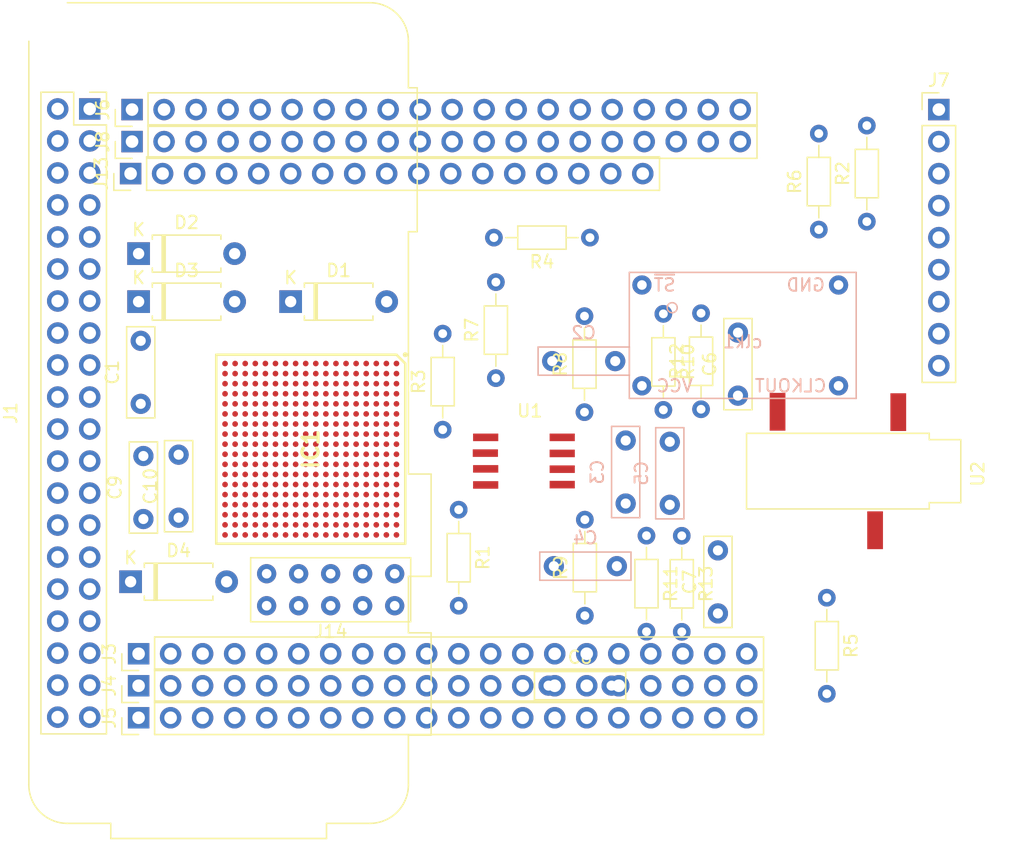
<source format=kicad_pcb>
(kicad_pcb (version 20171130) (host pcbnew "(5.1.8)-1")

  (general
    (thickness 1.6)
    (drawings 0)
    (tracks 0)
    (zones 0)
    (modules 40)
    (nets 310)
  )

  (page A4)
  (layers
    (0 F.Cu signal)
    (1 In1.Cu signal)
    (2 In2.Cu signal)
    (31 B.Cu signal)
    (32 B.Adhes user)
    (33 F.Adhes user)
    (34 B.Paste user)
    (35 F.Paste user)
    (36 B.SilkS user)
    (37 F.SilkS user)
    (38 B.Mask user)
    (39 F.Mask user)
    (40 Dwgs.User user)
    (41 Cmts.User user)
    (42 Eco1.User user)
    (43 Eco2.User user)
    (44 Edge.Cuts user)
    (45 Margin user)
    (46 B.CrtYd user)
    (47 F.CrtYd user)
    (48 B.Fab user)
    (49 F.Fab user)
  )

  (setup
    (last_trace_width 0.127)
    (trace_clearance 0.127)
    (zone_clearance 0.508)
    (zone_45_only no)
    (trace_min 0.127)
    (via_size 0.8)
    (via_drill 0.4)
    (via_min_size 0.4)
    (via_min_drill 0.3)
    (uvia_size 0.3)
    (uvia_drill 0.1)
    (uvias_allowed no)
    (uvia_min_size 0.2)
    (uvia_min_drill 0.1)
    (edge_width 0.05)
    (segment_width 0.2)
    (pcb_text_width 0.3)
    (pcb_text_size 1.5 1.5)
    (mod_edge_width 0.12)
    (mod_text_size 1 1)
    (mod_text_width 0.15)
    (pad_size 1.524 1.524)
    (pad_drill 0.762)
    (pad_to_mask_clearance 0)
    (aux_axis_origin 0 0)
    (visible_elements FFFFFF7F)
    (pcbplotparams
      (layerselection 0x010fc_ffffffff)
      (usegerberextensions false)
      (usegerberattributes true)
      (usegerberadvancedattributes true)
      (creategerberjobfile true)
      (excludeedgelayer true)
      (linewidth 0.100000)
      (plotframeref false)
      (viasonmask false)
      (mode 1)
      (useauxorigin false)
      (hpglpennumber 1)
      (hpglpenspeed 20)
      (hpglpendiameter 15.000000)
      (psnegative false)
      (psa4output false)
      (plotreference true)
      (plotvalue true)
      (plotinvisibletext false)
      (padsonsilk false)
      (subtractmaskfromsilk false)
      (outputformat 1)
      (mirror false)
      (drillshape 1)
      (scaleselection 1)
      (outputdirectory ""))
  )

  (net 0 "")
  (net 1 GND)
  (net 2 tck)
  (net 3 "Net-(C2-Pad2)")
  (net 4 "Net-(C2-Pad1)")
  (net 5 5Vin)
  (net 6 "Net-(C4-Pad2)")
  (net 7 "Net-(C4-Pad1)")
  (net 8 "Net-(C6-Pad1)")
  (net 9 "Net-(C7-Pad2)")
  (net 10 tdo)
  (net 11 tdi)
  (net 12 tms)
  (net 13 V3.3)
  (net 14 CLK)
  (net 15 "Net-(clk1-Pad1)")
  (net 16 "Net-(IC1-PadV17)")
  (net 17 "Net-(IC1-PadV16)")
  (net 18 "Net-(IC1-PadV15)")
  (net 19 "Net-(IC1-PadV14)")
  (net 20 "Net-(IC1-PadV13)")
  (net 21 "Net-(IC1-PadV12)")
  (net 22 "Net-(IC1-PadV11)")
  (net 23 "Net-(IC1-PadV10)")
  (net 24 "Net-(IC1-PadV9)")
  (net 25 "Net-(IC1-PadV8)")
  (net 26 "Net-(IC1-PadV7)")
  (net 27 "Net-(IC1-PadV6)")
  (net 28 "Net-(IC1-PadV5)")
  (net 29 "Net-(IC1-PadV4)")
  (net 30 "Net-(IC1-PadV3)")
  (net 31 "Net-(IC1-PadV2)")
  (net 32 "Net-(IC1-PadU18)")
  (net 33 "Net-(IC1-PadU17)")
  (net 34 "Net-(IC1-PadU16)")
  (net 35 "Net-(IC1-PadU15)")
  (net 36 "Net-(IC1-PadU13)")
  (net 37 "Net-(IC1-PadU12)")
  (net 38 "Net-(IC1-PadU11)")
  (net 39 "Net-(IC1-PadU9)")
  (net 40 "Net-(IC1-PadU8)")
  (net 41 "Net-(IC1-PadU7)")
  (net 42 "Net-(IC1-PadU6)")
  (net 43 "Net-(IC1-PadU5)")
  (net 44 "Net-(IC1-PadU3)")
  (net 45 "Net-(IC1-PadU2)")
  (net 46 "Net-(IC1-PadU1)")
  (net 47 "Net-(IC1-PadT18)")
  (net 48 "Net-(IC1-PadT17)")
  (net 49 "Net-(IC1-PadT16)")
  (net 50 "Net-(IC1-PadT15)")
  (net 51 "Net-(IC1-PadT14)")
  (net 52 "Net-(IC1-PadT13)")
  (net 53 "Net-(IC1-PadT12)")
  (net 54 "Net-(IC1-PadT11)")
  (net 55 "Net-(IC1-PadT10)")
  (net 56 "Net-(IC1-PadT9)")
  (net 57 "Net-(IC1-PadT8)")
  (net 58 "Net-(IC1-PadT7)")
  (net 59 "Net-(IC1-PadT6)")
  (net 60 "Net-(IC1-PadT5)")
  (net 61 "Net-(IC1-PadT4)")
  (net 62 "Net-(IC1-PadT3)")
  (net 63 "Net-(IC1-PadT2)")
  (net 64 "Net-(IC1-PadT1)")
  (net 65 "Net-(IC1-PadR18)")
  (net 66 "Net-(IC1-PadR17)")
  (net 67 "Net-(IC1-PadR16)")
  (net 68 "Net-(IC1-PadR15)")
  (net 69 "Net-(IC1-PadR14)")
  (net 70 "Net-(IC1-PadR13)")
  (net 71 "Net-(IC1-PadR12)")
  (net 72 "Net-(IC1-PadR11)")
  (net 73 "Net-(IC1-PadR10)")
  (net 74 "Net-(IC1-PadR9)")
  (net 75 "Net-(IC1-PadR8)")
  (net 76 "Net-(IC1-PadR6)")
  (net 77 "Net-(IC1-PadR5)")
  (net 78 "Net-(IC1-PadR4)")
  (net 79 "Net-(IC1-PadR3)")
  (net 80 "Net-(IC1-PadR2)")
  (net 81 "Net-(IC1-PadR1)")
  (net 82 "Net-(IC1-PadP18)")
  (net 83 "Net-(IC1-PadP17)")
  (net 84 "Net-(IC1-PadP16)")
  (net 85 "Net-(IC1-PadP15)")
  (net 86 "Net-(IC1-PadP14)")
  (net 87 "Net-(IC1-PadP12)")
  (net 88 "Net-(IC1-PadP11)")
  (net 89 "Net-(IC1-PadP10)")
  (net 90 "Net-(IC1-PadP6)")
  (net 91 "Net-(IC1-PadP5)")
  (net 92 "Net-(IC1-PadP4)")
  (net 93 "Net-(IC1-PadP3)")
  (net 94 "Net-(IC1-PadP2)")
  (net 95 "Net-(IC1-PadP1)")
  (net 96 "Net-(IC1-PadN18)")
  (net 97 "Net-(IC1-PadN16)")
  (net 98 "Net-(IC1-PadN15)")
  (net 99 "Net-(IC1-PadN14)")
  (net 100 "Net-(IC1-PadN13)")
  (net 101 "Net-(IC1-PadN11)")
  (net 102 "Net-(IC1-PadN8)")
  (net 103 "Net-(IC1-PadN7)")
  (net 104 "Net-(IC1-PadN6)")
  (net 105 "Net-(IC1-PadN4)")
  (net 106 "Net-(IC1-PadN3)")
  (net 107 "Net-(IC1-PadN1)")
  (net 108 "Net-(IC1-PadM18)")
  (net 109 "Net-(IC1-PadM17)")
  (net 110 "Net-(IC1-PadM16)")
  (net 111 "Net-(IC1-PadM15)")
  (net 112 "Net-(IC1-PadM12)")
  (net 113 "Net-(IC1-PadM11)")
  (net 114 "Net-(IC1-PadM10)")
  (net 115 "Net-(IC1-PadM9)")
  (net 116 "Net-(IC1-PadM8)")
  (net 117 "Net-(IC1-PadM7)")
  (net 118 "Net-(IC1-PadM4)")
  (net 119 "Net-(IC1-PadM2)")
  (net 120 "Net-(IC1-PadM1)")
  (net 121 "Net-(IC1-PadL18)")
  (net 122 "Net-(IC1-PadL17)")
  (net 123 "Net-(IC1-PadL16)")
  (net 124 "Net-(IC1-PadL15)")
  (net 125 "Net-(IC1-PadL12)")
  (net 126 "Net-(IC1-PadL11)")
  (net 127 "Net-(IC1-PadL10)")
  (net 128 "Net-(IC1-PadL9)")
  (net 129 "Net-(IC1-PadL8)")
  (net 130 "Net-(IC1-PadL7)")
  (net 131 "Net-(IC1-PadL3)")
  (net 132 "Net-(IC1-PadL2)")
  (net 133 "Net-(IC1-PadL1)")
  (net 134 "Net-(IC1-PadK18)")
  (net 135 "Net-(IC1-PadK17)")
  (net 136 "Net-(IC1-PadK16)")
  (net 137 "Net-(IC1-PadK15)")
  (net 138 "Net-(IC1-PadK12)")
  (net 139 "Net-(IC1-PadK11)")
  (net 140 "Net-(IC1-PadK10)")
  (net 141 "Net-(IC1-PadK8)")
  (net 142 "Net-(IC1-PadK7)")
  (net 143 "Net-(IC1-PadK4)")
  (net 144 "Net-(IC1-PadK3)")
  (net 145 "Net-(IC1-PadK2)")
  (net 146 "Net-(IC1-PadK1)")
  (net 147 "Net-(IC1-PadJ18)")
  (net 148 "Net-(IC1-PadJ16)")
  (net 149 "Net-(IC1-PadJ15)")
  (net 150 "Net-(IC1-PadJ12)")
  (net 151 "Net-(IC1-PadJ11)")
  (net 152 "Net-(IC1-PadJ9)")
  (net 153 "Net-(IC1-PadJ6)")
  (net 154 "Net-(IC1-PadJ4)")
  (net 155 "Net-(IC1-PadJ3)")
  (net 156 "Net-(IC1-PadJ2)")
  (net 157 "Net-(IC1-PadJ1)")
  (net 158 "Net-(IC1-PadH18)")
  (net 159 "Net-(IC1-PadH17)")
  (net 160 "Net-(IC1-PadH16)")
  (net 161 "Net-(IC1-PadH15)")
  (net 162 "Net-(IC1-PadH12)")
  (net 163 "Net-(IC1-PadH11)")
  (net 164 "Net-(IC1-PadH10)")
  (net 165 "Net-(IC1-PadH9)")
  (net 166 "Net-(IC1-PadH8)")
  (net 167 "Net-(IC1-PadH7)")
  (net 168 "Net-(IC1-PadH6)")
  (net 169 "Net-(IC1-PadH2)")
  (net 170 "Net-(IC1-PadH1)")
  (net 171 "Net-(IC1-PadG18)")
  (net 172 "Net-(IC1-PadG17)")
  (net 173 "Net-(IC1-PadG16)")
  (net 174 "Net-(IC1-PadG15)")
  (net 175 "Net-(IC1-PadG12)")
  (net 176 "Net-(IC1-PadG11)")
  (net 177 "Net-(IC1-PadG10)")
  (net 178 "Net-(IC1-PadG9)")
  (net 179 "Net-(IC1-PadG8)")
  (net 180 "Net-(IC1-PadG7)")
  (net 181 "Net-(IC1-PadG6)")
  (net 182 "Net-(IC1-PadG3)")
  (net 183 "Net-(IC1-PadG1)")
  (net 184 "Net-(IC1-PadF18)")
  (net 185 "Net-(IC1-PadF16)")
  (net 186 "Net-(IC1-PadF15)")
  (net 187 "Net-(IC1-PadF13)")
  (net 188 "Net-(IC1-PadF12)")
  (net 189 "Net-(IC1-PadF11)")
  (net 190 "Net-(IC1-PadF10)")
  (net 191 "Net-(IC1-PadF7)")
  (net 192 "Net-(IC1-PadF5)")
  (net 193 "Net-(IC1-PadF4)")
  (net 194 "Net-(IC1-PadF3)")
  (net 195 "Net-(IC1-PadF2)")
  (net 196 "Net-(IC1-PadF1)")
  (net 197 "Net-(IC1-PadE18)")
  (net 198 "Net-(IC1-PadE17)")
  (net 199 "Net-(IC1-PadE16)")
  (net 200 "Net-(IC1-PadE15)")
  (net 201 "Net-(IC1-PadE14)")
  (net 202 "Net-(IC1-PadE12)")
  (net 203 "Net-(IC1-PadE11)")
  (net 204 VCCIO_B8)
  (net 205 "Net-(IC1-PadE5)")
  (net 206 "Net-(IC1-PadE4)")
  (net 207 "Net-(IC1-PadE3)")
  (net 208 "Net-(IC1-PadE2)")
  (net 209 "Net-(IC1-PadE1)")
  (net 210 "Net-(IC1-PadD18)")
  (net 211 "Net-(IC1-PadD17)")
  (net 212 "Net-(IC1-PadD16)")
  (net 213 "Net-(IC1-PadD15)")
  (net 214 "Net-(IC1-PadD14)")
  (net 215 "Net-(IC1-PadD13)")
  (net 216 "Net-(IC1-PadD12)")
  (net 217 "Net-(IC1-PadD11)")
  (net 218 "Net-(IC1-PadD10)")
  (net 219 "Net-(IC1-PadD9)")
  (net 220 "Net-(IC1-PadD8)")
  (net 221 "Net-(IC1-PadD7)")
  (net 222 "Net-(IC1-PadD6)")
  (net 223 "Net-(IC1-PadD5)")
  (net 224 "Net-(IC1-PadD4)")
  (net 225 "Net-(IC1-PadD2)")
  (net 226 "Net-(IC1-PadD1)")
  (net 227 "Net-(IC1-PadC18)")
  (net 228 "Net-(IC1-PadC17)")
  (net 229 "Net-(IC1-PadC16)")
  (net 230 "Net-(IC1-PadC15)")
  (net 231 "Net-(IC1-PadC14)")
  (net 232 "Net-(IC1-PadC13)")
  (net 233 "Net-(IC1-PadC12)")
  (net 234 "Net-(IC1-PadC11)")
  (net 235 "Net-(IC1-PadC10)")
  (net 236 "Net-(IC1-PadC9)")
  (net 237 "Net-(IC1-PadC8)")
  (net 238 "Net-(IC1-PadC7)")
  (net 239 "Net-(IC1-PadC6)")
  (net 240 "Net-(IC1-PadC5)")
  (net 241 "Net-(IC1-PadC4)")
  (net 242 "Net-(IC1-PadC3)")
  (net 243 "Net-(IC1-PadC2)")
  (net 244 "Net-(IC1-PadC1)")
  (net 245 "Net-(IC1-PadB18)")
  (net 246 "Net-(IC1-PadB17)")
  (net 247 "Net-(IC1-PadB16)")
  (net 248 "Net-(IC1-PadB14)")
  (net 249 "Net-(IC1-PadB13)")
  (net 250 "Net-(IC1-PadB12)")
  (net 251 "Net-(IC1-PadB11)")
  (net 252 "Net-(IC1-PadB9)")
  (net 253 "Net-(IC1-PadB8)")
  (net 254 "Net-(IC1-PadB7)")
  (net 255 "Net-(IC1-PadB5)")
  (net 256 "Net-(IC1-PadB4)")
  (net 257 "Net-(IC1-PadB3)")
  (net 258 "Net-(IC1-PadB2)")
  (net 259 "Net-(IC1-PadB1)")
  (net 260 "Net-(IC1-PadA17)")
  (net 261 "Net-(IC1-PadA16)")
  (net 262 "Net-(IC1-PadA15)")
  (net 263 "Net-(IC1-PadA14)")
  (net 264 "Net-(IC1-PadA13)")
  (net 265 "Net-(IC1-PadA12)")
  (net 266 "Net-(IC1-PadA11)")
  (net 267 "Net-(IC1-PadA10)")
  (net 268 MCLK)
  (net 269 LRCK)
  (net 270 "Net-(IC1-PadA7)")
  (net 271 SDATA)
  (net 272 EN)
  (net 273 INTERR)
  (net 274 DATA)
  (net 275 DCLK)
  (net 276 "Net-(J1-Pad26)")
  (net 277 "Net-(J1-Pad21)")
  (net 278 "Net-(J1-Pad29)")
  (net 279 "Net-(J1-Pad8)")
  (net 280 "Net-(J1-Pad7)")
  (net 281 "Net-(J1-Pad32)")
  (net 282 "Net-(J1-Pad31)")
  (net 283 "Net-(J1-Pad36)")
  (net 284 "Net-(J1-Pad35)")
  (net 285 "Net-(J1-Pad33)")
  (net 286 "Net-(J1-Pad38)")
  (net 287 "Net-(J1-Pad37)")
  (net 288 "Net-(J1-Pad19)")
  (net 289 "Net-(J1-Pad10)")
  (net 290 "Net-(J1-Pad13)")
  (net 291 "Net-(J1-Pad28)")
  (net 292 "Net-(J1-Pad27)")
  (net 293 "Net-(J1-Pad12)")
  (net 294 "Net-(J1-Pad11)")
  (net 295 "Net-(J1-Pad24)")
  (net 296 "Net-(J1-Pad23)")
  (net 297 "Net-(J1-Pad1)")
  (net 298 "Net-(J1-Pad2)")
  (net 299 "Net-(J1-Pad5)")
  (net 300 "Net-(J1-Pad4)")
  (net 301 "Net-(J1-Pad15)")
  (net 302 "Net-(J1-Pad3)")
  (net 303 "Net-(J5-Pad10)")
  (net 304 "Net-(J6-Pad8)")
  (net 305 "Net-(J14-Pad8)")
  (net 306 "Net-(J14-Pad7)")
  (net 307 "Net-(J14-Pad6)")
  (net 308 "Net-(R1-Pad1)")
  (net 309 "Net-(R5-Pad1)")

  (net_class Default "This is the default net class."
    (clearance 0.127)
    (trace_width 0.127)
    (via_dia 0.8)
    (via_drill 0.4)
    (uvia_dia 0.3)
    (uvia_drill 0.1)
    (add_net 5Vin)
    (add_net CLK)
    (add_net DATA)
    (add_net DCLK)
    (add_net EN)
    (add_net GND)
    (add_net INTERR)
    (add_net LRCK)
    (add_net MCLK)
    (add_net "Net-(C2-Pad1)")
    (add_net "Net-(C2-Pad2)")
    (add_net "Net-(C4-Pad1)")
    (add_net "Net-(C4-Pad2)")
    (add_net "Net-(C6-Pad1)")
    (add_net "Net-(C7-Pad2)")
    (add_net "Net-(IC1-PadA10)")
    (add_net "Net-(IC1-PadA11)")
    (add_net "Net-(IC1-PadA12)")
    (add_net "Net-(IC1-PadA13)")
    (add_net "Net-(IC1-PadA14)")
    (add_net "Net-(IC1-PadA15)")
    (add_net "Net-(IC1-PadA16)")
    (add_net "Net-(IC1-PadA17)")
    (add_net "Net-(IC1-PadA7)")
    (add_net "Net-(IC1-PadB1)")
    (add_net "Net-(IC1-PadB11)")
    (add_net "Net-(IC1-PadB12)")
    (add_net "Net-(IC1-PadB13)")
    (add_net "Net-(IC1-PadB14)")
    (add_net "Net-(IC1-PadB16)")
    (add_net "Net-(IC1-PadB17)")
    (add_net "Net-(IC1-PadB18)")
    (add_net "Net-(IC1-PadB2)")
    (add_net "Net-(IC1-PadB3)")
    (add_net "Net-(IC1-PadB4)")
    (add_net "Net-(IC1-PadB5)")
    (add_net "Net-(IC1-PadB7)")
    (add_net "Net-(IC1-PadB8)")
    (add_net "Net-(IC1-PadB9)")
    (add_net "Net-(IC1-PadC1)")
    (add_net "Net-(IC1-PadC10)")
    (add_net "Net-(IC1-PadC11)")
    (add_net "Net-(IC1-PadC12)")
    (add_net "Net-(IC1-PadC13)")
    (add_net "Net-(IC1-PadC14)")
    (add_net "Net-(IC1-PadC15)")
    (add_net "Net-(IC1-PadC16)")
    (add_net "Net-(IC1-PadC17)")
    (add_net "Net-(IC1-PadC18)")
    (add_net "Net-(IC1-PadC2)")
    (add_net "Net-(IC1-PadC3)")
    (add_net "Net-(IC1-PadC4)")
    (add_net "Net-(IC1-PadC5)")
    (add_net "Net-(IC1-PadC6)")
    (add_net "Net-(IC1-PadC7)")
    (add_net "Net-(IC1-PadC8)")
    (add_net "Net-(IC1-PadC9)")
    (add_net "Net-(IC1-PadD1)")
    (add_net "Net-(IC1-PadD10)")
    (add_net "Net-(IC1-PadD11)")
    (add_net "Net-(IC1-PadD12)")
    (add_net "Net-(IC1-PadD13)")
    (add_net "Net-(IC1-PadD14)")
    (add_net "Net-(IC1-PadD15)")
    (add_net "Net-(IC1-PadD16)")
    (add_net "Net-(IC1-PadD17)")
    (add_net "Net-(IC1-PadD18)")
    (add_net "Net-(IC1-PadD2)")
    (add_net "Net-(IC1-PadD4)")
    (add_net "Net-(IC1-PadD5)")
    (add_net "Net-(IC1-PadD6)")
    (add_net "Net-(IC1-PadD7)")
    (add_net "Net-(IC1-PadD8)")
    (add_net "Net-(IC1-PadD9)")
    (add_net "Net-(IC1-PadE1)")
    (add_net "Net-(IC1-PadE11)")
    (add_net "Net-(IC1-PadE12)")
    (add_net "Net-(IC1-PadE14)")
    (add_net "Net-(IC1-PadE15)")
    (add_net "Net-(IC1-PadE16)")
    (add_net "Net-(IC1-PadE17)")
    (add_net "Net-(IC1-PadE18)")
    (add_net "Net-(IC1-PadE2)")
    (add_net "Net-(IC1-PadE3)")
    (add_net "Net-(IC1-PadE4)")
    (add_net "Net-(IC1-PadE5)")
    (add_net "Net-(IC1-PadF1)")
    (add_net "Net-(IC1-PadF10)")
    (add_net "Net-(IC1-PadF11)")
    (add_net "Net-(IC1-PadF12)")
    (add_net "Net-(IC1-PadF13)")
    (add_net "Net-(IC1-PadF15)")
    (add_net "Net-(IC1-PadF16)")
    (add_net "Net-(IC1-PadF18)")
    (add_net "Net-(IC1-PadF2)")
    (add_net "Net-(IC1-PadF3)")
    (add_net "Net-(IC1-PadF4)")
    (add_net "Net-(IC1-PadF5)")
    (add_net "Net-(IC1-PadF7)")
    (add_net "Net-(IC1-PadG1)")
    (add_net "Net-(IC1-PadG10)")
    (add_net "Net-(IC1-PadG11)")
    (add_net "Net-(IC1-PadG12)")
    (add_net "Net-(IC1-PadG15)")
    (add_net "Net-(IC1-PadG16)")
    (add_net "Net-(IC1-PadG17)")
    (add_net "Net-(IC1-PadG18)")
    (add_net "Net-(IC1-PadG3)")
    (add_net "Net-(IC1-PadG6)")
    (add_net "Net-(IC1-PadG7)")
    (add_net "Net-(IC1-PadG8)")
    (add_net "Net-(IC1-PadG9)")
    (add_net "Net-(IC1-PadH1)")
    (add_net "Net-(IC1-PadH10)")
    (add_net "Net-(IC1-PadH11)")
    (add_net "Net-(IC1-PadH12)")
    (add_net "Net-(IC1-PadH15)")
    (add_net "Net-(IC1-PadH16)")
    (add_net "Net-(IC1-PadH17)")
    (add_net "Net-(IC1-PadH18)")
    (add_net "Net-(IC1-PadH2)")
    (add_net "Net-(IC1-PadH6)")
    (add_net "Net-(IC1-PadH7)")
    (add_net "Net-(IC1-PadH8)")
    (add_net "Net-(IC1-PadH9)")
    (add_net "Net-(IC1-PadJ1)")
    (add_net "Net-(IC1-PadJ11)")
    (add_net "Net-(IC1-PadJ12)")
    (add_net "Net-(IC1-PadJ15)")
    (add_net "Net-(IC1-PadJ16)")
    (add_net "Net-(IC1-PadJ18)")
    (add_net "Net-(IC1-PadJ2)")
    (add_net "Net-(IC1-PadJ3)")
    (add_net "Net-(IC1-PadJ4)")
    (add_net "Net-(IC1-PadJ6)")
    (add_net "Net-(IC1-PadJ9)")
    (add_net "Net-(IC1-PadK1)")
    (add_net "Net-(IC1-PadK10)")
    (add_net "Net-(IC1-PadK11)")
    (add_net "Net-(IC1-PadK12)")
    (add_net "Net-(IC1-PadK15)")
    (add_net "Net-(IC1-PadK16)")
    (add_net "Net-(IC1-PadK17)")
    (add_net "Net-(IC1-PadK18)")
    (add_net "Net-(IC1-PadK2)")
    (add_net "Net-(IC1-PadK3)")
    (add_net "Net-(IC1-PadK4)")
    (add_net "Net-(IC1-PadK7)")
    (add_net "Net-(IC1-PadK8)")
    (add_net "Net-(IC1-PadL1)")
    (add_net "Net-(IC1-PadL10)")
    (add_net "Net-(IC1-PadL11)")
    (add_net "Net-(IC1-PadL12)")
    (add_net "Net-(IC1-PadL15)")
    (add_net "Net-(IC1-PadL16)")
    (add_net "Net-(IC1-PadL17)")
    (add_net "Net-(IC1-PadL18)")
    (add_net "Net-(IC1-PadL2)")
    (add_net "Net-(IC1-PadL3)")
    (add_net "Net-(IC1-PadL7)")
    (add_net "Net-(IC1-PadL8)")
    (add_net "Net-(IC1-PadL9)")
    (add_net "Net-(IC1-PadM1)")
    (add_net "Net-(IC1-PadM10)")
    (add_net "Net-(IC1-PadM11)")
    (add_net "Net-(IC1-PadM12)")
    (add_net "Net-(IC1-PadM15)")
    (add_net "Net-(IC1-PadM16)")
    (add_net "Net-(IC1-PadM17)")
    (add_net "Net-(IC1-PadM18)")
    (add_net "Net-(IC1-PadM2)")
    (add_net "Net-(IC1-PadM4)")
    (add_net "Net-(IC1-PadM7)")
    (add_net "Net-(IC1-PadM8)")
    (add_net "Net-(IC1-PadM9)")
    (add_net "Net-(IC1-PadN1)")
    (add_net "Net-(IC1-PadN11)")
    (add_net "Net-(IC1-PadN13)")
    (add_net "Net-(IC1-PadN14)")
    (add_net "Net-(IC1-PadN15)")
    (add_net "Net-(IC1-PadN16)")
    (add_net "Net-(IC1-PadN18)")
    (add_net "Net-(IC1-PadN3)")
    (add_net "Net-(IC1-PadN4)")
    (add_net "Net-(IC1-PadN6)")
    (add_net "Net-(IC1-PadN7)")
    (add_net "Net-(IC1-PadN8)")
    (add_net "Net-(IC1-PadP1)")
    (add_net "Net-(IC1-PadP10)")
    (add_net "Net-(IC1-PadP11)")
    (add_net "Net-(IC1-PadP12)")
    (add_net "Net-(IC1-PadP14)")
    (add_net "Net-(IC1-PadP15)")
    (add_net "Net-(IC1-PadP16)")
    (add_net "Net-(IC1-PadP17)")
    (add_net "Net-(IC1-PadP18)")
    (add_net "Net-(IC1-PadP2)")
    (add_net "Net-(IC1-PadP3)")
    (add_net "Net-(IC1-PadP4)")
    (add_net "Net-(IC1-PadP5)")
    (add_net "Net-(IC1-PadP6)")
    (add_net "Net-(IC1-PadR1)")
    (add_net "Net-(IC1-PadR10)")
    (add_net "Net-(IC1-PadR11)")
    (add_net "Net-(IC1-PadR12)")
    (add_net "Net-(IC1-PadR13)")
    (add_net "Net-(IC1-PadR14)")
    (add_net "Net-(IC1-PadR15)")
    (add_net "Net-(IC1-PadR16)")
    (add_net "Net-(IC1-PadR17)")
    (add_net "Net-(IC1-PadR18)")
    (add_net "Net-(IC1-PadR2)")
    (add_net "Net-(IC1-PadR3)")
    (add_net "Net-(IC1-PadR4)")
    (add_net "Net-(IC1-PadR5)")
    (add_net "Net-(IC1-PadR6)")
    (add_net "Net-(IC1-PadR8)")
    (add_net "Net-(IC1-PadR9)")
    (add_net "Net-(IC1-PadT1)")
    (add_net "Net-(IC1-PadT10)")
    (add_net "Net-(IC1-PadT11)")
    (add_net "Net-(IC1-PadT12)")
    (add_net "Net-(IC1-PadT13)")
    (add_net "Net-(IC1-PadT14)")
    (add_net "Net-(IC1-PadT15)")
    (add_net "Net-(IC1-PadT16)")
    (add_net "Net-(IC1-PadT17)")
    (add_net "Net-(IC1-PadT18)")
    (add_net "Net-(IC1-PadT2)")
    (add_net "Net-(IC1-PadT3)")
    (add_net "Net-(IC1-PadT4)")
    (add_net "Net-(IC1-PadT5)")
    (add_net "Net-(IC1-PadT6)")
    (add_net "Net-(IC1-PadT7)")
    (add_net "Net-(IC1-PadT8)")
    (add_net "Net-(IC1-PadT9)")
    (add_net "Net-(IC1-PadU1)")
    (add_net "Net-(IC1-PadU11)")
    (add_net "Net-(IC1-PadU12)")
    (add_net "Net-(IC1-PadU13)")
    (add_net "Net-(IC1-PadU15)")
    (add_net "Net-(IC1-PadU16)")
    (add_net "Net-(IC1-PadU17)")
    (add_net "Net-(IC1-PadU18)")
    (add_net "Net-(IC1-PadU2)")
    (add_net "Net-(IC1-PadU3)")
    (add_net "Net-(IC1-PadU5)")
    (add_net "Net-(IC1-PadU6)")
    (add_net "Net-(IC1-PadU7)")
    (add_net "Net-(IC1-PadU8)")
    (add_net "Net-(IC1-PadU9)")
    (add_net "Net-(IC1-PadV10)")
    (add_net "Net-(IC1-PadV11)")
    (add_net "Net-(IC1-PadV12)")
    (add_net "Net-(IC1-PadV13)")
    (add_net "Net-(IC1-PadV14)")
    (add_net "Net-(IC1-PadV15)")
    (add_net "Net-(IC1-PadV16)")
    (add_net "Net-(IC1-PadV17)")
    (add_net "Net-(IC1-PadV2)")
    (add_net "Net-(IC1-PadV3)")
    (add_net "Net-(IC1-PadV4)")
    (add_net "Net-(IC1-PadV5)")
    (add_net "Net-(IC1-PadV6)")
    (add_net "Net-(IC1-PadV7)")
    (add_net "Net-(IC1-PadV8)")
    (add_net "Net-(IC1-PadV9)")
    (add_net "Net-(J1-Pad1)")
    (add_net "Net-(J1-Pad10)")
    (add_net "Net-(J1-Pad11)")
    (add_net "Net-(J1-Pad12)")
    (add_net "Net-(J1-Pad13)")
    (add_net "Net-(J1-Pad15)")
    (add_net "Net-(J1-Pad19)")
    (add_net "Net-(J1-Pad2)")
    (add_net "Net-(J1-Pad21)")
    (add_net "Net-(J1-Pad23)")
    (add_net "Net-(J1-Pad24)")
    (add_net "Net-(J1-Pad26)")
    (add_net "Net-(J1-Pad27)")
    (add_net "Net-(J1-Pad28)")
    (add_net "Net-(J1-Pad29)")
    (add_net "Net-(J1-Pad3)")
    (add_net "Net-(J1-Pad31)")
    (add_net "Net-(J1-Pad32)")
    (add_net "Net-(J1-Pad33)")
    (add_net "Net-(J1-Pad35)")
    (add_net "Net-(J1-Pad36)")
    (add_net "Net-(J1-Pad37)")
    (add_net "Net-(J1-Pad38)")
    (add_net "Net-(J1-Pad4)")
    (add_net "Net-(J1-Pad5)")
    (add_net "Net-(J1-Pad7)")
    (add_net "Net-(J1-Pad8)")
    (add_net "Net-(J14-Pad6)")
    (add_net "Net-(J14-Pad7)")
    (add_net "Net-(J14-Pad8)")
    (add_net "Net-(J5-Pad10)")
    (add_net "Net-(J6-Pad8)")
    (add_net "Net-(R1-Pad1)")
    (add_net "Net-(R5-Pad1)")
    (add_net "Net-(clk1-Pad1)")
    (add_net SDATA)
    (add_net V3.3)
    (add_net VCCIO_B8)
    (add_net tck)
    (add_net tdi)
    (add_net tdo)
    (add_net tms)
  )

  (module MyFootprints:Audio_Jack (layer F.Cu) (tedit 61844104) (tstamp 619741E2)
    (at 255.05 73.36 270)
    (path /617E7FCF)
    (fp_text reference U2 (at 0 0.5 90) (layer F.SilkS)
      (effects (font (size 1 1) (thickness 0.15)))
    )
    (fp_text value FemaleAudioJack (at 0 -0.5 90) (layer F.Fab)
      (effects (font (size 1 1) (thickness 0.15)))
    )
    (fp_line (start 4.53 8.19) (end 2.78 8.19) (layer Dwgs.User) (width 0.12))
    (fp_line (start 4.53 9.19) (end 4.53 8.19) (layer Dwgs.User) (width 0.12))
    (fp_line (start 2.78 9.19) (end 4.53 9.19) (layer Dwgs.User) (width 0.12))
    (fp_line (start 2.78 4.35) (end 2.78 9.19) (layer Dwgs.User) (width 0.12))
    (fp_line (start -2.72 1.85) (end -2.72 4.35) (layer Dwgs.User) (width 0.12))
    (fp_line (start 2.28 1.85) (end -2.72 1.85) (layer Dwgs.User) (width 0.12))
    (fp_line (start 2.28 4.35) (end 2.28 1.85) (layer Dwgs.User) (width 0.12))
    (fp_line (start 2.78 4.35) (end 2.28 4.35) (layer Dwgs.User) (width 0.12))
    (fp_line (start 2.78 4.35) (end 2.53 4.35) (layer Dwgs.User) (width 0.12))
    (fp_line (start -3.22 18.85) (end -3.22 4.35) (layer Dwgs.User) (width 0.12))
    (fp_line (start 2.78 18.85) (end -3.22 18.85) (layer Dwgs.User) (width 0.12))
    (fp_line (start 2.78 4.35) (end 2.78 18.85) (layer Dwgs.User) (width 0.12))
    (fp_line (start -3.22 4.35) (end 2.78 4.35) (layer Dwgs.User) (width 0.12))
    (fp_line (start -3.22 6.35) (end -4.97 6.35) (layer Dwgs.User) (width 0.12))
    (fp_line (start -4.97 6.35) (end -4.97 7.35) (layer Dwgs.User) (width 0.12))
    (fp_line (start -4.97 7.35) (end -3.22 7.35) (layer Dwgs.User) (width 0.12))
    (fp_line (start -3.22 4.35) (end -3.22 7.35) (layer Dwgs.User) (width 0.12))
    (fp_line (start -3.22 7.35) (end -3.3 7.35) (layer Dwgs.User) (width 0.12))
    (fp_line (start -3.22 15.92) (end -4.97 15.92) (layer Dwgs.User) (width 0.12))
    (fp_line (start -4.97 15.92) (end -4.97 16.92) (layer Dwgs.User) (width 0.12))
    (fp_line (start -4.97 16.92) (end -3.22 16.92) (layer Dwgs.User) (width 0.12))
    (fp_line (start -3.22 4.35) (end -3.22 16.92) (layer Dwgs.User) (width 0.12))
    (fp_line (start -3.22 16.92) (end -3.33 16.92) (layer Dwgs.User) (width 0.12))
    (fp_line (start -3.22 18.85) (end -3.22 4.36) (layer F.SilkS) (width 0.12))
    (fp_line (start -3.22 4.36) (end -3.22 4.35) (layer F.SilkS) (width 0.12))
    (fp_line (start -3.22 4.35) (end -2.72 4.35) (layer F.SilkS) (width 0.12))
    (fp_line (start -2.72 4.35) (end -2.72 1.85) (layer F.SilkS) (width 0.12))
    (fp_line (start -2.72 1.85) (end 2.28 1.85) (layer F.SilkS) (width 0.12))
    (fp_line (start 2.28 1.85) (end 2.28 4.35) (layer F.SilkS) (width 0.12))
    (fp_line (start 2.28 4.35) (end 2.78 4.35) (layer F.SilkS) (width 0.12))
    (fp_line (start 2.78 4.35) (end 2.78 18.85) (layer F.SilkS) (width 0.12))
    (fp_line (start 2.78 18.85) (end -3.22 18.85) (layer F.SilkS) (width 0.12))
    (fp_line (start 2.78 4.35) (end -0.22 4.35) (layer Dwgs.User) (width 0.12))
    (fp_circle (center -0.22 7.85) (end 0.58 7.85) (layer Dwgs.User) (width 0.12))
    (fp_circle (center -0.22 14.85) (end 0.58 14.85) (layer Dwgs.User) (width 0.12))
    (pad 3 smd rect (at -4.93 16.39) (size 1.25 3) (layers F.Cu F.Paste F.Mask)
      (net 9 "Net-(C7-Pad2)"))
    (pad 2 smd rect (at -4.9 6.81) (size 1.25 3) (layers F.Cu F.Paste F.Mask)
      (net 8 "Net-(C6-Pad1)"))
    (pad 1 smd rect (at 4.47 8.65) (size 1.25 3) (layers F.Cu F.Paste F.Mask)
      (net 1 GND))
  )

  (module MyFootprints:DAC (layer F.Cu) (tedit 6184364A) (tstamp 619741B8)
    (at 219 67.86)
    (path /617E960C)
    (fp_text reference U1 (at 0 0.5) (layer F.SilkS)
      (effects (font (size 1 1) (thickness 0.15)))
    )
    (fp_text value DAC (at 0 -0.5) (layer F.Fab)
      (effects (font (size 1 1) (thickness 0.15)))
    )
    (fp_line (start 2.55 2.425) (end 1.5 2.425) (layer Dwgs.User) (width 0.12))
    (fp_line (start 2.55 2.825) (end 2.55 2.425) (layer Dwgs.User) (width 0.12))
    (fp_line (start 1.5 2.825) (end 2.55 2.825) (layer Dwgs.User) (width 0.12))
    (fp_line (start 1.5 2.625) (end 1.5 2.825) (layer Dwgs.User) (width 0.12))
    (fp_line (start 1.5 3.875) (end 1.5 2.625) (layer Dwgs.User) (width 0.12))
    (fp_line (start 2.55 3.675) (end 1.5 3.675) (layer Dwgs.User) (width 0.12))
    (fp_line (start 2.55 3.875) (end 2.55 4.075) (layer Dwgs.User) (width 0.12))
    (fp_line (start 2.55 6.575) (end 1.5 6.575) (layer Dwgs.User) (width 0.12))
    (fp_line (start 2.55 6.175) (end 2.55 6.575) (layer Dwgs.User) (width 0.12))
    (fp_line (start 1.5 6.175) (end 2.55 6.175) (layer Dwgs.User) (width 0.12))
    (fp_line (start 1.5 6.575) (end 1.5 6.375) (layer Dwgs.User) (width 0.12))
    (fp_line (start 1.5 5.325) (end 1.5 6.575) (layer Dwgs.User) (width 0.12))
    (fp_line (start 1.5 5.525) (end 1.5 5.325) (layer Dwgs.User) (width 0.12))
    (fp_line (start 2.55 5.325) (end 1.5 5.325) (layer Dwgs.User) (width 0.12))
    (fp_line (start 2.55 4.925) (end 2.55 5.325) (layer Dwgs.User) (width 0.12))
    (fp_line (start 1.5 4.925) (end 2.55 4.925) (layer Dwgs.User) (width 0.12))
    (fp_line (start 1.5 5.325) (end 1.5 5.125) (layer Dwgs.User) (width 0.12))
    (fp_line (start 1.5 4.075) (end 1.5 5.325) (layer Dwgs.User) (width 0.12))
    (fp_line (start 1.5 3.875) (end 1.5 4.075) (layer Dwgs.User) (width 0.12))
    (fp_line (start 2.55 4.075) (end 1.5 4.075) (layer Dwgs.User) (width 0.12))
    (fp_line (start 2.55 3.675) (end 2.55 4.075) (layer Dwgs.User) (width 0.12))
    (fp_line (start 1.5 3.875) (end 2.55 3.875) (layer Dwgs.User) (width 0.12))
    (fp_line (start -2.425 3.875) (end 1.5 3.875) (layer Dwgs.User) (width 0.12))
    (fp_line (start -3.45 6.18) (end -2.4 6.18) (layer Dwgs.User) (width 0.12))
    (fp_line (start -3.45 6.58) (end -2.41 6.58) (layer Dwgs.User) (width 0.12))
    (fp_line (start -3.45 6.18) (end -3.45 6.58) (layer Dwgs.User) (width 0.12))
    (fp_line (start -3.45 6.38) (end -3.45 6.18) (layer Dwgs.User) (width 0.12))
    (fp_line (start -2.4 6.38) (end -3.45 6.38) (layer Dwgs.User) (width 0.12))
    (fp_line (start -2.4 5.125) (end -2.4 6.38) (layer Dwgs.User) (width 0.12))
    (fp_line (start -3.45 4.92) (end -2.4 4.92) (layer Dwgs.User) (width 0.12))
    (fp_line (start -3.45 5.32) (end -2.41 5.32) (layer Dwgs.User) (width 0.12))
    (fp_line (start -3.45 4.92) (end -3.45 5.32) (layer Dwgs.User) (width 0.12))
    (fp_line (start -3.45 5.125) (end -3.45 4.92) (layer Dwgs.User) (width 0.12))
    (fp_line (start -2.4 5.125) (end -3.45 5.125) (layer Dwgs.User) (width 0.12))
    (fp_line (start -2.4 4.5) (end -2.4 5.125) (layer Dwgs.User) (width 0.12))
    (fp_line (start -3.45 2.82) (end -2.4 2.82) (layer Dwgs.User) (width 0.12))
    (fp_line (start -3.45 2.43) (end -2.4 2.43) (layer Dwgs.User) (width 0.12))
    (fp_line (start -3.45 2.82) (end -3.45 2.43) (layer Dwgs.User) (width 0.12))
    (fp_line (start -3.45 2.62) (end -3.45 2.82) (layer Dwgs.User) (width 0.12))
    (fp_line (start -2.4 2.62) (end -3.45 2.62) (layer Dwgs.User) (width 0.12))
    (fp_line (start -2.4 3.875) (end -2.4 2.62) (layer Dwgs.User) (width 0.12))
    (fp_line (start -3.45 3.67) (end -2.4 3.67) (layer Dwgs.User) (width 0.12))
    (fp_line (start -3.45 4.07) (end -2.4 4.07) (layer Dwgs.User) (width 0.12))
    (fp_line (start -3.45 3.67) (end -3.45 4.07) (layer Dwgs.User) (width 0.12))
    (fp_line (start -3.45 3.875) (end -3.45 3.67) (layer Dwgs.User) (width 0.12))
    (fp_line (start -2.4 3.875) (end -3.45 3.875) (layer Dwgs.User) (width 0.12))
    (fp_line (start -2.4 4.5) (end -2.4 3.875) (layer Dwgs.User) (width 0.12))
    (fp_line (start -2.4 4.5) (end -2.4 3.25) (layer Dwgs.User) (width 0.12))
    (fp_line (start -2.4 2.05) (end -2.4 4.5) (layer Dwgs.User) (width 0.12))
    (fp_line (start -2.4 6.95) (end -2.4 2.05) (layer Dwgs.User) (width 0.12))
    (fp_line (start 1.5 6.95) (end -2.4 6.95) (layer Dwgs.User) (width 0.12))
    (fp_line (start 1.5 2.05) (end 1.5 6.95) (layer Dwgs.User) (width 0.12))
    (fp_line (start -2.4 2.05) (end 1.5 2.05) (layer Dwgs.User) (width 0.12))
    (pad 5 smd rect (at 2.575 6.35 90) (size 0.6 2) (layers F.Cu F.Paste F.Mask)
      (net 6 "Net-(C4-Pad2)"))
    (pad 6 smd rect (at 2.575 5.125 90) (size 0.6 2) (layers F.Cu F.Paste F.Mask)
      (net 1 GND))
    (pad 7 smd rect (at 2.575 3.875 90) (size 0.6 2) (layers F.Cu F.Paste F.Mask)
      (net 5 5Vin))
    (pad 8 smd rect (at 2.575 2.6 90) (size 0.6 2) (layers F.Cu F.Paste F.Mask)
      (net 3 "Net-(C2-Pad2)"))
    (pad 4 smd rect (at -3.5 6.375 90) (size 0.6 2) (layers F.Cu F.Paste F.Mask)
      (net 268 MCLK))
    (pad 3 smd rect (at -3.5 5.1 90) (size 0.6 2) (layers F.Cu F.Paste F.Mask)
      (net 269 LRCK))
    (pad 2 smd rect (at -3.525 3.85 90) (size 0.6 2) (layers F.Cu F.Paste F.Mask)
      (net 308 "Net-(R1-Pad1)"))
    (pad 1 smd rect (at -3.5 2.6 90) (size 0.6 2) (layers F.Cu F.Paste F.Mask)
      (net 271 SDATA))
  )

  (module Resistor_THT:R_Axial_DIN0204_L3.6mm_D1.6mm_P7.62mm_Horizontal (layer F.Cu) (tedit 5AE5139B) (tstamp 61974177)
    (at 231.06 78.27 270)
    (descr "Resistor, Axial_DIN0204 series, Axial, Horizontal, pin pitch=7.62mm, 0.167W, length*diameter=3.6*1.6mm^2, http://cdn-reichelt.de/documents/datenblatt/B400/1_4W%23YAG.pdf")
    (tags "Resistor Axial_DIN0204 series Axial Horizontal pin pitch 7.62mm 0.167W length 3.6mm diameter 1.6mm")
    (path /617B480D)
    (fp_text reference R13 (at 3.81 -1.92 90) (layer F.SilkS)
      (effects (font (size 1 1) (thickness 0.15)))
    )
    (fp_text value 560 (at 3.81 1.92 90) (layer F.Fab)
      (effects (font (size 1 1) (thickness 0.15)))
    )
    (fp_text user %R (at 3.81 0 90) (layer F.Fab)
      (effects (font (size 0.72 0.72) (thickness 0.108)))
    )
    (fp_line (start 2.01 -0.8) (end 2.01 0.8) (layer F.Fab) (width 0.1))
    (fp_line (start 2.01 0.8) (end 5.61 0.8) (layer F.Fab) (width 0.1))
    (fp_line (start 5.61 0.8) (end 5.61 -0.8) (layer F.Fab) (width 0.1))
    (fp_line (start 5.61 -0.8) (end 2.01 -0.8) (layer F.Fab) (width 0.1))
    (fp_line (start 0 0) (end 2.01 0) (layer F.Fab) (width 0.1))
    (fp_line (start 7.62 0) (end 5.61 0) (layer F.Fab) (width 0.1))
    (fp_line (start 1.89 -0.92) (end 1.89 0.92) (layer F.SilkS) (width 0.12))
    (fp_line (start 1.89 0.92) (end 5.73 0.92) (layer F.SilkS) (width 0.12))
    (fp_line (start 5.73 0.92) (end 5.73 -0.92) (layer F.SilkS) (width 0.12))
    (fp_line (start 5.73 -0.92) (end 1.89 -0.92) (layer F.SilkS) (width 0.12))
    (fp_line (start 0.94 0) (end 1.89 0) (layer F.SilkS) (width 0.12))
    (fp_line (start 6.68 0) (end 5.73 0) (layer F.SilkS) (width 0.12))
    (fp_line (start -0.95 -1.05) (end -0.95 1.05) (layer F.CrtYd) (width 0.05))
    (fp_line (start -0.95 1.05) (end 8.57 1.05) (layer F.CrtYd) (width 0.05))
    (fp_line (start 8.57 1.05) (end 8.57 -1.05) (layer F.CrtYd) (width 0.05))
    (fp_line (start 8.57 -1.05) (end -0.95 -1.05) (layer F.CrtYd) (width 0.05))
    (pad 2 thru_hole oval (at 7.62 0 270) (size 1.4 1.4) (drill 0.7) (layers *.Cu *.Mask)
      (net 7 "Net-(C4-Pad1)"))
    (pad 1 thru_hole circle (at 0 0 270) (size 1.4 1.4) (drill 0.7) (layers *.Cu *.Mask)
      (net 9 "Net-(C7-Pad2)"))
    (model ${KISYS3DMOD}/Resistor_THT.3dshapes/R_Axial_DIN0204_L3.6mm_D1.6mm_P7.62mm_Horizontal.wrl
      (at (xyz 0 0 0))
      (scale (xyz 1 1 1))
      (rotate (xyz 0 0 0))
    )
  )

  (module Resistor_THT:R_Axial_DIN0204_L3.6mm_D1.6mm_P7.62mm_Horizontal (layer F.Cu) (tedit 5AE5139B) (tstamp 61974160)
    (at 232.59 68.23 90)
    (descr "Resistor, Axial_DIN0204 series, Axial, Horizontal, pin pitch=7.62mm, 0.167W, length*diameter=3.6*1.6mm^2, http://cdn-reichelt.de/documents/datenblatt/B400/1_4W%23YAG.pdf")
    (tags "Resistor Axial_DIN0204 series Axial Horizontal pin pitch 7.62mm 0.167W length 3.6mm diameter 1.6mm")
    (path /617C0EAF)
    (fp_text reference R12 (at 3.81 -1.92 90) (layer F.SilkS)
      (effects (font (size 1 1) (thickness 0.15)))
    )
    (fp_text value 560 (at 3.81 1.92 90) (layer F.Fab)
      (effects (font (size 1 1) (thickness 0.15)))
    )
    (fp_text user %R (at 3.81 0 90) (layer F.Fab)
      (effects (font (size 0.72 0.72) (thickness 0.108)))
    )
    (fp_line (start 2.01 -0.8) (end 2.01 0.8) (layer F.Fab) (width 0.1))
    (fp_line (start 2.01 0.8) (end 5.61 0.8) (layer F.Fab) (width 0.1))
    (fp_line (start 5.61 0.8) (end 5.61 -0.8) (layer F.Fab) (width 0.1))
    (fp_line (start 5.61 -0.8) (end 2.01 -0.8) (layer F.Fab) (width 0.1))
    (fp_line (start 0 0) (end 2.01 0) (layer F.Fab) (width 0.1))
    (fp_line (start 7.62 0) (end 5.61 0) (layer F.Fab) (width 0.1))
    (fp_line (start 1.89 -0.92) (end 1.89 0.92) (layer F.SilkS) (width 0.12))
    (fp_line (start 1.89 0.92) (end 5.73 0.92) (layer F.SilkS) (width 0.12))
    (fp_line (start 5.73 0.92) (end 5.73 -0.92) (layer F.SilkS) (width 0.12))
    (fp_line (start 5.73 -0.92) (end 1.89 -0.92) (layer F.SilkS) (width 0.12))
    (fp_line (start 0.94 0) (end 1.89 0) (layer F.SilkS) (width 0.12))
    (fp_line (start 6.68 0) (end 5.73 0) (layer F.SilkS) (width 0.12))
    (fp_line (start -0.95 -1.05) (end -0.95 1.05) (layer F.CrtYd) (width 0.05))
    (fp_line (start -0.95 1.05) (end 8.57 1.05) (layer F.CrtYd) (width 0.05))
    (fp_line (start 8.57 1.05) (end 8.57 -1.05) (layer F.CrtYd) (width 0.05))
    (fp_line (start 8.57 -1.05) (end -0.95 -1.05) (layer F.CrtYd) (width 0.05))
    (pad 2 thru_hole oval (at 7.62 0 90) (size 1.4 1.4) (drill 0.7) (layers *.Cu *.Mask)
      (net 4 "Net-(C2-Pad1)"))
    (pad 1 thru_hole circle (at 0 0 90) (size 1.4 1.4) (drill 0.7) (layers *.Cu *.Mask)
      (net 8 "Net-(C6-Pad1)"))
    (model ${KISYS3DMOD}/Resistor_THT.3dshapes/R_Axial_DIN0204_L3.6mm_D1.6mm_P7.62mm_Horizontal.wrl
      (at (xyz 0 0 0))
      (scale (xyz 1 1 1))
      (rotate (xyz 0 0 0))
    )
  )

  (module Resistor_THT:R_Axial_DIN0204_L3.6mm_D1.6mm_P7.62mm_Horizontal (layer F.Cu) (tedit 5AE5139B) (tstamp 61974149)
    (at 228.26 78.26 270)
    (descr "Resistor, Axial_DIN0204 series, Axial, Horizontal, pin pitch=7.62mm, 0.167W, length*diameter=3.6*1.6mm^2, http://cdn-reichelt.de/documents/datenblatt/B400/1_4W%23YAG.pdf")
    (tags "Resistor Axial_DIN0204 series Axial Horizontal pin pitch 7.62mm 0.167W length 3.6mm diameter 1.6mm")
    (path /617B3DC2)
    (fp_text reference R11 (at 3.81 -1.92 90) (layer F.SilkS)
      (effects (font (size 1 1) (thickness 0.15)))
    )
    (fp_text value 10K (at 3.81 1.92 90) (layer F.Fab)
      (effects (font (size 1 1) (thickness 0.15)))
    )
    (fp_text user %R (at 3.81 0 90) (layer F.Fab)
      (effects (font (size 0.72 0.72) (thickness 0.108)))
    )
    (fp_line (start 2.01 -0.8) (end 2.01 0.8) (layer F.Fab) (width 0.1))
    (fp_line (start 2.01 0.8) (end 5.61 0.8) (layer F.Fab) (width 0.1))
    (fp_line (start 5.61 0.8) (end 5.61 -0.8) (layer F.Fab) (width 0.1))
    (fp_line (start 5.61 -0.8) (end 2.01 -0.8) (layer F.Fab) (width 0.1))
    (fp_line (start 0 0) (end 2.01 0) (layer F.Fab) (width 0.1))
    (fp_line (start 7.62 0) (end 5.61 0) (layer F.Fab) (width 0.1))
    (fp_line (start 1.89 -0.92) (end 1.89 0.92) (layer F.SilkS) (width 0.12))
    (fp_line (start 1.89 0.92) (end 5.73 0.92) (layer F.SilkS) (width 0.12))
    (fp_line (start 5.73 0.92) (end 5.73 -0.92) (layer F.SilkS) (width 0.12))
    (fp_line (start 5.73 -0.92) (end 1.89 -0.92) (layer F.SilkS) (width 0.12))
    (fp_line (start 0.94 0) (end 1.89 0) (layer F.SilkS) (width 0.12))
    (fp_line (start 6.68 0) (end 5.73 0) (layer F.SilkS) (width 0.12))
    (fp_line (start -0.95 -1.05) (end -0.95 1.05) (layer F.CrtYd) (width 0.05))
    (fp_line (start -0.95 1.05) (end 8.57 1.05) (layer F.CrtYd) (width 0.05))
    (fp_line (start 8.57 1.05) (end 8.57 -1.05) (layer F.CrtYd) (width 0.05))
    (fp_line (start 8.57 -1.05) (end -0.95 -1.05) (layer F.CrtYd) (width 0.05))
    (pad 2 thru_hole oval (at 7.62 0 270) (size 1.4 1.4) (drill 0.7) (layers *.Cu *.Mask)
      (net 7 "Net-(C4-Pad1)"))
    (pad 1 thru_hole circle (at 0 0 270) (size 1.4 1.4) (drill 0.7) (layers *.Cu *.Mask)
      (net 1 GND))
    (model ${KISYS3DMOD}/Resistor_THT.3dshapes/R_Axial_DIN0204_L3.6mm_D1.6mm_P7.62mm_Horizontal.wrl
      (at (xyz 0 0 0))
      (scale (xyz 1 1 1))
      (rotate (xyz 0 0 0))
    )
  )

  (module Resistor_THT:R_Axial_DIN0204_L3.6mm_D1.6mm_P7.62mm_Horizontal (layer F.Cu) (tedit 5AE5139B) (tstamp 61974132)
    (at 229.6 60.66 270)
    (descr "Resistor, Axial_DIN0204 series, Axial, Horizontal, pin pitch=7.62mm, 0.167W, length*diameter=3.6*1.6mm^2, http://cdn-reichelt.de/documents/datenblatt/B400/1_4W%23YAG.pdf")
    (tags "Resistor Axial_DIN0204 series Axial Horizontal pin pitch 7.62mm 0.167W length 3.6mm diameter 1.6mm")
    (path /617C0EA4)
    (fp_text reference R10 (at 3.81 -1.92 90) (layer F.SilkS)
      (effects (font (size 1 1) (thickness 0.15)))
    )
    (fp_text value 10K (at 3.81 1.92 90) (layer F.Fab)
      (effects (font (size 1 1) (thickness 0.15)))
    )
    (fp_text user %R (at 3.81 0 90) (layer F.Fab)
      (effects (font (size 0.72 0.72) (thickness 0.108)))
    )
    (fp_line (start 2.01 -0.8) (end 2.01 0.8) (layer F.Fab) (width 0.1))
    (fp_line (start 2.01 0.8) (end 5.61 0.8) (layer F.Fab) (width 0.1))
    (fp_line (start 5.61 0.8) (end 5.61 -0.8) (layer F.Fab) (width 0.1))
    (fp_line (start 5.61 -0.8) (end 2.01 -0.8) (layer F.Fab) (width 0.1))
    (fp_line (start 0 0) (end 2.01 0) (layer F.Fab) (width 0.1))
    (fp_line (start 7.62 0) (end 5.61 0) (layer F.Fab) (width 0.1))
    (fp_line (start 1.89 -0.92) (end 1.89 0.92) (layer F.SilkS) (width 0.12))
    (fp_line (start 1.89 0.92) (end 5.73 0.92) (layer F.SilkS) (width 0.12))
    (fp_line (start 5.73 0.92) (end 5.73 -0.92) (layer F.SilkS) (width 0.12))
    (fp_line (start 5.73 -0.92) (end 1.89 -0.92) (layer F.SilkS) (width 0.12))
    (fp_line (start 0.94 0) (end 1.89 0) (layer F.SilkS) (width 0.12))
    (fp_line (start 6.68 0) (end 5.73 0) (layer F.SilkS) (width 0.12))
    (fp_line (start -0.95 -1.05) (end -0.95 1.05) (layer F.CrtYd) (width 0.05))
    (fp_line (start -0.95 1.05) (end 8.57 1.05) (layer F.CrtYd) (width 0.05))
    (fp_line (start 8.57 1.05) (end 8.57 -1.05) (layer F.CrtYd) (width 0.05))
    (fp_line (start 8.57 -1.05) (end -0.95 -1.05) (layer F.CrtYd) (width 0.05))
    (pad 2 thru_hole oval (at 7.62 0 270) (size 1.4 1.4) (drill 0.7) (layers *.Cu *.Mask)
      (net 1 GND))
    (pad 1 thru_hole circle (at 0 0 270) (size 1.4 1.4) (drill 0.7) (layers *.Cu *.Mask)
      (net 4 "Net-(C2-Pad1)"))
    (model ${KISYS3DMOD}/Resistor_THT.3dshapes/R_Axial_DIN0204_L3.6mm_D1.6mm_P7.62mm_Horizontal.wrl
      (at (xyz 0 0 0))
      (scale (xyz 1 1 1))
      (rotate (xyz 0 0 0))
    )
  )

  (module Resistor_THT:R_Axial_DIN0204_L3.6mm_D1.6mm_P7.62mm_Horizontal (layer F.Cu) (tedit 5AE5139B) (tstamp 6197411B)
    (at 223.37 84.61 90)
    (descr "Resistor, Axial_DIN0204 series, Axial, Horizontal, pin pitch=7.62mm, 0.167W, length*diameter=3.6*1.6mm^2, http://cdn-reichelt.de/documents/datenblatt/B400/1_4W%23YAG.pdf")
    (tags "Resistor Axial_DIN0204 series Axial Horizontal pin pitch 7.62mm 0.167W length 3.6mm diameter 1.6mm")
    (path /617B28B7)
    (fp_text reference R9 (at 3.81 -1.92 90) (layer F.SilkS)
      (effects (font (size 1 1) (thickness 0.15)))
    )
    (fp_text value 267K (at 3.81 1.92 90) (layer F.Fab)
      (effects (font (size 1 1) (thickness 0.15)))
    )
    (fp_text user %R (at 3.81 0 90) (layer F.Fab)
      (effects (font (size 0.72 0.72) (thickness 0.108)))
    )
    (fp_line (start 2.01 -0.8) (end 2.01 0.8) (layer F.Fab) (width 0.1))
    (fp_line (start 2.01 0.8) (end 5.61 0.8) (layer F.Fab) (width 0.1))
    (fp_line (start 5.61 0.8) (end 5.61 -0.8) (layer F.Fab) (width 0.1))
    (fp_line (start 5.61 -0.8) (end 2.01 -0.8) (layer F.Fab) (width 0.1))
    (fp_line (start 0 0) (end 2.01 0) (layer F.Fab) (width 0.1))
    (fp_line (start 7.62 0) (end 5.61 0) (layer F.Fab) (width 0.1))
    (fp_line (start 1.89 -0.92) (end 1.89 0.92) (layer F.SilkS) (width 0.12))
    (fp_line (start 1.89 0.92) (end 5.73 0.92) (layer F.SilkS) (width 0.12))
    (fp_line (start 5.73 0.92) (end 5.73 -0.92) (layer F.SilkS) (width 0.12))
    (fp_line (start 5.73 -0.92) (end 1.89 -0.92) (layer F.SilkS) (width 0.12))
    (fp_line (start 0.94 0) (end 1.89 0) (layer F.SilkS) (width 0.12))
    (fp_line (start 6.68 0) (end 5.73 0) (layer F.SilkS) (width 0.12))
    (fp_line (start -0.95 -1.05) (end -0.95 1.05) (layer F.CrtYd) (width 0.05))
    (fp_line (start -0.95 1.05) (end 8.57 1.05) (layer F.CrtYd) (width 0.05))
    (fp_line (start 8.57 1.05) (end 8.57 -1.05) (layer F.CrtYd) (width 0.05))
    (fp_line (start 8.57 -1.05) (end -0.95 -1.05) (layer F.CrtYd) (width 0.05))
    (pad 2 thru_hole oval (at 7.62 0 90) (size 1.4 1.4) (drill 0.7) (layers *.Cu *.Mask)
      (net 1 GND))
    (pad 1 thru_hole circle (at 0 0 90) (size 1.4 1.4) (drill 0.7) (layers *.Cu *.Mask)
      (net 6 "Net-(C4-Pad2)"))
    (model ${KISYS3DMOD}/Resistor_THT.3dshapes/R_Axial_DIN0204_L3.6mm_D1.6mm_P7.62mm_Horizontal.wrl
      (at (xyz 0 0 0))
      (scale (xyz 1 1 1))
      (rotate (xyz 0 0 0))
    )
  )

  (module Resistor_THT:R_Axial_DIN0204_L3.6mm_D1.6mm_P7.62mm_Horizontal (layer F.Cu) (tedit 5AE5139B) (tstamp 61974104)
    (at 223.34 68.46 90)
    (descr "Resistor, Axial_DIN0204 series, Axial, Horizontal, pin pitch=7.62mm, 0.167W, length*diameter=3.6*1.6mm^2, http://cdn-reichelt.de/documents/datenblatt/B400/1_4W%23YAG.pdf")
    (tags "Resistor Axial_DIN0204 series Axial Horizontal pin pitch 7.62mm 0.167W length 3.6mm diameter 1.6mm")
    (path /617C0E91)
    (fp_text reference R8 (at 3.81 -1.92 90) (layer F.SilkS)
      (effects (font (size 1 1) (thickness 0.15)))
    )
    (fp_text value 267K (at 3.81 1.92 90) (layer F.Fab)
      (effects (font (size 1 1) (thickness 0.15)))
    )
    (fp_text user %R (at 3.81 0 90) (layer F.Fab)
      (effects (font (size 0.72 0.72) (thickness 0.108)))
    )
    (fp_line (start 2.01 -0.8) (end 2.01 0.8) (layer F.Fab) (width 0.1))
    (fp_line (start 2.01 0.8) (end 5.61 0.8) (layer F.Fab) (width 0.1))
    (fp_line (start 5.61 0.8) (end 5.61 -0.8) (layer F.Fab) (width 0.1))
    (fp_line (start 5.61 -0.8) (end 2.01 -0.8) (layer F.Fab) (width 0.1))
    (fp_line (start 0 0) (end 2.01 0) (layer F.Fab) (width 0.1))
    (fp_line (start 7.62 0) (end 5.61 0) (layer F.Fab) (width 0.1))
    (fp_line (start 1.89 -0.92) (end 1.89 0.92) (layer F.SilkS) (width 0.12))
    (fp_line (start 1.89 0.92) (end 5.73 0.92) (layer F.SilkS) (width 0.12))
    (fp_line (start 5.73 0.92) (end 5.73 -0.92) (layer F.SilkS) (width 0.12))
    (fp_line (start 5.73 -0.92) (end 1.89 -0.92) (layer F.SilkS) (width 0.12))
    (fp_line (start 0.94 0) (end 1.89 0) (layer F.SilkS) (width 0.12))
    (fp_line (start 6.68 0) (end 5.73 0) (layer F.SilkS) (width 0.12))
    (fp_line (start -0.95 -1.05) (end -0.95 1.05) (layer F.CrtYd) (width 0.05))
    (fp_line (start -0.95 1.05) (end 8.57 1.05) (layer F.CrtYd) (width 0.05))
    (fp_line (start 8.57 1.05) (end 8.57 -1.05) (layer F.CrtYd) (width 0.05))
    (fp_line (start 8.57 -1.05) (end -0.95 -1.05) (layer F.CrtYd) (width 0.05))
    (pad 2 thru_hole oval (at 7.62 0 90) (size 1.4 1.4) (drill 0.7) (layers *.Cu *.Mask)
      (net 3 "Net-(C2-Pad2)"))
    (pad 1 thru_hole circle (at 0 0 90) (size 1.4 1.4) (drill 0.7) (layers *.Cu *.Mask)
      (net 1 GND))
    (model ${KISYS3DMOD}/Resistor_THT.3dshapes/R_Axial_DIN0204_L3.6mm_D1.6mm_P7.62mm_Horizontal.wrl
      (at (xyz 0 0 0))
      (scale (xyz 1 1 1))
      (rotate (xyz 0 0 0))
    )
  )

  (module Resistor_THT:R_Axial_DIN0204_L3.6mm_D1.6mm_P7.62mm_Horizontal (layer F.Cu) (tedit 5AE5139B) (tstamp 619740ED)
    (at 216.31 65.76 90)
    (descr "Resistor, Axial_DIN0204 series, Axial, Horizontal, pin pitch=7.62mm, 0.167W, length*diameter=3.6*1.6mm^2, http://cdn-reichelt.de/documents/datenblatt/B400/1_4W%23YAG.pdf")
    (tags "Resistor Axial_DIN0204 series Axial Horizontal pin pitch 7.62mm 0.167W length 3.6mm diameter 1.6mm")
    (path /6318875F)
    (fp_text reference R7 (at 3.81 -1.92 90) (layer F.SilkS)
      (effects (font (size 1 1) (thickness 0.15)))
    )
    (fp_text value 10K (at 3.81 1.92 90) (layer F.Fab)
      (effects (font (size 1 1) (thickness 0.15)))
    )
    (fp_text user %R (at 3.81 0 90) (layer F.Fab)
      (effects (font (size 0.72 0.72) (thickness 0.108)))
    )
    (fp_line (start 2.01 -0.8) (end 2.01 0.8) (layer F.Fab) (width 0.1))
    (fp_line (start 2.01 0.8) (end 5.61 0.8) (layer F.Fab) (width 0.1))
    (fp_line (start 5.61 0.8) (end 5.61 -0.8) (layer F.Fab) (width 0.1))
    (fp_line (start 5.61 -0.8) (end 2.01 -0.8) (layer F.Fab) (width 0.1))
    (fp_line (start 0 0) (end 2.01 0) (layer F.Fab) (width 0.1))
    (fp_line (start 7.62 0) (end 5.61 0) (layer F.Fab) (width 0.1))
    (fp_line (start 1.89 -0.92) (end 1.89 0.92) (layer F.SilkS) (width 0.12))
    (fp_line (start 1.89 0.92) (end 5.73 0.92) (layer F.SilkS) (width 0.12))
    (fp_line (start 5.73 0.92) (end 5.73 -0.92) (layer F.SilkS) (width 0.12))
    (fp_line (start 5.73 -0.92) (end 1.89 -0.92) (layer F.SilkS) (width 0.12))
    (fp_line (start 0.94 0) (end 1.89 0) (layer F.SilkS) (width 0.12))
    (fp_line (start 6.68 0) (end 5.73 0) (layer F.SilkS) (width 0.12))
    (fp_line (start -0.95 -1.05) (end -0.95 1.05) (layer F.CrtYd) (width 0.05))
    (fp_line (start -0.95 1.05) (end 8.57 1.05) (layer F.CrtYd) (width 0.05))
    (fp_line (start 8.57 1.05) (end 8.57 -1.05) (layer F.CrtYd) (width 0.05))
    (fp_line (start 8.57 -1.05) (end -0.95 -1.05) (layer F.CrtYd) (width 0.05))
    (pad 2 thru_hole oval (at 7.62 0 90) (size 1.4 1.4) (drill 0.7) (layers *.Cu *.Mask)
      (net 13 V3.3))
    (pad 1 thru_hole circle (at 0 0 90) (size 1.4 1.4) (drill 0.7) (layers *.Cu *.Mask)
      (net 166 "Net-(IC1-PadH8)"))
    (model ${KISYS3DMOD}/Resistor_THT.3dshapes/R_Axial_DIN0204_L3.6mm_D1.6mm_P7.62mm_Horizontal.wrl
      (at (xyz 0 0 0))
      (scale (xyz 1 1 1))
      (rotate (xyz 0 0 0))
    )
  )

  (module Resistor_THT:R_Axial_DIN0204_L3.6mm_D1.6mm_P7.62mm_Horizontal (layer F.Cu) (tedit 5AE5139B) (tstamp 619740D6)
    (at 241.935 53.975 90)
    (descr "Resistor, Axial_DIN0204 series, Axial, Horizontal, pin pitch=7.62mm, 0.167W, length*diameter=3.6*1.6mm^2, http://cdn-reichelt.de/documents/datenblatt/B400/1_4W%23YAG.pdf")
    (tags "Resistor Axial_DIN0204 series Axial Horizontal pin pitch 7.62mm 0.167W length 3.6mm diameter 1.6mm")
    (path /6321488B)
    (fp_text reference R6 (at 3.81 -1.92 90) (layer F.SilkS)
      (effects (font (size 1 1) (thickness 0.15)))
    )
    (fp_text value 10K (at 3.81 1.92 90) (layer F.Fab)
      (effects (font (size 1 1) (thickness 0.15)))
    )
    (fp_text user %R (at 3.81 0 90) (layer F.Fab)
      (effects (font (size 0.72 0.72) (thickness 0.108)))
    )
    (fp_line (start 2.01 -0.8) (end 2.01 0.8) (layer F.Fab) (width 0.1))
    (fp_line (start 2.01 0.8) (end 5.61 0.8) (layer F.Fab) (width 0.1))
    (fp_line (start 5.61 0.8) (end 5.61 -0.8) (layer F.Fab) (width 0.1))
    (fp_line (start 5.61 -0.8) (end 2.01 -0.8) (layer F.Fab) (width 0.1))
    (fp_line (start 0 0) (end 2.01 0) (layer F.Fab) (width 0.1))
    (fp_line (start 7.62 0) (end 5.61 0) (layer F.Fab) (width 0.1))
    (fp_line (start 1.89 -0.92) (end 1.89 0.92) (layer F.SilkS) (width 0.12))
    (fp_line (start 1.89 0.92) (end 5.73 0.92) (layer F.SilkS) (width 0.12))
    (fp_line (start 5.73 0.92) (end 5.73 -0.92) (layer F.SilkS) (width 0.12))
    (fp_line (start 5.73 -0.92) (end 1.89 -0.92) (layer F.SilkS) (width 0.12))
    (fp_line (start 0.94 0) (end 1.89 0) (layer F.SilkS) (width 0.12))
    (fp_line (start 6.68 0) (end 5.73 0) (layer F.SilkS) (width 0.12))
    (fp_line (start -0.95 -1.05) (end -0.95 1.05) (layer F.CrtYd) (width 0.05))
    (fp_line (start -0.95 1.05) (end 8.57 1.05) (layer F.CrtYd) (width 0.05))
    (fp_line (start 8.57 1.05) (end 8.57 -1.05) (layer F.CrtYd) (width 0.05))
    (fp_line (start 8.57 -1.05) (end -0.95 -1.05) (layer F.CrtYd) (width 0.05))
    (pad 2 thru_hole oval (at 7.62 0 90) (size 1.4 1.4) (drill 0.7) (layers *.Cu *.Mask)
      (net 13 V3.3))
    (pad 1 thru_hole circle (at 0 0 90) (size 1.4 1.4) (drill 0.7) (layers *.Cu *.Mask)
      (net 179 "Net-(IC1-PadG8)"))
    (model ${KISYS3DMOD}/Resistor_THT.3dshapes/R_Axial_DIN0204_L3.6mm_D1.6mm_P7.62mm_Horizontal.wrl
      (at (xyz 0 0 0))
      (scale (xyz 1 1 1))
      (rotate (xyz 0 0 0))
    )
  )

  (module Resistor_THT:R_Axial_DIN0204_L3.6mm_D1.6mm_P7.62mm_Horizontal (layer F.Cu) (tedit 5AE5139B) (tstamp 619740BF)
    (at 242.57 83.185 270)
    (descr "Resistor, Axial_DIN0204 series, Axial, Horizontal, pin pitch=7.62mm, 0.167W, length*diameter=3.6*1.6mm^2, http://cdn-reichelt.de/documents/datenblatt/B400/1_4W%23YAG.pdf")
    (tags "Resistor Axial_DIN0204 series Axial Horizontal pin pitch 7.62mm 0.167W length 3.6mm diameter 1.6mm")
    (path /631529AA)
    (fp_text reference R5 (at 3.81 -1.92 90) (layer F.SilkS)
      (effects (font (size 1 1) (thickness 0.15)))
    )
    (fp_text value 10K (at 3.81 1.92 90) (layer F.Fab)
      (effects (font (size 1 1) (thickness 0.15)))
    )
    (fp_text user %R (at 3.81 0 90) (layer F.Fab)
      (effects (font (size 0.72 0.72) (thickness 0.108)))
    )
    (fp_line (start 2.01 -0.8) (end 2.01 0.8) (layer F.Fab) (width 0.1))
    (fp_line (start 2.01 0.8) (end 5.61 0.8) (layer F.Fab) (width 0.1))
    (fp_line (start 5.61 0.8) (end 5.61 -0.8) (layer F.Fab) (width 0.1))
    (fp_line (start 5.61 -0.8) (end 2.01 -0.8) (layer F.Fab) (width 0.1))
    (fp_line (start 0 0) (end 2.01 0) (layer F.Fab) (width 0.1))
    (fp_line (start 7.62 0) (end 5.61 0) (layer F.Fab) (width 0.1))
    (fp_line (start 1.89 -0.92) (end 1.89 0.92) (layer F.SilkS) (width 0.12))
    (fp_line (start 1.89 0.92) (end 5.73 0.92) (layer F.SilkS) (width 0.12))
    (fp_line (start 5.73 0.92) (end 5.73 -0.92) (layer F.SilkS) (width 0.12))
    (fp_line (start 5.73 -0.92) (end 1.89 -0.92) (layer F.SilkS) (width 0.12))
    (fp_line (start 0.94 0) (end 1.89 0) (layer F.SilkS) (width 0.12))
    (fp_line (start 6.68 0) (end 5.73 0) (layer F.SilkS) (width 0.12))
    (fp_line (start -0.95 -1.05) (end -0.95 1.05) (layer F.CrtYd) (width 0.05))
    (fp_line (start -0.95 1.05) (end 8.57 1.05) (layer F.CrtYd) (width 0.05))
    (fp_line (start 8.57 1.05) (end 8.57 -1.05) (layer F.CrtYd) (width 0.05))
    (fp_line (start 8.57 -1.05) (end -0.95 -1.05) (layer F.CrtYd) (width 0.05))
    (pad 2 thru_hole oval (at 7.62 0 270) (size 1.4 1.4) (drill 0.7) (layers *.Cu *.Mask)
      (net 13 V3.3))
    (pad 1 thru_hole circle (at 0 0 270) (size 1.4 1.4) (drill 0.7) (layers *.Cu *.Mask)
      (net 309 "Net-(R5-Pad1)"))
    (model ${KISYS3DMOD}/Resistor_THT.3dshapes/R_Axial_DIN0204_L3.6mm_D1.6mm_P7.62mm_Horizontal.wrl
      (at (xyz 0 0 0))
      (scale (xyz 1 1 1))
      (rotate (xyz 0 0 0))
    )
  )

  (module Resistor_THT:R_Axial_DIN0204_L3.6mm_D1.6mm_P7.62mm_Horizontal (layer F.Cu) (tedit 5AE5139B) (tstamp 619740A8)
    (at 223.774 54.61 180)
    (descr "Resistor, Axial_DIN0204 series, Axial, Horizontal, pin pitch=7.62mm, 0.167W, length*diameter=3.6*1.6mm^2, http://cdn-reichelt.de/documents/datenblatt/B400/1_4W%23YAG.pdf")
    (tags "Resistor Axial_DIN0204 series Axial Horizontal pin pitch 7.62mm 0.167W length 3.6mm diameter 1.6mm")
    (path /63271B73)
    (fp_text reference R4 (at 3.81 -1.92) (layer F.SilkS)
      (effects (font (size 1 1) (thickness 0.15)))
    )
    (fp_text value 10K (at 3.81 1.92) (layer F.Fab)
      (effects (font (size 1 1) (thickness 0.15)))
    )
    (fp_text user %R (at 3.81 0) (layer F.Fab)
      (effects (font (size 0.72 0.72) (thickness 0.108)))
    )
    (fp_line (start 2.01 -0.8) (end 2.01 0.8) (layer F.Fab) (width 0.1))
    (fp_line (start 2.01 0.8) (end 5.61 0.8) (layer F.Fab) (width 0.1))
    (fp_line (start 5.61 0.8) (end 5.61 -0.8) (layer F.Fab) (width 0.1))
    (fp_line (start 5.61 -0.8) (end 2.01 -0.8) (layer F.Fab) (width 0.1))
    (fp_line (start 0 0) (end 2.01 0) (layer F.Fab) (width 0.1))
    (fp_line (start 7.62 0) (end 5.61 0) (layer F.Fab) (width 0.1))
    (fp_line (start 1.89 -0.92) (end 1.89 0.92) (layer F.SilkS) (width 0.12))
    (fp_line (start 1.89 0.92) (end 5.73 0.92) (layer F.SilkS) (width 0.12))
    (fp_line (start 5.73 0.92) (end 5.73 -0.92) (layer F.SilkS) (width 0.12))
    (fp_line (start 5.73 -0.92) (end 1.89 -0.92) (layer F.SilkS) (width 0.12))
    (fp_line (start 0.94 0) (end 1.89 0) (layer F.SilkS) (width 0.12))
    (fp_line (start 6.68 0) (end 5.73 0) (layer F.SilkS) (width 0.12))
    (fp_line (start -0.95 -1.05) (end -0.95 1.05) (layer F.CrtYd) (width 0.05))
    (fp_line (start -0.95 1.05) (end 8.57 1.05) (layer F.CrtYd) (width 0.05))
    (fp_line (start 8.57 1.05) (end 8.57 -1.05) (layer F.CrtYd) (width 0.05))
    (fp_line (start 8.57 -1.05) (end -0.95 -1.05) (layer F.CrtYd) (width 0.05))
    (pad 2 thru_hole oval (at 7.62 0 180) (size 1.4 1.4) (drill 0.7) (layers *.Cu *.Mask)
      (net 1 GND))
    (pad 1 thru_hole circle (at 0 0 180) (size 1.4 1.4) (drill 0.7) (layers *.Cu *.Mask)
      (net 2 tck))
    (model ${KISYS3DMOD}/Resistor_THT.3dshapes/R_Axial_DIN0204_L3.6mm_D1.6mm_P7.62mm_Horizontal.wrl
      (at (xyz 0 0 0))
      (scale (xyz 1 1 1))
      (rotate (xyz 0 0 0))
    )
  )

  (module Resistor_THT:R_Axial_DIN0204_L3.6mm_D1.6mm_P7.62mm_Horizontal (layer F.Cu) (tedit 5AE5139B) (tstamp 61974091)
    (at 212.09 69.85 90)
    (descr "Resistor, Axial_DIN0204 series, Axial, Horizontal, pin pitch=7.62mm, 0.167W, length*diameter=3.6*1.6mm^2, http://cdn-reichelt.de/documents/datenblatt/B400/1_4W%23YAG.pdf")
    (tags "Resistor Axial_DIN0204 series Axial Horizontal pin pitch 7.62mm 0.167W length 3.6mm diameter 1.6mm")
    (path /6315545C)
    (fp_text reference R3 (at 3.81 -1.92 90) (layer F.SilkS)
      (effects (font (size 1 1) (thickness 0.15)))
    )
    (fp_text value 10K (at 3.81 1.92 90) (layer F.Fab)
      (effects (font (size 1 1) (thickness 0.15)))
    )
    (fp_text user %R (at 3.81 0 90) (layer F.Fab)
      (effects (font (size 0.72 0.72) (thickness 0.108)))
    )
    (fp_line (start 2.01 -0.8) (end 2.01 0.8) (layer F.Fab) (width 0.1))
    (fp_line (start 2.01 0.8) (end 5.61 0.8) (layer F.Fab) (width 0.1))
    (fp_line (start 5.61 0.8) (end 5.61 -0.8) (layer F.Fab) (width 0.1))
    (fp_line (start 5.61 -0.8) (end 2.01 -0.8) (layer F.Fab) (width 0.1))
    (fp_line (start 0 0) (end 2.01 0) (layer F.Fab) (width 0.1))
    (fp_line (start 7.62 0) (end 5.61 0) (layer F.Fab) (width 0.1))
    (fp_line (start 1.89 -0.92) (end 1.89 0.92) (layer F.SilkS) (width 0.12))
    (fp_line (start 1.89 0.92) (end 5.73 0.92) (layer F.SilkS) (width 0.12))
    (fp_line (start 5.73 0.92) (end 5.73 -0.92) (layer F.SilkS) (width 0.12))
    (fp_line (start 5.73 -0.92) (end 1.89 -0.92) (layer F.SilkS) (width 0.12))
    (fp_line (start 0.94 0) (end 1.89 0) (layer F.SilkS) (width 0.12))
    (fp_line (start 6.68 0) (end 5.73 0) (layer F.SilkS) (width 0.12))
    (fp_line (start -0.95 -1.05) (end -0.95 1.05) (layer F.CrtYd) (width 0.05))
    (fp_line (start -0.95 1.05) (end 8.57 1.05) (layer F.CrtYd) (width 0.05))
    (fp_line (start 8.57 1.05) (end 8.57 -1.05) (layer F.CrtYd) (width 0.05))
    (fp_line (start 8.57 -1.05) (end -0.95 -1.05) (layer F.CrtYd) (width 0.05))
    (pad 2 thru_hole oval (at 7.62 0 90) (size 1.4 1.4) (drill 0.7) (layers *.Cu *.Mask)
      (net 1 GND))
    (pad 1 thru_hole circle (at 0 0 90) (size 1.4 1.4) (drill 0.7) (layers *.Cu *.Mask)
      (net 178 "Net-(IC1-PadG9)"))
    (model ${KISYS3DMOD}/Resistor_THT.3dshapes/R_Axial_DIN0204_L3.6mm_D1.6mm_P7.62mm_Horizontal.wrl
      (at (xyz 0 0 0))
      (scale (xyz 1 1 1))
      (rotate (xyz 0 0 0))
    )
  )

  (module Resistor_THT:R_Axial_DIN0204_L3.6mm_D1.6mm_P7.62mm_Horizontal (layer F.Cu) (tedit 5AE5139B) (tstamp 6197407A)
    (at 245.745 53.34 90)
    (descr "Resistor, Axial_DIN0204 series, Axial, Horizontal, pin pitch=7.62mm, 0.167W, length*diameter=3.6*1.6mm^2, http://cdn-reichelt.de/documents/datenblatt/B400/1_4W%23YAG.pdf")
    (tags "Resistor Axial_DIN0204 series Axial Horizontal pin pitch 7.62mm 0.167W length 3.6mm diameter 1.6mm")
    (path /631E532E)
    (fp_text reference R2 (at 3.81 -1.92 90) (layer F.SilkS)
      (effects (font (size 1 1) (thickness 0.15)))
    )
    (fp_text value 10K (at 3.81 1.92 90) (layer F.Fab)
      (effects (font (size 1 1) (thickness 0.15)))
    )
    (fp_text user %R (at 3.81 0 90) (layer F.Fab)
      (effects (font (size 0.72 0.72) (thickness 0.108)))
    )
    (fp_line (start 2.01 -0.8) (end 2.01 0.8) (layer F.Fab) (width 0.1))
    (fp_line (start 2.01 0.8) (end 5.61 0.8) (layer F.Fab) (width 0.1))
    (fp_line (start 5.61 0.8) (end 5.61 -0.8) (layer F.Fab) (width 0.1))
    (fp_line (start 5.61 -0.8) (end 2.01 -0.8) (layer F.Fab) (width 0.1))
    (fp_line (start 0 0) (end 2.01 0) (layer F.Fab) (width 0.1))
    (fp_line (start 7.62 0) (end 5.61 0) (layer F.Fab) (width 0.1))
    (fp_line (start 1.89 -0.92) (end 1.89 0.92) (layer F.SilkS) (width 0.12))
    (fp_line (start 1.89 0.92) (end 5.73 0.92) (layer F.SilkS) (width 0.12))
    (fp_line (start 5.73 0.92) (end 5.73 -0.92) (layer F.SilkS) (width 0.12))
    (fp_line (start 5.73 -0.92) (end 1.89 -0.92) (layer F.SilkS) (width 0.12))
    (fp_line (start 0.94 0) (end 1.89 0) (layer F.SilkS) (width 0.12))
    (fp_line (start 6.68 0) (end 5.73 0) (layer F.SilkS) (width 0.12))
    (fp_line (start -0.95 -1.05) (end -0.95 1.05) (layer F.CrtYd) (width 0.05))
    (fp_line (start -0.95 1.05) (end 8.57 1.05) (layer F.CrtYd) (width 0.05))
    (fp_line (start 8.57 1.05) (end 8.57 -1.05) (layer F.CrtYd) (width 0.05))
    (fp_line (start 8.57 -1.05) (end -0.95 -1.05) (layer F.CrtYd) (width 0.05))
    (pad 2 thru_hole oval (at 7.62 0 90) (size 1.4 1.4) (drill 0.7) (layers *.Cu *.Mask)
      (net 13 V3.3))
    (pad 1 thru_hole circle (at 0 0 90) (size 1.4 1.4) (drill 0.7) (layers *.Cu *.Mask)
      (net 165 "Net-(IC1-PadH9)"))
    (model ${KISYS3DMOD}/Resistor_THT.3dshapes/R_Axial_DIN0204_L3.6mm_D1.6mm_P7.62mm_Horizontal.wrl
      (at (xyz 0 0 0))
      (scale (xyz 1 1 1))
      (rotate (xyz 0 0 0))
    )
  )

  (module Resistor_THT:R_Axial_DIN0204_L3.6mm_D1.6mm_P7.62mm_Horizontal (layer F.Cu) (tedit 5AE5139B) (tstamp 61974063)
    (at 213.36 76.2 270)
    (descr "Resistor, Axial_DIN0204 series, Axial, Horizontal, pin pitch=7.62mm, 0.167W, length*diameter=3.6*1.6mm^2, http://cdn-reichelt.de/documents/datenblatt/B400/1_4W%23YAG.pdf")
    (tags "Resistor Axial_DIN0204 series Axial Horizontal pin pitch 7.62mm 0.167W length 3.6mm diameter 1.6mm")
    (path /63FEC555)
    (fp_text reference R1 (at 3.81 -1.92 90) (layer F.SilkS)
      (effects (font (size 1 1) (thickness 0.15)))
    )
    (fp_text value 10K (at 3.81 1.92 90) (layer F.Fab)
      (effects (font (size 1 1) (thickness 0.15)))
    )
    (fp_text user %R (at 3.81 0 90) (layer F.Fab)
      (effects (font (size 0.72 0.72) (thickness 0.108)))
    )
    (fp_line (start 2.01 -0.8) (end 2.01 0.8) (layer F.Fab) (width 0.1))
    (fp_line (start 2.01 0.8) (end 5.61 0.8) (layer F.Fab) (width 0.1))
    (fp_line (start 5.61 0.8) (end 5.61 -0.8) (layer F.Fab) (width 0.1))
    (fp_line (start 5.61 -0.8) (end 2.01 -0.8) (layer F.Fab) (width 0.1))
    (fp_line (start 0 0) (end 2.01 0) (layer F.Fab) (width 0.1))
    (fp_line (start 7.62 0) (end 5.61 0) (layer F.Fab) (width 0.1))
    (fp_line (start 1.89 -0.92) (end 1.89 0.92) (layer F.SilkS) (width 0.12))
    (fp_line (start 1.89 0.92) (end 5.73 0.92) (layer F.SilkS) (width 0.12))
    (fp_line (start 5.73 0.92) (end 5.73 -0.92) (layer F.SilkS) (width 0.12))
    (fp_line (start 5.73 -0.92) (end 1.89 -0.92) (layer F.SilkS) (width 0.12))
    (fp_line (start 0.94 0) (end 1.89 0) (layer F.SilkS) (width 0.12))
    (fp_line (start 6.68 0) (end 5.73 0) (layer F.SilkS) (width 0.12))
    (fp_line (start -0.95 -1.05) (end -0.95 1.05) (layer F.CrtYd) (width 0.05))
    (fp_line (start -0.95 1.05) (end 8.57 1.05) (layer F.CrtYd) (width 0.05))
    (fp_line (start 8.57 1.05) (end 8.57 -1.05) (layer F.CrtYd) (width 0.05))
    (fp_line (start 8.57 -1.05) (end -0.95 -1.05) (layer F.CrtYd) (width 0.05))
    (pad 2 thru_hole oval (at 7.62 0 270) (size 1.4 1.4) (drill 0.7) (layers *.Cu *.Mask)
      (net 1 GND))
    (pad 1 thru_hole circle (at 0 0 270) (size 1.4 1.4) (drill 0.7) (layers *.Cu *.Mask)
      (net 308 "Net-(R1-Pad1)"))
    (model ${KISYS3DMOD}/Resistor_THT.3dshapes/R_Axial_DIN0204_L3.6mm_D1.6mm_P7.62mm_Horizontal.wrl
      (at (xyz 0 0 0))
      (scale (xyz 1 1 1))
      (rotate (xyz 0 0 0))
    )
  )

  (module MyFootprints:Jtag_header (layer F.Cu) (tedit 6196D243) (tstamp 6197621F)
    (at 203.2 86.36 180)
    (path /62E558C4)
    (fp_text reference J14 (at 0 0.5) (layer F.SilkS)
      (effects (font (size 1 1) (thickness 0.15)))
    )
    (fp_text value AVR-JTAG-10 (at 0 -0.5) (layer F.Fab)
      (effects (font (size 1 1) (thickness 0.15)))
    )
    (fp_line (start -6.35 1.27) (end 6.35 1.27) (layer F.SilkS) (width 0.12))
    (fp_line (start 6.35 1.27) (end 6.35 6.35) (layer F.SilkS) (width 0.12))
    (fp_line (start 6.35 6.35) (end -6.35 6.35) (layer F.SilkS) (width 0.12))
    (fp_line (start -6.35 6.35) (end -6.35 1.27) (layer F.SilkS) (width 0.12))
    (pad 2 thru_hole circle (at 5.08 2.54 180) (size 1.524 1.524) (drill 0.762) (layers *.Cu *.Mask)
      (net 1 GND))
    (pad 9 thru_hole circle (at 5.08 5.08 180) (size 1.524 1.524) (drill 0.762) (layers *.Cu *.Mask)
      (net 11 tdi))
    (pad 8 thru_hole circle (at 2.54 2.54 180) (size 1.524 1.524) (drill 0.762) (layers *.Cu *.Mask)
      (net 305 "Net-(J14-Pad8)"))
    (pad 7 thru_hole circle (at 2.54 5.08 180) (size 1.524 1.524) (drill 0.762) (layers *.Cu *.Mask)
      (net 306 "Net-(J14-Pad7)"))
    (pad 6 thru_hole circle (at 0 2.54 180) (size 1.524 1.524) (drill 0.762) (layers *.Cu *.Mask)
      (net 307 "Net-(J14-Pad6)"))
    (pad 5 thru_hole circle (at 0 5.08 180) (size 1.524 1.524) (drill 0.762) (layers *.Cu *.Mask)
      (net 12 tms))
    (pad 4 thru_hole circle (at -2.54 2.54 180) (size 1.524 1.524) (drill 0.762) (layers *.Cu *.Mask)
      (net 13 V3.3))
    (pad 3 thru_hole circle (at -2.54 5.08 180) (size 1.524 1.524) (drill 0.762) (layers *.Cu *.Mask)
      (net 10 tdo))
    (pad 2 thru_hole circle (at -5.08 2.54 180) (size 1.524 1.524) (drill 0.762) (layers *.Cu *.Mask)
      (net 1 GND))
    (pad 1 thru_hole circle (at -5.08 5.08 180) (size 1.524 1.524) (drill 0.762) (layers *.Cu *.Mask)
      (net 2 tck))
  )

  (module Connector_PinHeader_2.54mm:PinHeader_1x17_P2.54mm_Vertical (layer F.Cu) (tedit 59FED5CC) (tstamp 6197403A)
    (at 187.325 49.53 90)
    (descr "Through hole straight pin header, 1x17, 2.54mm pitch, single row")
    (tags "Through hole pin header THT 1x17 2.54mm single row")
    (path /63F1013E)
    (fp_text reference J13 (at 0 -2.33 90) (layer F.SilkS)
      (effects (font (size 1 1) (thickness 0.15)))
    )
    (fp_text value Conn_01x17_Male (at 0 42.97 90) (layer F.Fab)
      (effects (font (size 1 1) (thickness 0.15)))
    )
    (fp_text user %R (at 0 20.32) (layer F.Fab)
      (effects (font (size 1 1) (thickness 0.15)))
    )
    (fp_line (start -0.635 -1.27) (end 1.27 -1.27) (layer F.Fab) (width 0.1))
    (fp_line (start 1.27 -1.27) (end 1.27 41.91) (layer F.Fab) (width 0.1))
    (fp_line (start 1.27 41.91) (end -1.27 41.91) (layer F.Fab) (width 0.1))
    (fp_line (start -1.27 41.91) (end -1.27 -0.635) (layer F.Fab) (width 0.1))
    (fp_line (start -1.27 -0.635) (end -0.635 -1.27) (layer F.Fab) (width 0.1))
    (fp_line (start -1.33 41.97) (end 1.33 41.97) (layer F.SilkS) (width 0.12))
    (fp_line (start -1.33 1.27) (end -1.33 41.97) (layer F.SilkS) (width 0.12))
    (fp_line (start 1.33 1.27) (end 1.33 41.97) (layer F.SilkS) (width 0.12))
    (fp_line (start -1.33 1.27) (end 1.33 1.27) (layer F.SilkS) (width 0.12))
    (fp_line (start -1.33 0) (end -1.33 -1.33) (layer F.SilkS) (width 0.12))
    (fp_line (start -1.33 -1.33) (end 0 -1.33) (layer F.SilkS) (width 0.12))
    (fp_line (start -1.8 -1.8) (end -1.8 42.45) (layer F.CrtYd) (width 0.05))
    (fp_line (start -1.8 42.45) (end 1.8 42.45) (layer F.CrtYd) (width 0.05))
    (fp_line (start 1.8 42.45) (end 1.8 -1.8) (layer F.CrtYd) (width 0.05))
    (fp_line (start 1.8 -1.8) (end -1.8 -1.8) (layer F.CrtYd) (width 0.05))
    (pad 17 thru_hole oval (at 0 40.64 90) (size 1.7 1.7) (drill 1) (layers *.Cu *.Mask)
      (net 1 GND))
    (pad 16 thru_hole oval (at 0 38.1 90) (size 1.7 1.7) (drill 1) (layers *.Cu *.Mask)
      (net 21 "Net-(IC1-PadV12)"))
    (pad 15 thru_hole oval (at 0 35.56 90) (size 1.7 1.7) (drill 1) (layers *.Cu *.Mask)
      (net 24 "Net-(IC1-PadV9)"))
    (pad 14 thru_hole oval (at 0 33.02 90) (size 1.7 1.7) (drill 1) (layers *.Cu *.Mask)
      (net 25 "Net-(IC1-PadV8)"))
    (pad 13 thru_hole oval (at 0 30.48 90) (size 1.7 1.7) (drill 1) (layers *.Cu *.Mask)
      (net 26 "Net-(IC1-PadV7)"))
    (pad 12 thru_hole oval (at 0 27.94 90) (size 1.7 1.7) (drill 1) (layers *.Cu *.Mask)
      (net 27 "Net-(IC1-PadV6)"))
    (pad 11 thru_hole oval (at 0 25.4 90) (size 1.7 1.7) (drill 1) (layers *.Cu *.Mask)
      (net 28 "Net-(IC1-PadV5)"))
    (pad 10 thru_hole oval (at 0 22.86 90) (size 1.7 1.7) (drill 1) (layers *.Cu *.Mask)
      (net 29 "Net-(IC1-PadV4)"))
    (pad 9 thru_hole oval (at 0 20.32 90) (size 1.7 1.7) (drill 1) (layers *.Cu *.Mask)
      (net 30 "Net-(IC1-PadV3)"))
    (pad 8 thru_hole oval (at 0 17.78 90) (size 1.7 1.7) (drill 1) (layers *.Cu *.Mask)
      (net 31 "Net-(IC1-PadV2)"))
    (pad 7 thru_hole oval (at 0 15.24 90) (size 1.7 1.7) (drill 1) (layers *.Cu *.Mask)
      (net 1 GND))
    (pad 6 thru_hole oval (at 0 12.7 90) (size 1.7 1.7) (drill 1) (layers *.Cu *.Mask)
      (net 1 GND))
    (pad 5 thru_hole oval (at 0 10.16 90) (size 1.7 1.7) (drill 1) (layers *.Cu *.Mask)
      (net 38 "Net-(IC1-PadU11)"))
    (pad 4 thru_hole oval (at 0 7.62 90) (size 1.7 1.7) (drill 1) (layers *.Cu *.Mask)
      (net 1 GND))
    (pad 3 thru_hole oval (at 0 5.08 90) (size 1.7 1.7) (drill 1) (layers *.Cu *.Mask)
      (net 39 "Net-(IC1-PadU9)"))
    (pad 2 thru_hole oval (at 0 2.54 90) (size 1.7 1.7) (drill 1) (layers *.Cu *.Mask)
      (net 40 "Net-(IC1-PadU8)"))
    (pad 1 thru_hole rect (at 0 0 90) (size 1.7 1.7) (drill 1) (layers *.Cu *.Mask)
      (net 41 "Net-(IC1-PadU7)"))
    (model ${KISYS3DMOD}/Connector_PinHeader_2.54mm.3dshapes/PinHeader_1x17_P2.54mm_Vertical.wrl
      (at (xyz 0 0 0))
      (scale (xyz 1 1 1))
      (rotate (xyz 0 0 0))
    )
  )

  (module Connector_PinHeader_2.54mm:PinHeader_1x20_P2.54mm_Vertical (layer F.Cu) (tedit 59FED5CC) (tstamp 61973F75)
    (at 187.44 46.99 90)
    (descr "Through hole straight pin header, 1x20, 2.54mm pitch, single row")
    (tags "Through hole pin header THT 1x20 2.54mm single row")
    (path /63D6BCE3)
    (fp_text reference J8 (at 0 -2.33 90) (layer F.SilkS)
      (effects (font (size 1 1) (thickness 0.15)))
    )
    (fp_text value Conn_01x20_Male (at 0 50.59 90) (layer F.Fab)
      (effects (font (size 1 1) (thickness 0.15)))
    )
    (fp_text user %R (at 0 24.13) (layer F.Fab)
      (effects (font (size 1 1) (thickness 0.15)))
    )
    (fp_line (start -0.635 -1.27) (end 1.27 -1.27) (layer F.Fab) (width 0.1))
    (fp_line (start 1.27 -1.27) (end 1.27 49.53) (layer F.Fab) (width 0.1))
    (fp_line (start 1.27 49.53) (end -1.27 49.53) (layer F.Fab) (width 0.1))
    (fp_line (start -1.27 49.53) (end -1.27 -0.635) (layer F.Fab) (width 0.1))
    (fp_line (start -1.27 -0.635) (end -0.635 -1.27) (layer F.Fab) (width 0.1))
    (fp_line (start -1.33 49.59) (end 1.33 49.59) (layer F.SilkS) (width 0.12))
    (fp_line (start -1.33 1.27) (end -1.33 49.59) (layer F.SilkS) (width 0.12))
    (fp_line (start 1.33 1.27) (end 1.33 49.59) (layer F.SilkS) (width 0.12))
    (fp_line (start -1.33 1.27) (end 1.33 1.27) (layer F.SilkS) (width 0.12))
    (fp_line (start -1.33 0) (end -1.33 -1.33) (layer F.SilkS) (width 0.12))
    (fp_line (start -1.33 -1.33) (end 0 -1.33) (layer F.SilkS) (width 0.12))
    (fp_line (start -1.8 -1.8) (end -1.8 50.05) (layer F.CrtYd) (width 0.05))
    (fp_line (start -1.8 50.05) (end 1.8 50.05) (layer F.CrtYd) (width 0.05))
    (fp_line (start 1.8 50.05) (end 1.8 -1.8) (layer F.CrtYd) (width 0.05))
    (fp_line (start 1.8 -1.8) (end -1.8 -1.8) (layer F.CrtYd) (width 0.05))
    (pad 20 thru_hole oval (at 0 48.26 90) (size 1.7 1.7) (drill 1) (layers *.Cu *.Mask)
      (net 132 "Net-(IC1-PadL2)"))
    (pad 19 thru_hole oval (at 0 45.72 90) (size 1.7 1.7) (drill 1) (layers *.Cu *.Mask)
      (net 133 "Net-(IC1-PadL1)"))
    (pad 18 thru_hole oval (at 0 43.18 90) (size 1.7 1.7) (drill 1) (layers *.Cu *.Mask)
      (net 134 "Net-(IC1-PadK18)"))
    (pad 17 thru_hole oval (at 0 40.64 90) (size 1.7 1.7) (drill 1) (layers *.Cu *.Mask)
      (net 135 "Net-(IC1-PadK17)"))
    (pad 16 thru_hole oval (at 0 38.1 90) (size 1.7 1.7) (drill 1) (layers *.Cu *.Mask)
      (net 136 "Net-(IC1-PadK16)"))
    (pad 15 thru_hole oval (at 0 35.56 90) (size 1.7 1.7) (drill 1) (layers *.Cu *.Mask)
      (net 137 "Net-(IC1-PadK15)"))
    (pad 14 thru_hole oval (at 0 33.02 90) (size 1.7 1.7) (drill 1) (layers *.Cu *.Mask)
      (net 13 V3.3))
    (pad 13 thru_hole oval (at 0 30.48 90) (size 1.7 1.7) (drill 1) (layers *.Cu *.Mask)
      (net 1 GND))
    (pad 12 thru_hole oval (at 0 27.94 90) (size 1.7 1.7) (drill 1) (layers *.Cu *.Mask)
      (net 138 "Net-(IC1-PadK12)"))
    (pad 11 thru_hole oval (at 0 25.4 90) (size 1.7 1.7) (drill 1) (layers *.Cu *.Mask)
      (net 139 "Net-(IC1-PadK11)"))
    (pad 10 thru_hole oval (at 0 22.86 90) (size 1.7 1.7) (drill 1) (layers *.Cu *.Mask)
      (net 140 "Net-(IC1-PadK10)"))
    (pad 9 thru_hole oval (at 0 20.32 90) (size 1.7 1.7) (drill 1) (layers *.Cu *.Mask)
      (net 1 GND))
    (pad 8 thru_hole oval (at 0 17.78 90) (size 1.7 1.7) (drill 1) (layers *.Cu *.Mask)
      (net 141 "Net-(IC1-PadK8)"))
    (pad 7 thru_hole oval (at 0 15.24 90) (size 1.7 1.7) (drill 1) (layers *.Cu *.Mask)
      (net 142 "Net-(IC1-PadK7)"))
    (pad 6 thru_hole oval (at 0 12.7 90) (size 1.7 1.7) (drill 1) (layers *.Cu *.Mask)
      (net 1 GND))
    (pad 5 thru_hole oval (at 0 10.16 90) (size 1.7 1.7) (drill 1) (layers *.Cu *.Mask)
      (net 13 V3.3))
    (pad 4 thru_hole oval (at 0 7.62 90) (size 1.7 1.7) (drill 1) (layers *.Cu *.Mask)
      (net 143 "Net-(IC1-PadK4)"))
    (pad 3 thru_hole oval (at 0 5.08 90) (size 1.7 1.7) (drill 1) (layers *.Cu *.Mask)
      (net 144 "Net-(IC1-PadK3)"))
    (pad 2 thru_hole oval (at 0 2.54 90) (size 1.7 1.7) (drill 1) (layers *.Cu *.Mask)
      (net 145 "Net-(IC1-PadK2)"))
    (pad 1 thru_hole rect (at 0 0 90) (size 1.7 1.7) (drill 1) (layers *.Cu *.Mask)
      (net 146 "Net-(IC1-PadK1)"))
    (model ${KISYS3DMOD}/Connector_PinHeader_2.54mm.3dshapes/PinHeader_1x20_P2.54mm_Vertical.wrl
      (at (xyz 0 0 0))
      (scale (xyz 1 1 1))
      (rotate (xyz 0 0 0))
    )
  )

  (module Connector_PinHeader_2.54mm:PinHeader_1x09_P2.54mm_Vertical (layer F.Cu) (tedit 59FED5CC) (tstamp 61973F4D)
    (at 251.46 44.45)
    (descr "Through hole straight pin header, 1x09, 2.54mm pitch, single row")
    (tags "Through hole pin header THT 1x09 2.54mm single row")
    (path /63EC79CA)
    (fp_text reference J7 (at 0 -2.33) (layer F.SilkS)
      (effects (font (size 1 1) (thickness 0.15)))
    )
    (fp_text value Conn_01x09_Male (at 0 22.65) (layer F.Fab)
      (effects (font (size 1 1) (thickness 0.15)))
    )
    (fp_text user %R (at 0 10.16 90) (layer F.Fab)
      (effects (font (size 1 1) (thickness 0.15)))
    )
    (fp_line (start -0.635 -1.27) (end 1.27 -1.27) (layer F.Fab) (width 0.1))
    (fp_line (start 1.27 -1.27) (end 1.27 21.59) (layer F.Fab) (width 0.1))
    (fp_line (start 1.27 21.59) (end -1.27 21.59) (layer F.Fab) (width 0.1))
    (fp_line (start -1.27 21.59) (end -1.27 -0.635) (layer F.Fab) (width 0.1))
    (fp_line (start -1.27 -0.635) (end -0.635 -1.27) (layer F.Fab) (width 0.1))
    (fp_line (start -1.33 21.65) (end 1.33 21.65) (layer F.SilkS) (width 0.12))
    (fp_line (start -1.33 1.27) (end -1.33 21.65) (layer F.SilkS) (width 0.12))
    (fp_line (start 1.33 1.27) (end 1.33 21.65) (layer F.SilkS) (width 0.12))
    (fp_line (start -1.33 1.27) (end 1.33 1.27) (layer F.SilkS) (width 0.12))
    (fp_line (start -1.33 0) (end -1.33 -1.33) (layer F.SilkS) (width 0.12))
    (fp_line (start -1.33 -1.33) (end 0 -1.33) (layer F.SilkS) (width 0.12))
    (fp_line (start -1.8 -1.8) (end -1.8 22.1) (layer F.CrtYd) (width 0.05))
    (fp_line (start -1.8 22.1) (end 1.8 22.1) (layer F.CrtYd) (width 0.05))
    (fp_line (start 1.8 22.1) (end 1.8 -1.8) (layer F.CrtYd) (width 0.05))
    (fp_line (start 1.8 -1.8) (end -1.8 -1.8) (layer F.CrtYd) (width 0.05))
    (pad 9 thru_hole oval (at 0 20.32) (size 1.7 1.7) (drill 1) (layers *.Cu *.Mask)
      (net 147 "Net-(IC1-PadJ18)"))
    (pad 8 thru_hole oval (at 0 17.78) (size 1.7 1.7) (drill 1) (layers *.Cu *.Mask)
      (net 1 GND))
    (pad 7 thru_hole oval (at 0 15.24) (size 1.7 1.7) (drill 1) (layers *.Cu *.Mask)
      (net 13 V3.3))
    (pad 6 thru_hole oval (at 0 12.7) (size 1.7 1.7) (drill 1) (layers *.Cu *.Mask)
      (net 13 V3.3))
    (pad 5 thru_hole oval (at 0 10.16) (size 1.7 1.7) (drill 1) (layers *.Cu *.Mask)
      (net 1 GND))
    (pad 4 thru_hole oval (at 0 7.62) (size 1.7 1.7) (drill 1) (layers *.Cu *.Mask)
      (net 152 "Net-(IC1-PadJ9)"))
    (pad 3 thru_hole oval (at 0 5.08) (size 1.7 1.7) (drill 1) (layers *.Cu *.Mask)
      (net 2 tck))
    (pad 2 thru_hole oval (at 0 2.54) (size 1.7 1.7) (drill 1) (layers *.Cu *.Mask)
      (net 12 tms))
    (pad 1 thru_hole rect (at 0 0) (size 1.7 1.7) (drill 1) (layers *.Cu *.Mask)
      (net 153 "Net-(IC1-PadJ6)"))
    (model ${KISYS3DMOD}/Connector_PinHeader_2.54mm.3dshapes/PinHeader_1x09_P2.54mm_Vertical.wrl
      (at (xyz 0 0 0))
      (scale (xyz 1 1 1))
      (rotate (xyz 0 0 0))
    )
  )

  (module Connector_PinHeader_2.54mm:PinHeader_1x20_P2.54mm_Vertical (layer F.Cu) (tedit 59FED5CC) (tstamp 61973F30)
    (at 187.44 44.45 90)
    (descr "Through hole straight pin header, 1x20, 2.54mm pitch, single row")
    (tags "Through hole pin header THT 1x20 2.54mm single row")
    (path /63DD89D5)
    (fp_text reference J6 (at 0 -2.33 90) (layer F.SilkS)
      (effects (font (size 1 1) (thickness 0.15)))
    )
    (fp_text value Conn_01x20_Male (at 0 50.59 90) (layer F.Fab)
      (effects (font (size 1 1) (thickness 0.15)))
    )
    (fp_text user %R (at 0 24.13) (layer F.Fab)
      (effects (font (size 1 1) (thickness 0.15)))
    )
    (fp_line (start -0.635 -1.27) (end 1.27 -1.27) (layer F.Fab) (width 0.1))
    (fp_line (start 1.27 -1.27) (end 1.27 49.53) (layer F.Fab) (width 0.1))
    (fp_line (start 1.27 49.53) (end -1.27 49.53) (layer F.Fab) (width 0.1))
    (fp_line (start -1.27 49.53) (end -1.27 -0.635) (layer F.Fab) (width 0.1))
    (fp_line (start -1.27 -0.635) (end -0.635 -1.27) (layer F.Fab) (width 0.1))
    (fp_line (start -1.33 49.59) (end 1.33 49.59) (layer F.SilkS) (width 0.12))
    (fp_line (start -1.33 1.27) (end -1.33 49.59) (layer F.SilkS) (width 0.12))
    (fp_line (start 1.33 1.27) (end 1.33 49.59) (layer F.SilkS) (width 0.12))
    (fp_line (start -1.33 1.27) (end 1.33 1.27) (layer F.SilkS) (width 0.12))
    (fp_line (start -1.33 0) (end -1.33 -1.33) (layer F.SilkS) (width 0.12))
    (fp_line (start -1.33 -1.33) (end 0 -1.33) (layer F.SilkS) (width 0.12))
    (fp_line (start -1.8 -1.8) (end -1.8 50.05) (layer F.CrtYd) (width 0.05))
    (fp_line (start -1.8 50.05) (end 1.8 50.05) (layer F.CrtYd) (width 0.05))
    (fp_line (start 1.8 50.05) (end 1.8 -1.8) (layer F.CrtYd) (width 0.05))
    (fp_line (start 1.8 -1.8) (end -1.8 -1.8) (layer F.CrtYd) (width 0.05))
    (pad 20 thru_hole oval (at 0 48.26 90) (size 1.7 1.7) (drill 1) (layers *.Cu *.Mask)
      (net 13 V3.3))
    (pad 19 thru_hole oval (at 0 45.72 90) (size 1.7 1.7) (drill 1) (layers *.Cu *.Mask)
      (net 154 "Net-(IC1-PadJ4)"))
    (pad 18 thru_hole oval (at 0 43.18 90) (size 1.7 1.7) (drill 1) (layers *.Cu *.Mask)
      (net 155 "Net-(IC1-PadJ3)"))
    (pad 17 thru_hole oval (at 0 40.64 90) (size 1.7 1.7) (drill 1) (layers *.Cu *.Mask)
      (net 156 "Net-(IC1-PadJ2)"))
    (pad 16 thru_hole oval (at 0 38.1 90) (size 1.7 1.7) (drill 1) (layers *.Cu *.Mask)
      (net 157 "Net-(IC1-PadJ1)"))
    (pad 15 thru_hole oval (at 0 35.56 90) (size 1.7 1.7) (drill 1) (layers *.Cu *.Mask)
      (net 158 "Net-(IC1-PadH18)"))
    (pad 14 thru_hole oval (at 0 33.02 90) (size 1.7 1.7) (drill 1) (layers *.Cu *.Mask)
      (net 159 "Net-(IC1-PadH17)"))
    (pad 13 thru_hole oval (at 0 30.48 90) (size 1.7 1.7) (drill 1) (layers *.Cu *.Mask)
      (net 1 GND))
    (pad 12 thru_hole oval (at 0 27.94 90) (size 1.7 1.7) (drill 1) (layers *.Cu *.Mask)
      (net 13 V3.3))
    (pad 11 thru_hole oval (at 0 25.4 90) (size 1.7 1.7) (drill 1) (layers *.Cu *.Mask)
      (net 162 "Net-(IC1-PadH12)"))
    (pad 10 thru_hole oval (at 0 22.86 90) (size 1.7 1.7) (drill 1) (layers *.Cu *.Mask)
      (net 163 "Net-(IC1-PadH11)"))
    (pad 9 thru_hole oval (at 0 20.32 90) (size 1.7 1.7) (drill 1) (layers *.Cu *.Mask)
      (net 164 "Net-(IC1-PadH10)"))
    (pad 8 thru_hole oval (at 0 17.78 90) (size 1.7 1.7) (drill 1) (layers *.Cu *.Mask)
      (net 304 "Net-(J6-Pad8)"))
    (pad 7 thru_hole oval (at 0 15.24 90) (size 1.7 1.7) (drill 1) (layers *.Cu *.Mask)
      (net 13 V3.3))
    (pad 6 thru_hole oval (at 0 12.7 90) (size 1.7 1.7) (drill 1) (layers *.Cu *.Mask)
      (net 167 "Net-(IC1-PadH7)"))
    (pad 5 thru_hole oval (at 0 10.16 90) (size 1.7 1.7) (drill 1) (layers *.Cu *.Mask)
      (net 168 "Net-(IC1-PadH6)"))
    (pad 4 thru_hole oval (at 0 7.62 90) (size 1.7 1.7) (drill 1) (layers *.Cu *.Mask)
      (net 13 V3.3))
    (pad 3 thru_hole oval (at 0 5.08 90) (size 1.7 1.7) (drill 1) (layers *.Cu *.Mask)
      (net 10 tdo))
    (pad 2 thru_hole oval (at 0 2.54 90) (size 1.7 1.7) (drill 1) (layers *.Cu *.Mask)
      (net 11 tdi))
    (pad 1 thru_hole rect (at 0 0 90) (size 1.7 1.7) (drill 1) (layers *.Cu *.Mask)
      (net 169 "Net-(IC1-PadH2)"))
    (model ${KISYS3DMOD}/Connector_PinHeader_2.54mm.3dshapes/PinHeader_1x20_P2.54mm_Vertical.wrl
      (at (xyz 0 0 0))
      (scale (xyz 1 1 1))
      (rotate (xyz 0 0 0))
    )
  )

  (module Connector_PinHeader_2.54mm:PinHeader_1x20_P2.54mm_Vertical (layer F.Cu) (tedit 59FED5CC) (tstamp 61973F08)
    (at 187.96 92.71 90)
    (descr "Through hole straight pin header, 1x20, 2.54mm pitch, single row")
    (tags "Through hole pin header THT 1x20 2.54mm single row")
    (path /63DCA2DC)
    (fp_text reference J5 (at 0 -2.33 90) (layer F.SilkS)
      (effects (font (size 1 1) (thickness 0.15)))
    )
    (fp_text value Conn_01x20_Male (at 0 50.59 90) (layer F.Fab)
      (effects (font (size 1 1) (thickness 0.15)))
    )
    (fp_text user %R (at 0 24.13) (layer F.Fab)
      (effects (font (size 1 1) (thickness 0.15)))
    )
    (fp_line (start -0.635 -1.27) (end 1.27 -1.27) (layer F.Fab) (width 0.1))
    (fp_line (start 1.27 -1.27) (end 1.27 49.53) (layer F.Fab) (width 0.1))
    (fp_line (start 1.27 49.53) (end -1.27 49.53) (layer F.Fab) (width 0.1))
    (fp_line (start -1.27 49.53) (end -1.27 -0.635) (layer F.Fab) (width 0.1))
    (fp_line (start -1.27 -0.635) (end -0.635 -1.27) (layer F.Fab) (width 0.1))
    (fp_line (start -1.33 49.59) (end 1.33 49.59) (layer F.SilkS) (width 0.12))
    (fp_line (start -1.33 1.27) (end -1.33 49.59) (layer F.SilkS) (width 0.12))
    (fp_line (start 1.33 1.27) (end 1.33 49.59) (layer F.SilkS) (width 0.12))
    (fp_line (start -1.33 1.27) (end 1.33 1.27) (layer F.SilkS) (width 0.12))
    (fp_line (start -1.33 0) (end -1.33 -1.33) (layer F.SilkS) (width 0.12))
    (fp_line (start -1.33 -1.33) (end 0 -1.33) (layer F.SilkS) (width 0.12))
    (fp_line (start -1.8 -1.8) (end -1.8 50.05) (layer F.CrtYd) (width 0.05))
    (fp_line (start -1.8 50.05) (end 1.8 50.05) (layer F.CrtYd) (width 0.05))
    (fp_line (start 1.8 50.05) (end 1.8 -1.8) (layer F.CrtYd) (width 0.05))
    (fp_line (start 1.8 -1.8) (end -1.8 -1.8) (layer F.CrtYd) (width 0.05))
    (pad 20 thru_hole oval (at 0 48.26 90) (size 1.7 1.7) (drill 1) (layers *.Cu *.Mask)
      (net 170 "Net-(IC1-PadH1)"))
    (pad 19 thru_hole oval (at 0 45.72 90) (size 1.7 1.7) (drill 1) (layers *.Cu *.Mask)
      (net 171 "Net-(IC1-PadG18)"))
    (pad 18 thru_hole oval (at 0 43.18 90) (size 1.7 1.7) (drill 1) (layers *.Cu *.Mask)
      (net 172 "Net-(IC1-PadG17)"))
    (pad 17 thru_hole oval (at 0 40.64 90) (size 1.7 1.7) (drill 1) (layers *.Cu *.Mask)
      (net 173 "Net-(IC1-PadG16)"))
    (pad 16 thru_hole oval (at 0 38.1 90) (size 1.7 1.7) (drill 1) (layers *.Cu *.Mask)
      (net 174 "Net-(IC1-PadG15)"))
    (pad 15 thru_hole oval (at 0 35.56 90) (size 1.7 1.7) (drill 1) (layers *.Cu *.Mask)
      (net 13 V3.3))
    (pad 14 thru_hole oval (at 0 33.02 90) (size 1.7 1.7) (drill 1) (layers *.Cu *.Mask)
      (net 13 V3.3))
    (pad 13 thru_hole oval (at 0 30.48 90) (size 1.7 1.7) (drill 1) (layers *.Cu *.Mask)
      (net 175 "Net-(IC1-PadG12)"))
    (pad 12 thru_hole oval (at 0 27.94 90) (size 1.7 1.7) (drill 1) (layers *.Cu *.Mask)
      (net 176 "Net-(IC1-PadG11)"))
    (pad 11 thru_hole oval (at 0 25.4 90) (size 1.7 1.7) (drill 1) (layers *.Cu *.Mask)
      (net 177 "Net-(IC1-PadG10)"))
    (pad 10 thru_hole oval (at 0 22.86 90) (size 1.7 1.7) (drill 1) (layers *.Cu *.Mask)
      (net 303 "Net-(J5-Pad10)"))
    (pad 9 thru_hole oval (at 0 20.32 90) (size 1.7 1.7) (drill 1) (layers *.Cu *.Mask)
      (net 13 V3.3))
    (pad 8 thru_hole oval (at 0 17.78 90) (size 1.7 1.7) (drill 1) (layers *.Cu *.Mask)
      (net 180 "Net-(IC1-PadG7)"))
    (pad 7 thru_hole oval (at 0 15.24 90) (size 1.7 1.7) (drill 1) (layers *.Cu *.Mask)
      (net 181 "Net-(IC1-PadG6)"))
    (pad 6 thru_hole oval (at 0 12.7 90) (size 1.7 1.7) (drill 1) (layers *.Cu *.Mask)
      (net 13 V3.3))
    (pad 5 thru_hole oval (at 0 10.16 90) (size 1.7 1.7) (drill 1) (layers *.Cu *.Mask)
      (net 1 GND))
    (pad 4 thru_hole oval (at 0 7.62 90) (size 1.7 1.7) (drill 1) (layers *.Cu *.Mask)
      (net 182 "Net-(IC1-PadG3)"))
    (pad 3 thru_hole oval (at 0 5.08 90) (size 1.7 1.7) (drill 1) (layers *.Cu *.Mask)
      (net 1 GND))
    (pad 2 thru_hole oval (at 0 2.54 90) (size 1.7 1.7) (drill 1) (layers *.Cu *.Mask)
      (net 184 "Net-(IC1-PadF18)"))
    (pad 1 thru_hole rect (at 0 0 90) (size 1.7 1.7) (drill 1) (layers *.Cu *.Mask)
      (net 1 GND))
    (model ${KISYS3DMOD}/Connector_PinHeader_2.54mm.3dshapes/PinHeader_1x20_P2.54mm_Vertical.wrl
      (at (xyz 0 0 0))
      (scale (xyz 1 1 1))
      (rotate (xyz 0 0 0))
    )
  )

  (module Connector_PinHeader_2.54mm:PinHeader_1x20_P2.54mm_Vertical (layer F.Cu) (tedit 59FED5CC) (tstamp 61973EE0)
    (at 187.96 90.17 90)
    (descr "Through hole straight pin header, 1x20, 2.54mm pitch, single row")
    (tags "Through hole pin header THT 1x20 2.54mm single row")
    (path /63DBC261)
    (fp_text reference J4 (at 0 -2.33 90) (layer F.SilkS)
      (effects (font (size 1 1) (thickness 0.15)))
    )
    (fp_text value Conn_01x20_Male (at 0 50.59 90) (layer F.Fab)
      (effects (font (size 1 1) (thickness 0.15)))
    )
    (fp_text user %R (at 0 24.13) (layer F.Fab)
      (effects (font (size 1 1) (thickness 0.15)))
    )
    (fp_line (start -0.635 -1.27) (end 1.27 -1.27) (layer F.Fab) (width 0.1))
    (fp_line (start 1.27 -1.27) (end 1.27 49.53) (layer F.Fab) (width 0.1))
    (fp_line (start 1.27 49.53) (end -1.27 49.53) (layer F.Fab) (width 0.1))
    (fp_line (start -1.27 49.53) (end -1.27 -0.635) (layer F.Fab) (width 0.1))
    (fp_line (start -1.27 -0.635) (end -0.635 -1.27) (layer F.Fab) (width 0.1))
    (fp_line (start -1.33 49.59) (end 1.33 49.59) (layer F.SilkS) (width 0.12))
    (fp_line (start -1.33 1.27) (end -1.33 49.59) (layer F.SilkS) (width 0.12))
    (fp_line (start 1.33 1.27) (end 1.33 49.59) (layer F.SilkS) (width 0.12))
    (fp_line (start -1.33 1.27) (end 1.33 1.27) (layer F.SilkS) (width 0.12))
    (fp_line (start -1.33 0) (end -1.33 -1.33) (layer F.SilkS) (width 0.12))
    (fp_line (start -1.33 -1.33) (end 0 -1.33) (layer F.SilkS) (width 0.12))
    (fp_line (start -1.8 -1.8) (end -1.8 50.05) (layer F.CrtYd) (width 0.05))
    (fp_line (start -1.8 50.05) (end 1.8 50.05) (layer F.CrtYd) (width 0.05))
    (fp_line (start 1.8 50.05) (end 1.8 -1.8) (layer F.CrtYd) (width 0.05))
    (fp_line (start 1.8 -1.8) (end -1.8 -1.8) (layer F.CrtYd) (width 0.05))
    (pad 20 thru_hole oval (at 0 48.26 90) (size 1.7 1.7) (drill 1) (layers *.Cu *.Mask)
      (net 185 "Net-(IC1-PadF16)"))
    (pad 19 thru_hole oval (at 0 45.72 90) (size 1.7 1.7) (drill 1) (layers *.Cu *.Mask)
      (net 186 "Net-(IC1-PadF15)"))
    (pad 18 thru_hole oval (at 0 43.18 90) (size 1.7 1.7) (drill 1) (layers *.Cu *.Mask)
      (net 13 V3.3))
    (pad 17 thru_hole oval (at 0 40.64 90) (size 1.7 1.7) (drill 1) (layers *.Cu *.Mask)
      (net 187 "Net-(IC1-PadF13)"))
    (pad 16 thru_hole oval (at 0 38.1 90) (size 1.7 1.7) (drill 1) (layers *.Cu *.Mask)
      (net 190 "Net-(IC1-PadF10)"))
    (pad 15 thru_hole oval (at 0 35.56 90) (size 1.7 1.7) (drill 1) (layers *.Cu *.Mask)
      (net 13 V3.3))
    (pad 14 thru_hole oval (at 0 33.02 90) (size 1.7 1.7) (drill 1) (layers *.Cu *.Mask)
      (net 1 GND))
    (pad 13 thru_hole oval (at 0 30.48 90) (size 1.7 1.7) (drill 1) (layers *.Cu *.Mask)
      (net 13 V3.3))
    (pad 12 thru_hole oval (at 0 27.94 90) (size 1.7 1.7) (drill 1) (layers *.Cu *.Mask)
      (net 192 "Net-(IC1-PadF5)"))
    (pad 11 thru_hole oval (at 0 25.4 90) (size 1.7 1.7) (drill 1) (layers *.Cu *.Mask)
      (net 195 "Net-(IC1-PadF2)"))
    (pad 10 thru_hole oval (at 0 22.86 90) (size 1.7 1.7) (drill 1) (layers *.Cu *.Mask)
      (net 197 "Net-(IC1-PadE18)"))
    (pad 9 thru_hole oval (at 0 20.32 90) (size 1.7 1.7) (drill 1) (layers *.Cu *.Mask)
      (net 198 "Net-(IC1-PadE17)"))
    (pad 8 thru_hole oval (at 0 17.78 90) (size 1.7 1.7) (drill 1) (layers *.Cu *.Mask)
      (net 199 "Net-(IC1-PadE16)"))
    (pad 7 thru_hole oval (at 0 15.24 90) (size 1.7 1.7) (drill 1) (layers *.Cu *.Mask)
      (net 200 "Net-(IC1-PadE15)"))
    (pad 6 thru_hole oval (at 0 12.7 90) (size 1.7 1.7) (drill 1) (layers *.Cu *.Mask)
      (net 1 GND))
    (pad 5 thru_hole oval (at 0 10.16 90) (size 1.7 1.7) (drill 1) (layers *.Cu *.Mask)
      (net 1 GND))
    (pad 4 thru_hole oval (at 0 7.62 90) (size 1.7 1.7) (drill 1) (layers *.Cu *.Mask)
      (net 13 V3.3))
    (pad 3 thru_hole oval (at 0 5.08 90) (size 1.7 1.7) (drill 1) (layers *.Cu *.Mask)
      (net 13 V3.3))
    (pad 2 thru_hole oval (at 0 2.54 90) (size 1.7 1.7) (drill 1) (layers *.Cu *.Mask)
      (net 204 VCCIO_B8))
    (pad 1 thru_hole rect (at 0 0 90) (size 1.7 1.7) (drill 1) (layers *.Cu *.Mask)
      (net 1 GND))
    (model ${KISYS3DMOD}/Connector_PinHeader_2.54mm.3dshapes/PinHeader_1x20_P2.54mm_Vertical.wrl
      (at (xyz 0 0 0))
      (scale (xyz 1 1 1))
      (rotate (xyz 0 0 0))
    )
  )

  (module Connector_PinHeader_2.54mm:PinHeader_1x20_P2.54mm_Vertical (layer F.Cu) (tedit 59FED5CC) (tstamp 61973EB8)
    (at 187.96 87.63 90)
    (descr "Through hole straight pin header, 1x20, 2.54mm pitch, single row")
    (tags "Through hole pin header THT 1x20 2.54mm single row")
    (path /63DB1002)
    (fp_text reference J3 (at 0 -2.33 90) (layer F.SilkS)
      (effects (font (size 1 1) (thickness 0.15)))
    )
    (fp_text value Conn_01x20_Male (at 0 50.59 90) (layer F.Fab)
      (effects (font (size 1 1) (thickness 0.15)))
    )
    (fp_text user %R (at 0 24.13) (layer F.Fab)
      (effects (font (size 1 1) (thickness 0.15)))
    )
    (fp_line (start -0.635 -1.27) (end 1.27 -1.27) (layer F.Fab) (width 0.1))
    (fp_line (start 1.27 -1.27) (end 1.27 49.53) (layer F.Fab) (width 0.1))
    (fp_line (start 1.27 49.53) (end -1.27 49.53) (layer F.Fab) (width 0.1))
    (fp_line (start -1.27 49.53) (end -1.27 -0.635) (layer F.Fab) (width 0.1))
    (fp_line (start -1.27 -0.635) (end -0.635 -1.27) (layer F.Fab) (width 0.1))
    (fp_line (start -1.33 49.59) (end 1.33 49.59) (layer F.SilkS) (width 0.12))
    (fp_line (start -1.33 1.27) (end -1.33 49.59) (layer F.SilkS) (width 0.12))
    (fp_line (start 1.33 1.27) (end 1.33 49.59) (layer F.SilkS) (width 0.12))
    (fp_line (start -1.33 1.27) (end 1.33 1.27) (layer F.SilkS) (width 0.12))
    (fp_line (start -1.33 0) (end -1.33 -1.33) (layer F.SilkS) (width 0.12))
    (fp_line (start -1.33 -1.33) (end 0 -1.33) (layer F.SilkS) (width 0.12))
    (fp_line (start -1.8 -1.8) (end -1.8 50.05) (layer F.CrtYd) (width 0.05))
    (fp_line (start -1.8 50.05) (end 1.8 50.05) (layer F.CrtYd) (width 0.05))
    (fp_line (start 1.8 50.05) (end 1.8 -1.8) (layer F.CrtYd) (width 0.05))
    (fp_line (start 1.8 -1.8) (end -1.8 -1.8) (layer F.CrtYd) (width 0.05))
    (pad 20 thru_hole oval (at 0 48.26 90) (size 1.7 1.7) (drill 1) (layers *.Cu *.Mask)
      (net 205 "Net-(IC1-PadE5)"))
    (pad 19 thru_hole oval (at 0 45.72 90) (size 1.7 1.7) (drill 1) (layers *.Cu *.Mask)
      (net 206 "Net-(IC1-PadE4)"))
    (pad 18 thru_hole oval (at 0 43.18 90) (size 1.7 1.7) (drill 1) (layers *.Cu *.Mask)
      (net 210 "Net-(IC1-PadD18)"))
    (pad 17 thru_hole oval (at 0 40.64 90) (size 1.7 1.7) (drill 1) (layers *.Cu *.Mask)
      (net 211 "Net-(IC1-PadD17)"))
    (pad 16 thru_hole oval (at 0 38.1 90) (size 1.7 1.7) (drill 1) (layers *.Cu *.Mask)
      (net 212 "Net-(IC1-PadD16)"))
    (pad 15 thru_hole oval (at 0 35.56 90) (size 1.7 1.7) (drill 1) (layers *.Cu *.Mask)
      (net 213 "Net-(IC1-PadD15)"))
    (pad 14 thru_hole oval (at 0 33.02 90) (size 1.7 1.7) (drill 1) (layers *.Cu *.Mask)
      (net 220 "Net-(IC1-PadD8)"))
    (pad 13 thru_hole oval (at 0 30.48 90) (size 1.7 1.7) (drill 1) (layers *.Cu *.Mask)
      (net 221 "Net-(IC1-PadD7)"))
    (pad 12 thru_hole oval (at 0 27.94 90) (size 1.7 1.7) (drill 1) (layers *.Cu *.Mask)
      (net 222 "Net-(IC1-PadD6)"))
    (pad 11 thru_hole oval (at 0 25.4 90) (size 1.7 1.7) (drill 1) (layers *.Cu *.Mask)
      (net 223 "Net-(IC1-PadD5)"))
    (pad 10 thru_hole oval (at 0 22.86 90) (size 1.7 1.7) (drill 1) (layers *.Cu *.Mask)
      (net 224 "Net-(IC1-PadD4)"))
    (pad 9 thru_hole oval (at 0 20.32 90) (size 1.7 1.7) (drill 1) (layers *.Cu *.Mask)
      (net 1 GND))
    (pad 8 thru_hole oval (at 0 17.78 90) (size 1.7 1.7) (drill 1) (layers *.Cu *.Mask)
      (net 227 "Net-(IC1-PadC18)"))
    (pad 7 thru_hole oval (at 0 15.24 90) (size 1.7 1.7) (drill 1) (layers *.Cu *.Mask)
      (net 228 "Net-(IC1-PadC17)"))
    (pad 6 thru_hole oval (at 0 12.7 90) (size 1.7 1.7) (drill 1) (layers *.Cu *.Mask)
      (net 235 "Net-(IC1-PadC10)"))
    (pad 5 thru_hole oval (at 0 10.16 90) (size 1.7 1.7) (drill 1) (layers *.Cu *.Mask)
      (net 236 "Net-(IC1-PadC9)"))
    (pad 4 thru_hole oval (at 0 7.62 90) (size 1.7 1.7) (drill 1) (layers *.Cu *.Mask)
      (net 237 "Net-(IC1-PadC8)"))
    (pad 3 thru_hole oval (at 0 5.08 90) (size 1.7 1.7) (drill 1) (layers *.Cu *.Mask)
      (net 238 "Net-(IC1-PadC7)"))
    (pad 2 thru_hole oval (at 0 2.54 90) (size 1.7 1.7) (drill 1) (layers *.Cu *.Mask)
      (net 239 "Net-(IC1-PadC6)"))
    (pad 1 thru_hole rect (at 0 0 90) (size 1.7 1.7) (drill 1) (layers *.Cu *.Mask)
      (net 240 "Net-(IC1-PadC5)"))
    (model ${KISYS3DMOD}/Connector_PinHeader_2.54mm.3dshapes/PinHeader_1x20_P2.54mm_Vertical.wrl
      (at (xyz 0 0 0))
      (scale (xyz 1 1 1))
      (rotate (xyz 0 0 0))
    )
  )

  (module MyFootprints:Raspberry_Pi_40_pin_socket (layer F.Cu) (tedit 618441BA) (tstamp 61973E68)
    (at 184.08 44.4)
    (descr "Raspberry Pi Zero using through hole straight pin socket, 2x20, 2.54mm pitch, https://www.raspberrypi.org/documentation/hardware/raspberrypi/mechanical/rpi_MECH_Zero_1p2.pdf")
    (tags "raspberry pi zero through hole")
    (path /61847C2B)
    (fp_text reference J1 (at -6.27 24.13 90) (layer F.SilkS)
      (effects (font (size 1 1) (thickness 0.15)))
    )
    (fp_text value Raspberry_Pi_2_3 (at 10.23 24.13 270) (layer F.Fab)
      (effects (font (size 1 1) (thickness 0.15)))
    )
    (fp_text user %R (at -1.27 24.13 90) (layer F.Fab)
      (effects (font (size 1 1) (thickness 0.15)))
    )
    (fp_arc (start -1.77 53.63) (end -1.77 56.63) (angle 90) (layer F.Fab) (width 0.1))
    (fp_arc (start 22.23 -5.37) (end 22.23 -8.37) (angle 90) (layer F.Fab) (width 0.1))
    (fp_arc (start 22.23 53.63) (end 25.29 53.63) (angle 90) (layer F.SilkS) (width 0.12))
    (fp_arc (start -1.77 53.63) (end -1.77 56.69) (angle 90) (layer F.SilkS) (width 0.12))
    (fp_arc (start 22.23 53.63) (end 25.23 53.63) (angle 90) (layer F.Fab) (width 0.1))
    (fp_arc (start 22.23 -5.37) (end 22.23 -8.43) (angle 90) (layer F.SilkS) (width 0.12))
    (fp_line (start 27.03 41.63) (end 25.23 41.63) (layer F.Fab) (width 0.1))
    (fp_line (start 27.03 49.63) (end 27.03 41.63) (layer F.Fab) (width 0.1))
    (fp_line (start 25.23 49.63) (end 27.03 49.63) (layer F.Fab) (width 0.1))
    (fp_line (start 25.23 -1.62) (end 25.23 -5.37) (layer F.Fab) (width 0.1))
    (fp_line (start 25.93 9.68) (end 25.93 -1.62) (layer F.Fab) (width 0.1))
    (fp_line (start 25.23 9.68) (end 25.93 9.68) (layer F.Fab) (width 0.1))
    (fp_line (start 25.23 -1.62) (end 25.93 -1.62) (layer F.Fab) (width 0.1))
    (fp_line (start 19.23 56.88) (end 25.48 56.88) (layer F.CrtYd) (width 0.05))
    (fp_line (start -5.02 56.88) (end 1.23 56.88) (layer F.CrtYd) (width 0.05))
    (fp_line (start 25.48 50.13) (end 25.48 56.88) (layer F.CrtYd) (width 0.05))
    (fp_line (start 25.48 37.53) (end 25.48 41.13) (layer F.CrtYd) (width 0.05))
    (fp_line (start 25.48 -2.12) (end 25.48 -8.62) (layer F.CrtYd) (width 0.05))
    (fp_line (start -5.02 -8.62) (end 25.48 -8.62) (layer F.CrtYd) (width 0.05))
    (fp_line (start 25.48 28.53) (end 25.48 10.18) (layer F.CrtYd) (width 0.05))
    (fp_line (start -5.02 56.88) (end -5.02 -8.62) (layer F.CrtYd) (width 0.05))
    (fp_line (start 19.23 58.33) (end 1.23 58.33) (layer F.CrtYd) (width 0.05))
    (fp_line (start 19.23 58.33) (end 19.23 56.88) (layer F.CrtYd) (width 0.05))
    (fp_line (start 1.23 58.33) (end 1.23 56.88) (layer F.CrtYd) (width 0.05))
    (fp_line (start 26.43 -2.12) (end 26.43 10.18) (layer F.CrtYd) (width 0.05))
    (fp_line (start 26.43 -2.12) (end 25.48 -2.12) (layer F.CrtYd) (width 0.05))
    (fp_line (start 26.43 10.18) (end 25.48 10.18) (layer F.CrtYd) (width 0.05))
    (fp_line (start 27.53 28.53) (end 25.48 28.53) (layer F.CrtYd) (width 0.05))
    (fp_line (start 27.53 37.53) (end 27.53 28.53) (layer F.CrtYd) (width 0.05))
    (fp_line (start 27.53 37.53) (end 25.48 37.53) (layer F.CrtYd) (width 0.05))
    (fp_line (start 27.53 50.13) (end 27.53 41.13) (layer F.CrtYd) (width 0.05))
    (fp_line (start 27.53 41.13) (end 25.48 41.13) (layer F.CrtYd) (width 0.05))
    (fp_line (start 27.53 50.13) (end 25.48 50.13) (layer F.CrtYd) (width 0.05))
    (fp_line (start -4.83 53.63) (end -4.83 -5.37) (layer F.SilkS) (width 0.12))
    (fp_line (start -1.77 -8.43) (end 22.23 -8.43) (layer F.SilkS) (width 0.12))
    (fp_line (start 25.29 53.63) (end 25.29 49.69) (layer F.SilkS) (width 0.12))
    (fp_line (start 18.79 56.69) (end 22.23 56.69) (layer F.SilkS) (width 0.12))
    (fp_line (start 1.27 -0.27) (end 1.27 49.53) (layer F.Fab) (width 0.1))
    (fp_line (start -3.81 -1.27) (end 0.27 -1.27) (layer F.Fab) (width 0.1))
    (fp_line (start 0.27 -1.27) (end 1.27 -0.27) (layer F.Fab) (width 0.1))
    (fp_line (start -3.87 49.59) (end 1.33 49.59) (layer F.SilkS) (width 0.12))
    (fp_line (start 1.33 1.27) (end 1.33 49.59) (layer F.SilkS) (width 0.12))
    (fp_line (start 1.33 -1.33) (end 1.33 0) (layer F.SilkS) (width 0.12))
    (fp_line (start 0 -1.33) (end 1.33 -1.33) (layer F.SilkS) (width 0.12))
    (fp_line (start -1.27 1.27) (end 1.33 1.27) (layer F.SilkS) (width 0.12))
    (fp_line (start -1.27 -1.33) (end -1.27 1.27) (layer F.SilkS) (width 0.12))
    (fp_line (start 1.76 50) (end -4.34 50) (layer F.CrtYd) (width 0.05))
    (fp_line (start -4.34 50) (end -4.34 -1.8) (layer F.CrtYd) (width 0.05))
    (fp_line (start -4.34 -1.8) (end 1.76 -1.8) (layer F.CrtYd) (width 0.05))
    (fp_line (start 1.76 -1.8) (end 1.76 50) (layer F.CrtYd) (width 0.05))
    (fp_line (start -3.87 -1.33) (end -1.27 -1.33) (layer F.SilkS) (width 0.12))
    (fp_line (start -3.87 -1.33) (end -3.87 49.59) (layer F.SilkS) (width 0.12))
    (fp_line (start 1.27 49.53) (end -3.81 49.53) (layer F.Fab) (width 0.1))
    (fp_line (start -3.81 49.53) (end -3.81 -1.27) (layer F.Fab) (width 0.1))
    (fp_line (start -1.77 56.63) (end 1.73 56.63) (layer F.Fab) (width 0.1))
    (fp_line (start -1.77 -8.37) (end 22.23 -8.37) (layer F.Fab) (width 0.1))
    (fp_line (start -4.77 53.63) (end -4.77 -5.37) (layer F.Fab) (width 0.1))
    (fp_line (start 27.03 29.03) (end 25.23 29.03) (layer F.Fab) (width 0.1))
    (fp_line (start 25.23 37.03) (end 27.03 37.03) (layer F.Fab) (width 0.1))
    (fp_line (start 27.03 37.03) (end 27.03 29.03) (layer F.Fab) (width 0.1))
    (fp_line (start 25.23 49.63) (end 25.23 53.63) (layer F.Fab) (width 0.1))
    (fp_line (start 25.23 41.63) (end 25.23 37.03) (layer F.Fab) (width 0.1))
    (fp_line (start 25.23 29.03) (end 25.23 9.68) (layer F.Fab) (width 0.1))
    (fp_line (start 1.73 56.63) (end 1.73 57.83) (layer F.Fab) (width 0.1))
    (fp_line (start 1.73 57.83) (end 18.73 57.83) (layer F.Fab) (width 0.1))
    (fp_line (start 18.73 56.63) (end 18.73 57.83) (layer F.Fab) (width 0.1))
    (fp_line (start 22.23 56.63) (end 18.73 56.63) (layer F.Fab) (width 0.1))
    (fp_line (start 1.67 56.69) (end 1.67 57.89) (layer F.SilkS) (width 0.12))
    (fp_line (start 1.67 57.89) (end 18.79 57.89) (layer F.SilkS) (width 0.12))
    (fp_line (start 18.79 57.89) (end 18.79 56.69) (layer F.SilkS) (width 0.12))
    (fp_line (start 1.67 56.69) (end -1.77 56.69) (layer F.SilkS) (width 0.12))
    (fp_line (start 25.29 49.69) (end 27.09 49.69) (layer F.SilkS) (width 0.12))
    (fp_line (start 27.09 49.69) (end 27.09 41.57) (layer F.SilkS) (width 0.12))
    (fp_line (start 27.09 41.57) (end 25.29 41.57) (layer F.SilkS) (width 0.12))
    (fp_line (start 25.29 37.09) (end 27.09 37.09) (layer F.SilkS) (width 0.12))
    (fp_line (start 27.09 28.97) (end 25.29 28.97) (layer F.SilkS) (width 0.12))
    (fp_line (start 27.09 37.09) (end 27.09 28.97) (layer F.SilkS) (width 0.12))
    (fp_line (start 25.29 41.57) (end 25.29 37.09) (layer F.SilkS) (width 0.12))
    (fp_line (start 25.29 28.97) (end 25.29 9.74) (layer F.SilkS) (width 0.12))
    (fp_line (start 25.29 9.74) (end 25.99 9.74) (layer F.SilkS) (width 0.12))
    (fp_line (start 25.99 9.74) (end 25.99 -1.68) (layer F.SilkS) (width 0.12))
    (fp_line (start 25.99 -1.68) (end 25.29 -1.68) (layer F.SilkS) (width 0.12))
    (fp_line (start 25.29 -1.68) (end 25.29 -5.37) (layer F.SilkS) (width 0.12))
    (pad 40 thru_hole oval (at -2.54 48.26) (size 1.7 1.7) (drill 1) (layers *.Cu *.Mask)
      (net 274 DATA))
    (pad 39 thru_hole oval (at 0 48.26) (size 1.7 1.7) (drill 1) (layers *.Cu *.Mask)
      (net 1 GND))
    (pad 26 thru_hole oval (at -2.54 30.48) (size 1.7 1.7) (drill 1) (layers *.Cu *.Mask)
      (net 276 "Net-(J1-Pad26)"))
    (pad 25 thru_hole oval (at 0 30.48) (size 1.7 1.7) (drill 1) (layers *.Cu *.Mask)
      (net 1 GND))
    (pad 22 thru_hole oval (at -2.54 25.4) (size 1.7 1.7) (drill 1) (layers *.Cu *.Mask)
      (net 275 DCLK))
    (pad 21 thru_hole oval (at 0 25.4) (size 1.7 1.7) (drill 1) (layers *.Cu *.Mask)
      (net 277 "Net-(J1-Pad21)"))
    (pad 30 thru_hole oval (at -2.54 35.56) (size 1.7 1.7) (drill 1) (layers *.Cu *.Mask)
      (net 1 GND))
    (pad 29 thru_hole oval (at 0 35.56) (size 1.7 1.7) (drill 1) (layers *.Cu *.Mask)
      (net 278 "Net-(J1-Pad29)"))
    (pad 8 thru_hole oval (at -2.54 7.62) (size 1.7 1.7) (drill 1) (layers *.Cu *.Mask)
      (net 279 "Net-(J1-Pad8)"))
    (pad 7 thru_hole oval (at 0 7.62) (size 1.7 1.7) (drill 1) (layers *.Cu *.Mask)
      (net 280 "Net-(J1-Pad7)"))
    (pad 32 thru_hole oval (at -2.54 38.1) (size 1.7 1.7) (drill 1) (layers *.Cu *.Mask)
      (net 281 "Net-(J1-Pad32)"))
    (pad 31 thru_hole oval (at 0 38.1) (size 1.7 1.7) (drill 1) (layers *.Cu *.Mask)
      (net 282 "Net-(J1-Pad31)"))
    (pad 18 thru_hole oval (at -2.54 20.32) (size 1.7 1.7) (drill 1) (layers *.Cu *.Mask)
      (net 273 INTERR))
    (pad 17 thru_hole oval (at 0 20.32) (size 1.7 1.7) (drill 1) (layers *.Cu *.Mask)
      (net 13 V3.3))
    (pad 36 thru_hole oval (at -2.54 43.18) (size 1.7 1.7) (drill 1) (layers *.Cu *.Mask)
      (net 283 "Net-(J1-Pad36)"))
    (pad 35 thru_hole oval (at 0 43.18) (size 1.7 1.7) (drill 1) (layers *.Cu *.Mask)
      (net 284 "Net-(J1-Pad35)"))
    (pad 34 thru_hole oval (at -2.54 40.64) (size 1.7 1.7) (drill 1) (layers *.Cu *.Mask)
      (net 1 GND))
    (pad 33 thru_hole oval (at 0 40.64) (size 1.7 1.7) (drill 1) (layers *.Cu *.Mask)
      (net 285 "Net-(J1-Pad33)"))
    (pad 38 thru_hole oval (at -2.54 45.72) (size 1.7 1.7) (drill 1) (layers *.Cu *.Mask)
      (net 286 "Net-(J1-Pad38)"))
    (pad 37 thru_hole oval (at 0 45.72) (size 1.7 1.7) (drill 1) (layers *.Cu *.Mask)
      (net 287 "Net-(J1-Pad37)"))
    (pad 20 thru_hole oval (at -2.54 22.86) (size 1.7 1.7) (drill 1) (layers *.Cu *.Mask)
      (net 1 GND))
    (pad 19 thru_hole oval (at 0 22.86) (size 1.7 1.7) (drill 1) (layers *.Cu *.Mask)
      (net 288 "Net-(J1-Pad19)"))
    (pad 10 thru_hole oval (at -2.54 10.16) (size 1.7 1.7) (drill 1) (layers *.Cu *.Mask)
      (net 289 "Net-(J1-Pad10)"))
    (pad 9 thru_hole oval (at 0 10.16) (size 1.7 1.7) (drill 1) (layers *.Cu *.Mask)
      (net 1 GND))
    (pad 14 thru_hole oval (at -2.54 15.24) (size 1.7 1.7) (drill 1) (layers *.Cu *.Mask)
      (net 1 GND))
    (pad 13 thru_hole oval (at 0 15.24) (size 1.7 1.7) (drill 1) (layers *.Cu *.Mask)
      (net 290 "Net-(J1-Pad13)"))
    (pad 28 thru_hole oval (at -2.54 33.02) (size 1.7 1.7) (drill 1) (layers *.Cu *.Mask)
      (net 291 "Net-(J1-Pad28)"))
    (pad 27 thru_hole oval (at 0 33.02) (size 1.7 1.7) (drill 1) (layers *.Cu *.Mask)
      (net 292 "Net-(J1-Pad27)"))
    (pad 12 thru_hole oval (at -2.54 12.7) (size 1.7 1.7) (drill 1) (layers *.Cu *.Mask)
      (net 293 "Net-(J1-Pad12)"))
    (pad 11 thru_hole oval (at 0 12.7) (size 1.7 1.7) (drill 1) (layers *.Cu *.Mask)
      (net 294 "Net-(J1-Pad11)"))
    (pad 24 thru_hole oval (at -2.54 27.94) (size 1.7 1.7) (drill 1) (layers *.Cu *.Mask)
      (net 295 "Net-(J1-Pad24)"))
    (pad 23 thru_hole oval (at 0 27.94) (size 1.7 1.7) (drill 1) (layers *.Cu *.Mask)
      (net 296 "Net-(J1-Pad23)"))
    (pad 1 thru_hole rect (at 0 0) (size 1.7 1.7) (drill 1) (layers *.Cu *.Mask)
      (net 297 "Net-(J1-Pad1)"))
    (pad 2 thru_hole oval (at -2.54 0) (size 1.7 1.7) (drill 1) (layers *.Cu *.Mask)
      (net 298 "Net-(J1-Pad2)"))
    (pad 5 thru_hole oval (at 0 5.08) (size 1.7 1.7) (drill 1) (layers *.Cu *.Mask)
      (net 299 "Net-(J1-Pad5)"))
    (pad 4 thru_hole oval (at -2.54 2.54) (size 1.7 1.7) (drill 1) (layers *.Cu *.Mask)
      (net 300 "Net-(J1-Pad4)"))
    (pad 16 thru_hole oval (at -2.54 17.78) (size 1.7 1.7) (drill 1) (layers *.Cu *.Mask)
      (net 272 EN))
    (pad 15 thru_hole oval (at 0 17.78) (size 1.7 1.7) (drill 1) (layers *.Cu *.Mask)
      (net 301 "Net-(J1-Pad15)"))
    (pad 3 thru_hole oval (at 0 2.54) (size 1.7 1.7) (drill 1) (layers *.Cu *.Mask)
      (net 302 "Net-(J1-Pad3)"))
    (pad 6 thru_hole oval (at -2.54 5.08) (size 1.7 1.7) (drill 1) (layers *.Cu *.Mask)
      (net 1 GND))
    (model ${KISYS3DMOD}/Module.3dshapes/Raspberry_Pi_Zero_Socketed_THT_FaceDown_MountingHoles.wrl
      (at (xyz 0 0 0))
      (scale (xyz 1 1 1))
      (rotate (xyz 0 0 0))
    )
  )

  (module MyFootprints:BGA324C80P18X18_1500X1500X155 (layer F.Cu) (tedit 0) (tstamp 6197C8BF)
    (at 201.62 71.4 270)
    (descr "324-Pin Ultra FineLine Ball-Grid Array")
    (tags "Integrated Circuit")
    (path /618DB3E2)
    (attr smd)
    (fp_text reference IC1 (at 0 0 90) (layer F.SilkS)
      (effects (font (size 1.27 1.27) (thickness 0.254)))
    )
    (fp_text value 10M02DCU324A7G (at 0 0 90) (layer F.SilkS) hide
      (effects (font (size 1.27 1.27) (thickness 0.254)))
    )
    (fp_text user %R (at 0 0 90) (layer F.Fab)
      (effects (font (size 1.27 1.27) (thickness 0.254)))
    )
    (fp_line (start -8.5 -8.5) (end 8.5 -8.5) (layer F.CrtYd) (width 0.05))
    (fp_line (start 8.5 -8.5) (end 8.5 8.5) (layer F.CrtYd) (width 0.05))
    (fp_line (start 8.5 8.5) (end -8.5 8.5) (layer F.CrtYd) (width 0.05))
    (fp_line (start -8.5 8.5) (end -8.5 -8.5) (layer F.CrtYd) (width 0.05))
    (fp_line (start -7.5 -7.5) (end 7.5 -7.5) (layer F.Fab) (width 0.1))
    (fp_line (start 7.5 -7.5) (end 7.5 7.5) (layer F.Fab) (width 0.1))
    (fp_line (start 7.5 7.5) (end -7.5 7.5) (layer F.Fab) (width 0.1))
    (fp_line (start -7.5 7.5) (end -7.5 -7.5) (layer F.Fab) (width 0.1))
    (fp_line (start -7.5 -3.75) (end -3.75 -7.5) (layer F.Fab) (width 0.1))
    (fp_line (start -6.8 -7.5) (end 7.5 -7.5) (layer F.SilkS) (width 0.2))
    (fp_line (start 7.5 -7.5) (end 7.5 7.5) (layer F.SilkS) (width 0.2))
    (fp_line (start 7.5 7.5) (end -7.5 7.5) (layer F.SilkS) (width 0.2))
    (fp_line (start -7.5 7.5) (end -7.5 -6.8) (layer F.SilkS) (width 0.2))
    (fp_line (start -7.5 -6.8) (end -6.8 -7.5) (layer F.SilkS) (width 0.2))
    (fp_circle (center -7.5 -7.5) (end -7.5 -7.4) (layer F.SilkS) (width 0.2))
    (pad V18 smd circle (at 6.8 6.8) (size 0.45 0.45) (layers F.Cu F.Paste F.Mask)
      (net 1 GND))
    (pad V17 smd circle (at 6 6.8) (size 0.45 0.45) (layers F.Cu F.Paste F.Mask)
      (net 16 "Net-(IC1-PadV17)"))
    (pad V16 smd circle (at 5.2 6.8) (size 0.45 0.45) (layers F.Cu F.Paste F.Mask)
      (net 17 "Net-(IC1-PadV16)"))
    (pad V15 smd circle (at 4.4 6.8) (size 0.45 0.45) (layers F.Cu F.Paste F.Mask)
      (net 18 "Net-(IC1-PadV15)"))
    (pad V14 smd circle (at 3.6 6.8) (size 0.45 0.45) (layers F.Cu F.Paste F.Mask)
      (net 19 "Net-(IC1-PadV14)"))
    (pad V13 smd circle (at 2.8 6.8) (size 0.45 0.45) (layers F.Cu F.Paste F.Mask)
      (net 20 "Net-(IC1-PadV13)"))
    (pad V12 smd circle (at 2 6.8) (size 0.45 0.45) (layers F.Cu F.Paste F.Mask)
      (net 21 "Net-(IC1-PadV12)"))
    (pad V11 smd circle (at 1.2 6.8) (size 0.45 0.45) (layers F.Cu F.Paste F.Mask)
      (net 22 "Net-(IC1-PadV11)"))
    (pad V10 smd circle (at 0.4 6.8) (size 0.45 0.45) (layers F.Cu F.Paste F.Mask)
      (net 23 "Net-(IC1-PadV10)"))
    (pad V9 smd circle (at -0.4 6.8) (size 0.45 0.45) (layers F.Cu F.Paste F.Mask)
      (net 24 "Net-(IC1-PadV9)"))
    (pad V8 smd circle (at -1.2 6.8) (size 0.45 0.45) (layers F.Cu F.Paste F.Mask)
      (net 25 "Net-(IC1-PadV8)"))
    (pad V7 smd circle (at -2 6.8) (size 0.45 0.45) (layers F.Cu F.Paste F.Mask)
      (net 26 "Net-(IC1-PadV7)"))
    (pad V6 smd circle (at -2.8 6.8) (size 0.45 0.45) (layers F.Cu F.Paste F.Mask)
      (net 27 "Net-(IC1-PadV6)"))
    (pad V5 smd circle (at -3.6 6.8) (size 0.45 0.45) (layers F.Cu F.Paste F.Mask)
      (net 28 "Net-(IC1-PadV5)"))
    (pad V4 smd circle (at -4.4 6.8) (size 0.45 0.45) (layers F.Cu F.Paste F.Mask)
      (net 29 "Net-(IC1-PadV4)"))
    (pad V3 smd circle (at -5.2 6.8) (size 0.45 0.45) (layers F.Cu F.Paste F.Mask)
      (net 30 "Net-(IC1-PadV3)"))
    (pad V2 smd circle (at -6 6.8) (size 0.45 0.45) (layers F.Cu F.Paste F.Mask)
      (net 31 "Net-(IC1-PadV2)"))
    (pad V1 smd circle (at -6.8 6.8) (size 0.45 0.45) (layers F.Cu F.Paste F.Mask)
      (net 1 GND))
    (pad U18 smd circle (at 6.8 6) (size 0.45 0.45) (layers F.Cu F.Paste F.Mask)
      (net 32 "Net-(IC1-PadU18)"))
    (pad U17 smd circle (at 6 6) (size 0.45 0.45) (layers F.Cu F.Paste F.Mask)
      (net 33 "Net-(IC1-PadU17)"))
    (pad U16 smd circle (at 5.2 6) (size 0.45 0.45) (layers F.Cu F.Paste F.Mask)
      (net 34 "Net-(IC1-PadU16)"))
    (pad U15 smd circle (at 4.4 6) (size 0.45 0.45) (layers F.Cu F.Paste F.Mask)
      (net 35 "Net-(IC1-PadU15)"))
    (pad U14 smd circle (at 3.6 6) (size 0.45 0.45) (layers F.Cu F.Paste F.Mask)
      (net 1 GND))
    (pad U13 smd circle (at 2.8 6) (size 0.45 0.45) (layers F.Cu F.Paste F.Mask)
      (net 36 "Net-(IC1-PadU13)"))
    (pad U12 smd circle (at 2 6) (size 0.45 0.45) (layers F.Cu F.Paste F.Mask)
      (net 37 "Net-(IC1-PadU12)"))
    (pad U11 smd circle (at 1.2 6) (size 0.45 0.45) (layers F.Cu F.Paste F.Mask)
      (net 38 "Net-(IC1-PadU11)"))
    (pad U10 smd circle (at 0.4 6) (size 0.45 0.45) (layers F.Cu F.Paste F.Mask)
      (net 1 GND))
    (pad U9 smd circle (at -0.4 6) (size 0.45 0.45) (layers F.Cu F.Paste F.Mask)
      (net 39 "Net-(IC1-PadU9)"))
    (pad U8 smd circle (at -1.2 6) (size 0.45 0.45) (layers F.Cu F.Paste F.Mask)
      (net 40 "Net-(IC1-PadU8)"))
    (pad U7 smd circle (at -2 6) (size 0.45 0.45) (layers F.Cu F.Paste F.Mask)
      (net 41 "Net-(IC1-PadU7)"))
    (pad U6 smd circle (at -2.8 6) (size 0.45 0.45) (layers F.Cu F.Paste F.Mask)
      (net 42 "Net-(IC1-PadU6)"))
    (pad U5 smd circle (at -3.6 6) (size 0.45 0.45) (layers F.Cu F.Paste F.Mask)
      (net 43 "Net-(IC1-PadU5)"))
    (pad U4 smd circle (at -4.4 6) (size 0.45 0.45) (layers F.Cu F.Paste F.Mask)
      (net 1 GND))
    (pad U3 smd circle (at -5.2 6) (size 0.45 0.45) (layers F.Cu F.Paste F.Mask)
      (net 44 "Net-(IC1-PadU3)"))
    (pad U2 smd circle (at -6 6) (size 0.45 0.45) (layers F.Cu F.Paste F.Mask)
      (net 45 "Net-(IC1-PadU2)"))
    (pad U1 smd circle (at -6.8 6) (size 0.45 0.45) (layers F.Cu F.Paste F.Mask)
      (net 46 "Net-(IC1-PadU1)"))
    (pad T18 smd circle (at 6.8 5.2) (size 0.45 0.45) (layers F.Cu F.Paste F.Mask)
      (net 47 "Net-(IC1-PadT18)"))
    (pad T17 smd circle (at 6 5.2) (size 0.45 0.45) (layers F.Cu F.Paste F.Mask)
      (net 48 "Net-(IC1-PadT17)"))
    (pad T16 smd circle (at 5.2 5.2) (size 0.45 0.45) (layers F.Cu F.Paste F.Mask)
      (net 49 "Net-(IC1-PadT16)"))
    (pad T15 smd circle (at 4.4 5.2) (size 0.45 0.45) (layers F.Cu F.Paste F.Mask)
      (net 50 "Net-(IC1-PadT15)"))
    (pad T14 smd circle (at 3.6 5.2) (size 0.45 0.45) (layers F.Cu F.Paste F.Mask)
      (net 51 "Net-(IC1-PadT14)"))
    (pad T13 smd circle (at 2.8 5.2) (size 0.45 0.45) (layers F.Cu F.Paste F.Mask)
      (net 52 "Net-(IC1-PadT13)"))
    (pad T12 smd circle (at 2 5.2) (size 0.45 0.45) (layers F.Cu F.Paste F.Mask)
      (net 53 "Net-(IC1-PadT12)"))
    (pad T11 smd circle (at 1.2 5.2) (size 0.45 0.45) (layers F.Cu F.Paste F.Mask)
      (net 54 "Net-(IC1-PadT11)"))
    (pad T10 smd circle (at 0.4 5.2) (size 0.45 0.45) (layers F.Cu F.Paste F.Mask)
      (net 55 "Net-(IC1-PadT10)"))
    (pad T9 smd circle (at -0.4 5.2) (size 0.45 0.45) (layers F.Cu F.Paste F.Mask)
      (net 56 "Net-(IC1-PadT9)"))
    (pad T8 smd circle (at -1.2 5.2) (size 0.45 0.45) (layers F.Cu F.Paste F.Mask)
      (net 57 "Net-(IC1-PadT8)"))
    (pad T7 smd circle (at -2 5.2) (size 0.45 0.45) (layers F.Cu F.Paste F.Mask)
      (net 58 "Net-(IC1-PadT7)"))
    (pad T6 smd circle (at -2.8 5.2) (size 0.45 0.45) (layers F.Cu F.Paste F.Mask)
      (net 59 "Net-(IC1-PadT6)"))
    (pad T5 smd circle (at -3.6 5.2) (size 0.45 0.45) (layers F.Cu F.Paste F.Mask)
      (net 60 "Net-(IC1-PadT5)"))
    (pad T4 smd circle (at -4.4 5.2) (size 0.45 0.45) (layers F.Cu F.Paste F.Mask)
      (net 61 "Net-(IC1-PadT4)"))
    (pad T3 smd circle (at -5.2 5.2) (size 0.45 0.45) (layers F.Cu F.Paste F.Mask)
      (net 62 "Net-(IC1-PadT3)"))
    (pad T2 smd circle (at -6 5.2) (size 0.45 0.45) (layers F.Cu F.Paste F.Mask)
      (net 63 "Net-(IC1-PadT2)"))
    (pad T1 smd circle (at -6.8 5.2) (size 0.45 0.45) (layers F.Cu F.Paste F.Mask)
      (net 64 "Net-(IC1-PadT1)"))
    (pad R18 smd circle (at 6.8 4.4) (size 0.45 0.45) (layers F.Cu F.Paste F.Mask)
      (net 65 "Net-(IC1-PadR18)"))
    (pad R17 smd circle (at 6 4.4) (size 0.45 0.45) (layers F.Cu F.Paste F.Mask)
      (net 66 "Net-(IC1-PadR17)"))
    (pad R16 smd circle (at 5.2 4.4) (size 0.45 0.45) (layers F.Cu F.Paste F.Mask)
      (net 67 "Net-(IC1-PadR16)"))
    (pad R15 smd circle (at 4.4 4.4) (size 0.45 0.45) (layers F.Cu F.Paste F.Mask)
      (net 68 "Net-(IC1-PadR15)"))
    (pad R14 smd circle (at 3.6 4.4) (size 0.45 0.45) (layers F.Cu F.Paste F.Mask)
      (net 69 "Net-(IC1-PadR14)"))
    (pad R13 smd circle (at 2.8 4.4) (size 0.45 0.45) (layers F.Cu F.Paste F.Mask)
      (net 70 "Net-(IC1-PadR13)"))
    (pad R12 smd circle (at 2 4.4) (size 0.45 0.45) (layers F.Cu F.Paste F.Mask)
      (net 71 "Net-(IC1-PadR12)"))
    (pad R11 smd circle (at 1.2 4.4) (size 0.45 0.45) (layers F.Cu F.Paste F.Mask)
      (net 72 "Net-(IC1-PadR11)"))
    (pad R10 smd circle (at 0.4 4.4) (size 0.45 0.45) (layers F.Cu F.Paste F.Mask)
      (net 73 "Net-(IC1-PadR10)"))
    (pad R9 smd circle (at -0.4 4.4) (size 0.45 0.45) (layers F.Cu F.Paste F.Mask)
      (net 74 "Net-(IC1-PadR9)"))
    (pad R8 smd circle (at -1.2 4.4) (size 0.45 0.45) (layers F.Cu F.Paste F.Mask)
      (net 75 "Net-(IC1-PadR8)"))
    (pad R7 smd circle (at -2 4.4) (size 0.45 0.45) (layers F.Cu F.Paste F.Mask)
      (net 1 GND))
    (pad R6 smd circle (at -2.8 4.4) (size 0.45 0.45) (layers F.Cu F.Paste F.Mask)
      (net 76 "Net-(IC1-PadR6)"))
    (pad R5 smd circle (at -3.6 4.4) (size 0.45 0.45) (layers F.Cu F.Paste F.Mask)
      (net 77 "Net-(IC1-PadR5)"))
    (pad R4 smd circle (at -4.4 4.4) (size 0.45 0.45) (layers F.Cu F.Paste F.Mask)
      (net 78 "Net-(IC1-PadR4)"))
    (pad R3 smd circle (at -5.2 4.4) (size 0.45 0.45) (layers F.Cu F.Paste F.Mask)
      (net 79 "Net-(IC1-PadR3)"))
    (pad R2 smd circle (at -6 4.4) (size 0.45 0.45) (layers F.Cu F.Paste F.Mask)
      (net 80 "Net-(IC1-PadR2)"))
    (pad R1 smd circle (at -6.8 4.4) (size 0.45 0.45) (layers F.Cu F.Paste F.Mask)
      (net 81 "Net-(IC1-PadR1)"))
    (pad P18 smd circle (at 6.8 3.6) (size 0.45 0.45) (layers F.Cu F.Paste F.Mask)
      (net 82 "Net-(IC1-PadP18)"))
    (pad P17 smd circle (at 6 3.6) (size 0.45 0.45) (layers F.Cu F.Paste F.Mask)
      (net 83 "Net-(IC1-PadP17)"))
    (pad P16 smd circle (at 5.2 3.6) (size 0.45 0.45) (layers F.Cu F.Paste F.Mask)
      (net 84 "Net-(IC1-PadP16)"))
    (pad P15 smd circle (at 4.4 3.6) (size 0.45 0.45) (layers F.Cu F.Paste F.Mask)
      (net 85 "Net-(IC1-PadP15)"))
    (pad P14 smd circle (at 3.6 3.6) (size 0.45 0.45) (layers F.Cu F.Paste F.Mask)
      (net 86 "Net-(IC1-PadP14)"))
    (pad P13 smd circle (at 2.8 3.6) (size 0.45 0.45) (layers F.Cu F.Paste F.Mask)
      (net 13 V3.3))
    (pad P12 smd circle (at 2 3.6) (size 0.45 0.45) (layers F.Cu F.Paste F.Mask)
      (net 87 "Net-(IC1-PadP12)"))
    (pad P11 smd circle (at 1.2 3.6) (size 0.45 0.45) (layers F.Cu F.Paste F.Mask)
      (net 88 "Net-(IC1-PadP11)"))
    (pad P10 smd circle (at 0.4 3.6) (size 0.45 0.45) (layers F.Cu F.Paste F.Mask)
      (net 89 "Net-(IC1-PadP10)"))
    (pad P9 smd circle (at -0.4 3.6) (size 0.45 0.45) (layers F.Cu F.Paste F.Mask)
      (net 13 V3.3))
    (pad P8 smd circle (at -1.2 3.6) (size 0.45 0.45) (layers F.Cu F.Paste F.Mask)
      (net 13 V3.3))
    (pad P7 smd circle (at -2 3.6) (size 0.45 0.45) (layers F.Cu F.Paste F.Mask)
      (net 13 V3.3))
    (pad P6 smd circle (at -2.8 3.6) (size 0.45 0.45) (layers F.Cu F.Paste F.Mask)
      (net 90 "Net-(IC1-PadP6)"))
    (pad P5 smd circle (at -3.6 3.6) (size 0.45 0.45) (layers F.Cu F.Paste F.Mask)
      (net 91 "Net-(IC1-PadP5)"))
    (pad P4 smd circle (at -4.4 3.6) (size 0.45 0.45) (layers F.Cu F.Paste F.Mask)
      (net 92 "Net-(IC1-PadP4)"))
    (pad P3 smd circle (at -5.2 3.6) (size 0.45 0.45) (layers F.Cu F.Paste F.Mask)
      (net 93 "Net-(IC1-PadP3)"))
    (pad P2 smd circle (at -6 3.6) (size 0.45 0.45) (layers F.Cu F.Paste F.Mask)
      (net 94 "Net-(IC1-PadP2)"))
    (pad P1 smd circle (at -6.8 3.6) (size 0.45 0.45) (layers F.Cu F.Paste F.Mask)
      (net 95 "Net-(IC1-PadP1)"))
    (pad N18 smd circle (at 6.8 2.8) (size 0.45 0.45) (layers F.Cu F.Paste F.Mask)
      (net 96 "Net-(IC1-PadN18)"))
    (pad N17 smd circle (at 6 2.8) (size 0.45 0.45) (layers F.Cu F.Paste F.Mask)
      (net 1 GND))
    (pad N16 smd circle (at 5.2 2.8) (size 0.45 0.45) (layers F.Cu F.Paste F.Mask)
      (net 97 "Net-(IC1-PadN16)"))
    (pad N15 smd circle (at 4.4 2.8) (size 0.45 0.45) (layers F.Cu F.Paste F.Mask)
      (net 98 "Net-(IC1-PadN15)"))
    (pad N14 smd circle (at 3.6 2.8) (size 0.45 0.45) (layers F.Cu F.Paste F.Mask)
      (net 99 "Net-(IC1-PadN14)"))
    (pad N13 smd circle (at 2.8 2.8) (size 0.45 0.45) (layers F.Cu F.Paste F.Mask)
      (net 100 "Net-(IC1-PadN13)"))
    (pad N12 smd circle (at 2 2.8) (size 0.45 0.45) (layers F.Cu F.Paste F.Mask)
      (net 1 GND))
    (pad N11 smd circle (at 1.2 2.8) (size 0.45 0.45) (layers F.Cu F.Paste F.Mask)
      (net 101 "Net-(IC1-PadN11)"))
    (pad N10 smd circle (at 0.4 2.8) (size 0.45 0.45) (layers F.Cu F.Paste F.Mask)
      (net 1 GND))
    (pad N9 smd circle (at -0.4 2.8) (size 0.45 0.45) (layers F.Cu F.Paste F.Mask)
      (net 13 V3.3))
    (pad N8 smd circle (at -1.2 2.8) (size 0.45 0.45) (layers F.Cu F.Paste F.Mask)
      (net 102 "Net-(IC1-PadN8)"))
    (pad N7 smd circle (at -2 2.8) (size 0.45 0.45) (layers F.Cu F.Paste F.Mask)
      (net 103 "Net-(IC1-PadN7)"))
    (pad N6 smd circle (at -2.8 2.8) (size 0.45 0.45) (layers F.Cu F.Paste F.Mask)
      (net 104 "Net-(IC1-PadN6)"))
    (pad N5 smd circle (at -3.6 2.8) (size 0.45 0.45) (layers F.Cu F.Paste F.Mask)
      (net 1 GND))
    (pad N4 smd circle (at -4.4 2.8) (size 0.45 0.45) (layers F.Cu F.Paste F.Mask)
      (net 105 "Net-(IC1-PadN4)"))
    (pad N3 smd circle (at -5.2 2.8) (size 0.45 0.45) (layers F.Cu F.Paste F.Mask)
      (net 106 "Net-(IC1-PadN3)"))
    (pad N2 smd circle (at -6 2.8) (size 0.45 0.45) (layers F.Cu F.Paste F.Mask)
      (net 1 GND))
    (pad N1 smd circle (at -6.8 2.8) (size 0.45 0.45) (layers F.Cu F.Paste F.Mask)
      (net 107 "Net-(IC1-PadN1)"))
    (pad M18 smd circle (at 6.8 2) (size 0.45 0.45) (layers F.Cu F.Paste F.Mask)
      (net 108 "Net-(IC1-PadM18)"))
    (pad M17 smd circle (at 6 2) (size 0.45 0.45) (layers F.Cu F.Paste F.Mask)
      (net 109 "Net-(IC1-PadM17)"))
    (pad M16 smd circle (at 5.2 2) (size 0.45 0.45) (layers F.Cu F.Paste F.Mask)
      (net 110 "Net-(IC1-PadM16)"))
    (pad M15 smd circle (at 4.4 2) (size 0.45 0.45) (layers F.Cu F.Paste F.Mask)
      (net 111 "Net-(IC1-PadM15)"))
    (pad M14 smd circle (at 3.6 2) (size 0.45 0.45) (layers F.Cu F.Paste F.Mask)
      (net 1 GND))
    (pad M13 smd circle (at 2.8 2) (size 0.45 0.45) (layers F.Cu F.Paste F.Mask)
      (net 13 V3.3))
    (pad M12 smd circle (at 2 2) (size 0.45 0.45) (layers F.Cu F.Paste F.Mask)
      (net 112 "Net-(IC1-PadM12)"))
    (pad M11 smd circle (at 1.2 2) (size 0.45 0.45) (layers F.Cu F.Paste F.Mask)
      (net 113 "Net-(IC1-PadM11)"))
    (pad M10 smd circle (at 0.4 2) (size 0.45 0.45) (layers F.Cu F.Paste F.Mask)
      (net 114 "Net-(IC1-PadM10)"))
    (pad M9 smd circle (at -0.4 2) (size 0.45 0.45) (layers F.Cu F.Paste F.Mask)
      (net 115 "Net-(IC1-PadM9)"))
    (pad M8 smd circle (at -1.2 2) (size 0.45 0.45) (layers F.Cu F.Paste F.Mask)
      (net 116 "Net-(IC1-PadM8)"))
    (pad M7 smd circle (at -2 2) (size 0.45 0.45) (layers F.Cu F.Paste F.Mask)
      (net 117 "Net-(IC1-PadM7)"))
    (pad M6 smd circle (at -2.8 2) (size 0.45 0.45) (layers F.Cu F.Paste F.Mask)
      (net 13 V3.3))
    (pad M5 smd circle (at -3.6 2) (size 0.45 0.45) (layers F.Cu F.Paste F.Mask)
      (net 13 V3.3))
    (pad M4 smd circle (at -4.4 2) (size 0.45 0.45) (layers F.Cu F.Paste F.Mask)
      (net 118 "Net-(IC1-PadM4)"))
    (pad M3 smd circle (at -5.2 2) (size 0.45 0.45) (layers F.Cu F.Paste F.Mask)
      (net 14 CLK))
    (pad M2 smd circle (at -6 2) (size 0.45 0.45) (layers F.Cu F.Paste F.Mask)
      (net 119 "Net-(IC1-PadM2)"))
    (pad M1 smd circle (at -6.8 2) (size 0.45 0.45) (layers F.Cu F.Paste F.Mask)
      (net 120 "Net-(IC1-PadM1)"))
    (pad L18 smd circle (at 6.8 1.2) (size 0.45 0.45) (layers F.Cu F.Paste F.Mask)
      (net 121 "Net-(IC1-PadL18)"))
    (pad L17 smd circle (at 6 1.2) (size 0.45 0.45) (layers F.Cu F.Paste F.Mask)
      (net 122 "Net-(IC1-PadL17)"))
    (pad L16 smd circle (at 5.2 1.2) (size 0.45 0.45) (layers F.Cu F.Paste F.Mask)
      (net 123 "Net-(IC1-PadL16)"))
    (pad L15 smd circle (at 4.4 1.2) (size 0.45 0.45) (layers F.Cu F.Paste F.Mask)
      (net 124 "Net-(IC1-PadL15)"))
    (pad L14 smd circle (at 3.6 1.2) (size 0.45 0.45) (layers F.Cu F.Paste F.Mask)
      (net 13 V3.3))
    (pad L13 smd circle (at 2.8 1.2) (size 0.45 0.45) (layers F.Cu F.Paste F.Mask)
      (net 13 V3.3))
    (pad L12 smd circle (at 2 1.2) (size 0.45 0.45) (layers F.Cu F.Paste F.Mask)
      (net 125 "Net-(IC1-PadL12)"))
    (pad L11 smd circle (at 1.2 1.2) (size 0.45 0.45) (layers F.Cu F.Paste F.Mask)
      (net 126 "Net-(IC1-PadL11)"))
    (pad L10 smd circle (at 0.4 1.2) (size 0.45 0.45) (layers F.Cu F.Paste F.Mask)
      (net 127 "Net-(IC1-PadL10)"))
    (pad L9 smd circle (at -0.4 1.2) (size 0.45 0.45) (layers F.Cu F.Paste F.Mask)
      (net 128 "Net-(IC1-PadL9)"))
    (pad L8 smd circle (at -1.2 1.2) (size 0.45 0.45) (layers F.Cu F.Paste F.Mask)
      (net 129 "Net-(IC1-PadL8)"))
    (pad L7 smd circle (at -2 1.2) (size 0.45 0.45) (layers F.Cu F.Paste F.Mask)
      (net 130 "Net-(IC1-PadL7)"))
    (pad L6 smd circle (at -2.8 1.2) (size 0.45 0.45) (layers F.Cu F.Paste F.Mask)
      (net 13 V3.3))
    (pad L5 smd circle (at -3.6 1.2) (size 0.45 0.45) (layers F.Cu F.Paste F.Mask)
      (net 13 V3.3))
    (pad L4 smd circle (at -4.4 1.2) (size 0.45 0.45) (layers F.Cu F.Paste F.Mask)
      (net 1 GND))
    (pad L3 smd circle (at -5.2 1.2) (size 0.45 0.45) (layers F.Cu F.Paste F.Mask)
      (net 131 "Net-(IC1-PadL3)"))
    (pad L2 smd circle (at -6 1.2) (size 0.45 0.45) (layers F.Cu F.Paste F.Mask)
      (net 132 "Net-(IC1-PadL2)"))
    (pad L1 smd circle (at -6.8 1.2) (size 0.45 0.45) (layers F.Cu F.Paste F.Mask)
      (net 133 "Net-(IC1-PadL1)"))
    (pad K18 smd circle (at 6.8 0.4) (size 0.45 0.45) (layers F.Cu F.Paste F.Mask)
      (net 134 "Net-(IC1-PadK18)"))
    (pad K17 smd circle (at 6 0.4) (size 0.45 0.45) (layers F.Cu F.Paste F.Mask)
      (net 135 "Net-(IC1-PadK17)"))
    (pad K16 smd circle (at 5.2 0.4) (size 0.45 0.45) (layers F.Cu F.Paste F.Mask)
      (net 136 "Net-(IC1-PadK16)"))
    (pad K15 smd circle (at 4.4 0.4) (size 0.45 0.45) (layers F.Cu F.Paste F.Mask)
      (net 137 "Net-(IC1-PadK15)"))
    (pad K14 smd circle (at 3.6 0.4) (size 0.45 0.45) (layers F.Cu F.Paste F.Mask)
      (net 13 V3.3))
    (pad K13 smd circle (at 2.8 0.4) (size 0.45 0.45) (layers F.Cu F.Paste F.Mask)
      (net 1 GND))
    (pad K12 smd circle (at 2 0.4) (size 0.45 0.45) (layers F.Cu F.Paste F.Mask)
      (net 138 "Net-(IC1-PadK12)"))
    (pad K11 smd circle (at 1.2 0.4) (size 0.45 0.45) (layers F.Cu F.Paste F.Mask)
      (net 139 "Net-(IC1-PadK11)"))
    (pad K10 smd circle (at 0.4 0.4) (size 0.45 0.45) (layers F.Cu F.Paste F.Mask)
      (net 140 "Net-(IC1-PadK10)"))
    (pad K9 smd circle (at -0.4 0.4) (size 0.45 0.45) (layers F.Cu F.Paste F.Mask)
      (net 1 GND))
    (pad K8 smd circle (at -1.2 0.4) (size 0.45 0.45) (layers F.Cu F.Paste F.Mask)
      (net 141 "Net-(IC1-PadK8)"))
    (pad K7 smd circle (at -2 0.4) (size 0.45 0.45) (layers F.Cu F.Paste F.Mask)
      (net 142 "Net-(IC1-PadK7)"))
    (pad K6 smd circle (at -2.8 0.4) (size 0.45 0.45) (layers F.Cu F.Paste F.Mask)
      (net 1 GND))
    (pad K5 smd circle (at -3.6 0.4) (size 0.45 0.45) (layers F.Cu F.Paste F.Mask)
      (net 13 V3.3))
    (pad K4 smd circle (at -4.4 0.4) (size 0.45 0.45) (layers F.Cu F.Paste F.Mask)
      (net 143 "Net-(IC1-PadK4)"))
    (pad K3 smd circle (at -5.2 0.4) (size 0.45 0.45) (layers F.Cu F.Paste F.Mask)
      (net 144 "Net-(IC1-PadK3)"))
    (pad K2 smd circle (at -6 0.4) (size 0.45 0.45) (layers F.Cu F.Paste F.Mask)
      (net 145 "Net-(IC1-PadK2)"))
    (pad K1 smd circle (at -6.8 0.4) (size 0.45 0.45) (layers F.Cu F.Paste F.Mask)
      (net 146 "Net-(IC1-PadK1)"))
    (pad J18 smd circle (at 6.8 -0.4) (size 0.45 0.45) (layers F.Cu F.Paste F.Mask)
      (net 147 "Net-(IC1-PadJ18)"))
    (pad J17 smd circle (at 6 -0.4) (size 0.45 0.45) (layers F.Cu F.Paste F.Mask)
      (net 1 GND))
    (pad J16 smd circle (at 5.2 -0.4) (size 0.45 0.45) (layers F.Cu F.Paste F.Mask)
      (net 148 "Net-(IC1-PadJ16)"))
    (pad J15 smd circle (at 4.4 -0.4) (size 0.45 0.45) (layers F.Cu F.Paste F.Mask)
      (net 149 "Net-(IC1-PadJ15)"))
    (pad J14 smd circle (at 3.6 -0.4) (size 0.45 0.45) (layers F.Cu F.Paste F.Mask)
      (net 13 V3.3))
    (pad J13 smd circle (at 2.8 -0.4) (size 0.45 0.45) (layers F.Cu F.Paste F.Mask)
      (net 13 V3.3))
    (pad J12 smd circle (at 2 -0.4) (size 0.45 0.45) (layers F.Cu F.Paste F.Mask)
      (net 150 "Net-(IC1-PadJ12)"))
    (pad J11 smd circle (at 1.2 -0.4) (size 0.45 0.45) (layers F.Cu F.Paste F.Mask)
      (net 151 "Net-(IC1-PadJ11)"))
    (pad J10 smd circle (at 0.4 -0.4) (size 0.45 0.45) (layers F.Cu F.Paste F.Mask)
      (net 1 GND))
    (pad J9 smd circle (at -0.4 -0.4) (size 0.45 0.45) (layers F.Cu F.Paste F.Mask)
      (net 152 "Net-(IC1-PadJ9)"))
    (pad J8 smd circle (at -1.2 -0.4) (size 0.45 0.45) (layers F.Cu F.Paste F.Mask)
      (net 2 tck))
    (pad J7 smd circle (at -2 -0.4) (size 0.45 0.45) (layers F.Cu F.Paste F.Mask)
      (net 12 tms))
    (pad J6 smd circle (at -2.8 -0.4) (size 0.45 0.45) (layers F.Cu F.Paste F.Mask)
      (net 153 "Net-(IC1-PadJ6)"))
    (pad J5 smd circle (at -3.6 -0.4) (size 0.45 0.45) (layers F.Cu F.Paste F.Mask)
      (net 13 V3.3))
    (pad J4 smd circle (at -4.4 -0.4) (size 0.45 0.45) (layers F.Cu F.Paste F.Mask)
      (net 154 "Net-(IC1-PadJ4)"))
    (pad J3 smd circle (at -5.2 -0.4) (size 0.45 0.45) (layers F.Cu F.Paste F.Mask)
      (net 155 "Net-(IC1-PadJ3)"))
    (pad J2 smd circle (at -6 -0.4) (size 0.45 0.45) (layers F.Cu F.Paste F.Mask)
      (net 156 "Net-(IC1-PadJ2)"))
    (pad J1 smd circle (at -6.8 -0.4) (size 0.45 0.45) (layers F.Cu F.Paste F.Mask)
      (net 157 "Net-(IC1-PadJ1)"))
    (pad H18 smd circle (at 6.8 -1.2) (size 0.45 0.45) (layers F.Cu F.Paste F.Mask)
      (net 158 "Net-(IC1-PadH18)"))
    (pad H17 smd circle (at 6 -1.2) (size 0.45 0.45) (layers F.Cu F.Paste F.Mask)
      (net 159 "Net-(IC1-PadH17)"))
    (pad H16 smd circle (at 5.2 -1.2) (size 0.45 0.45) (layers F.Cu F.Paste F.Mask)
      (net 160 "Net-(IC1-PadH16)"))
    (pad H15 smd circle (at 4.4 -1.2) (size 0.45 0.45) (layers F.Cu F.Paste F.Mask)
      (net 161 "Net-(IC1-PadH15)"))
    (pad H14 smd circle (at 3.6 -1.2) (size 0.45 0.45) (layers F.Cu F.Paste F.Mask)
      (net 1 GND))
    (pad H13 smd circle (at 2.8 -1.2) (size 0.45 0.45) (layers F.Cu F.Paste F.Mask)
      (net 13 V3.3))
    (pad H12 smd circle (at 2 -1.2) (size 0.45 0.45) (layers F.Cu F.Paste F.Mask)
      (net 162 "Net-(IC1-PadH12)"))
    (pad H11 smd circle (at 1.2 -1.2) (size 0.45 0.45) (layers F.Cu F.Paste F.Mask)
      (net 163 "Net-(IC1-PadH11)"))
    (pad H10 smd circle (at 0.4 -1.2) (size 0.45 0.45) (layers F.Cu F.Paste F.Mask)
      (net 164 "Net-(IC1-PadH10)"))
    (pad H9 smd circle (at -0.4 -1.2) (size 0.45 0.45) (layers F.Cu F.Paste F.Mask)
      (net 165 "Net-(IC1-PadH9)"))
    (pad H8 smd circle (at -1.2 -1.2) (size 0.45 0.45) (layers F.Cu F.Paste F.Mask)
      (net 166 "Net-(IC1-PadH8)"))
    (pad H7 smd circle (at -2 -1.2) (size 0.45 0.45) (layers F.Cu F.Paste F.Mask)
      (net 167 "Net-(IC1-PadH7)"))
    (pad H6 smd circle (at -2.8 -1.2) (size 0.45 0.45) (layers F.Cu F.Paste F.Mask)
      (net 168 "Net-(IC1-PadH6)"))
    (pad H5 smd circle (at -3.6 -1.2) (size 0.45 0.45) (layers F.Cu F.Paste F.Mask)
      (net 13 V3.3))
    (pad H4 smd circle (at -4.4 -1.2) (size 0.45 0.45) (layers F.Cu F.Paste F.Mask)
      (net 10 tdo))
    (pad H3 smd circle (at -5.2 -1.2) (size 0.45 0.45) (layers F.Cu F.Paste F.Mask)
      (net 11 tdi))
    (pad H2 smd circle (at -6 -1.2) (size 0.45 0.45) (layers F.Cu F.Paste F.Mask)
      (net 169 "Net-(IC1-PadH2)"))
    (pad H1 smd circle (at -6.8 -1.2) (size 0.45 0.45) (layers F.Cu F.Paste F.Mask)
      (net 170 "Net-(IC1-PadH1)"))
    (pad G18 smd circle (at 6.8 -2) (size 0.45 0.45) (layers F.Cu F.Paste F.Mask)
      (net 171 "Net-(IC1-PadG18)"))
    (pad G17 smd circle (at 6 -2) (size 0.45 0.45) (layers F.Cu F.Paste F.Mask)
      (net 172 "Net-(IC1-PadG17)"))
    (pad G16 smd circle (at 5.2 -2) (size 0.45 0.45) (layers F.Cu F.Paste F.Mask)
      (net 173 "Net-(IC1-PadG16)"))
    (pad G15 smd circle (at 4.4 -2) (size 0.45 0.45) (layers F.Cu F.Paste F.Mask)
      (net 174 "Net-(IC1-PadG15)"))
    (pad G14 smd circle (at 3.6 -2) (size 0.45 0.45) (layers F.Cu F.Paste F.Mask)
      (net 13 V3.3))
    (pad G13 smd circle (at 2.8 -2) (size 0.45 0.45) (layers F.Cu F.Paste F.Mask)
      (net 13 V3.3))
    (pad G12 smd circle (at 2 -2) (size 0.45 0.45) (layers F.Cu F.Paste F.Mask)
      (net 175 "Net-(IC1-PadG12)"))
    (pad G11 smd circle (at 1.2 -2) (size 0.45 0.45) (layers F.Cu F.Paste F.Mask)
      (net 176 "Net-(IC1-PadG11)"))
    (pad G10 smd circle (at 0.4 -2) (size 0.45 0.45) (layers F.Cu F.Paste F.Mask)
      (net 177 "Net-(IC1-PadG10)"))
    (pad G9 smd circle (at -0.4 -2) (size 0.45 0.45) (layers F.Cu F.Paste F.Mask)
      (net 178 "Net-(IC1-PadG9)"))
    (pad G8 smd circle (at -1.2 -2) (size 0.45 0.45) (layers F.Cu F.Paste F.Mask)
      (net 179 "Net-(IC1-PadG8)"))
    (pad G7 smd circle (at -2 -2) (size 0.45 0.45) (layers F.Cu F.Paste F.Mask)
      (net 180 "Net-(IC1-PadG7)"))
    (pad G6 smd circle (at -2.8 -2) (size 0.45 0.45) (layers F.Cu F.Paste F.Mask)
      (net 181 "Net-(IC1-PadG6)"))
    (pad G5 smd circle (at -3.6 -2) (size 0.45 0.45) (layers F.Cu F.Paste F.Mask)
      (net 13 V3.3))
    (pad G4 smd circle (at -4.4 -2) (size 0.45 0.45) (layers F.Cu F.Paste F.Mask)
      (net 1 GND))
    (pad G3 smd circle (at -5.2 -2) (size 0.45 0.45) (layers F.Cu F.Paste F.Mask)
      (net 182 "Net-(IC1-PadG3)"))
    (pad G2 smd circle (at -6 -2) (size 0.45 0.45) (layers F.Cu F.Paste F.Mask)
      (net 1 GND))
    (pad G1 smd circle (at -6.8 -2) (size 0.45 0.45) (layers F.Cu F.Paste F.Mask)
      (net 183 "Net-(IC1-PadG1)"))
    (pad F18 smd circle (at 6.8 -2.8) (size 0.45 0.45) (layers F.Cu F.Paste F.Mask)
      (net 184 "Net-(IC1-PadF18)"))
    (pad F17 smd circle (at 6 -2.8) (size 0.45 0.45) (layers F.Cu F.Paste F.Mask)
      (net 1 GND))
    (pad F16 smd circle (at 5.2 -2.8) (size 0.45 0.45) (layers F.Cu F.Paste F.Mask)
      (net 185 "Net-(IC1-PadF16)"))
    (pad F15 smd circle (at 4.4 -2.8) (size 0.45 0.45) (layers F.Cu F.Paste F.Mask)
      (net 186 "Net-(IC1-PadF15)"))
    (pad F14 smd circle (at 3.6 -2.8) (size 0.45 0.45) (layers F.Cu F.Paste F.Mask)
      (net 13 V3.3))
    (pad F13 smd circle (at 2.8 -2.8) (size 0.45 0.45) (layers F.Cu F.Paste F.Mask)
      (net 187 "Net-(IC1-PadF13)"))
    (pad F12 smd circle (at 2 -2.8) (size 0.45 0.45) (layers F.Cu F.Paste F.Mask)
      (net 188 "Net-(IC1-PadF12)"))
    (pad F11 smd circle (at 1.2 -2.8) (size 0.45 0.45) (layers F.Cu F.Paste F.Mask)
      (net 189 "Net-(IC1-PadF11)"))
    (pad F10 smd circle (at 0.4 -2.8) (size 0.45 0.45) (layers F.Cu F.Paste F.Mask)
      (net 190 "Net-(IC1-PadF10)"))
    (pad F9 smd circle (at -0.4 -2.8) (size 0.45 0.45) (layers F.Cu F.Paste F.Mask)
      (net 13 V3.3))
    (pad F8 smd circle (at -1.2 -2.8) (size 0.45 0.45) (layers F.Cu F.Paste F.Mask)
      (net 1 GND))
    (pad F7 smd circle (at -2 -2.8) (size 0.45 0.45) (layers F.Cu F.Paste F.Mask)
      (net 191 "Net-(IC1-PadF7)"))
    (pad F6 smd circle (at -2.8 -2.8) (size 0.45 0.45) (layers F.Cu F.Paste F.Mask)
      (net 13 V3.3))
    (pad F5 smd circle (at -3.6 -2.8) (size 0.45 0.45) (layers F.Cu F.Paste F.Mask)
      (net 192 "Net-(IC1-PadF5)"))
    (pad F4 smd circle (at -4.4 -2.8) (size 0.45 0.45) (layers F.Cu F.Paste F.Mask)
      (net 193 "Net-(IC1-PadF4)"))
    (pad F3 smd circle (at -5.2 -2.8) (size 0.45 0.45) (layers F.Cu F.Paste F.Mask)
      (net 194 "Net-(IC1-PadF3)"))
    (pad F2 smd circle (at -6 -2.8) (size 0.45 0.45) (layers F.Cu F.Paste F.Mask)
      (net 195 "Net-(IC1-PadF2)"))
    (pad F1 smd circle (at -6.8 -2.8) (size 0.45 0.45) (layers F.Cu F.Paste F.Mask)
      (net 196 "Net-(IC1-PadF1)"))
    (pad E18 smd circle (at 6.8 -3.6) (size 0.45 0.45) (layers F.Cu F.Paste F.Mask)
      (net 197 "Net-(IC1-PadE18)"))
    (pad E17 smd circle (at 6 -3.6) (size 0.45 0.45) (layers F.Cu F.Paste F.Mask)
      (net 198 "Net-(IC1-PadE17)"))
    (pad E16 smd circle (at 5.2 -3.6) (size 0.45 0.45) (layers F.Cu F.Paste F.Mask)
      (net 199 "Net-(IC1-PadE16)"))
    (pad E15 smd circle (at 4.4 -3.6) (size 0.45 0.45) (layers F.Cu F.Paste F.Mask)
      (net 200 "Net-(IC1-PadE15)"))
    (pad E14 smd circle (at 3.6 -3.6) (size 0.45 0.45) (layers F.Cu F.Paste F.Mask)
      (net 201 "Net-(IC1-PadE14)"))
    (pad E13 smd circle (at 2.8 -3.6) (size 0.45 0.45) (layers F.Cu F.Paste F.Mask)
      (net 1 GND))
    (pad E12 smd circle (at 2 -3.6) (size 0.45 0.45) (layers F.Cu F.Paste F.Mask)
      (net 202 "Net-(IC1-PadE12)"))
    (pad E11 smd circle (at 1.2 -3.6) (size 0.45 0.45) (layers F.Cu F.Paste F.Mask)
      (net 203 "Net-(IC1-PadE11)"))
    (pad E10 smd circle (at 0.4 -3.6) (size 0.45 0.45) (layers F.Cu F.Paste F.Mask)
      (net 1 GND))
    (pad E9 smd circle (at -0.4 -3.6) (size 0.45 0.45) (layers F.Cu F.Paste F.Mask)
      (net 13 V3.3))
    (pad E8 smd circle (at -1.2 -3.6) (size 0.45 0.45) (layers F.Cu F.Paste F.Mask)
      (net 13 V3.3))
    (pad E7 smd circle (at -2 -3.6) (size 0.45 0.45) (layers F.Cu F.Paste F.Mask)
      (net 204 VCCIO_B8))
    (pad E6 smd circle (at -2.8 -3.6) (size 0.45 0.45) (layers F.Cu F.Paste F.Mask)
      (net 1 GND))
    (pad E5 smd circle (at -3.6 -3.6) (size 0.45 0.45) (layers F.Cu F.Paste F.Mask)
      (net 205 "Net-(IC1-PadE5)"))
    (pad E4 smd circle (at -4.4 -3.6) (size 0.45 0.45) (layers F.Cu F.Paste F.Mask)
      (net 206 "Net-(IC1-PadE4)"))
    (pad E3 smd circle (at -5.2 -3.6) (size 0.45 0.45) (layers F.Cu F.Paste F.Mask)
      (net 207 "Net-(IC1-PadE3)"))
    (pad E2 smd circle (at -6 -3.6) (size 0.45 0.45) (layers F.Cu F.Paste F.Mask)
      (net 208 "Net-(IC1-PadE2)"))
    (pad E1 smd circle (at -6.8 -3.6) (size 0.45 0.45) (layers F.Cu F.Paste F.Mask)
      (net 209 "Net-(IC1-PadE1)"))
    (pad D18 smd circle (at 6.8 -4.4) (size 0.45 0.45) (layers F.Cu F.Paste F.Mask)
      (net 210 "Net-(IC1-PadD18)"))
    (pad D17 smd circle (at 6 -4.4) (size 0.45 0.45) (layers F.Cu F.Paste F.Mask)
      (net 211 "Net-(IC1-PadD17)"))
    (pad D16 smd circle (at 5.2 -4.4) (size 0.45 0.45) (layers F.Cu F.Paste F.Mask)
      (net 212 "Net-(IC1-PadD16)"))
    (pad D15 smd circle (at 4.4 -4.4) (size 0.45 0.45) (layers F.Cu F.Paste F.Mask)
      (net 213 "Net-(IC1-PadD15)"))
    (pad D14 smd circle (at 3.6 -4.4) (size 0.45 0.45) (layers F.Cu F.Paste F.Mask)
      (net 214 "Net-(IC1-PadD14)"))
    (pad D13 smd circle (at 2.8 -4.4) (size 0.45 0.45) (layers F.Cu F.Paste F.Mask)
      (net 215 "Net-(IC1-PadD13)"))
    (pad D12 smd circle (at 2 -4.4) (size 0.45 0.45) (layers F.Cu F.Paste F.Mask)
      (net 216 "Net-(IC1-PadD12)"))
    (pad D11 smd circle (at 1.2 -4.4) (size 0.45 0.45) (layers F.Cu F.Paste F.Mask)
      (net 217 "Net-(IC1-PadD11)"))
    (pad D10 smd circle (at 0.4 -4.4) (size 0.45 0.45) (layers F.Cu F.Paste F.Mask)
      (net 218 "Net-(IC1-PadD10)"))
    (pad D9 smd circle (at -0.4 -4.4) (size 0.45 0.45) (layers F.Cu F.Paste F.Mask)
      (net 219 "Net-(IC1-PadD9)"))
    (pad D8 smd circle (at -1.2 -4.4) (size 0.45 0.45) (layers F.Cu F.Paste F.Mask)
      (net 220 "Net-(IC1-PadD8)"))
    (pad D7 smd circle (at -2 -4.4) (size 0.45 0.45) (layers F.Cu F.Paste F.Mask)
      (net 221 "Net-(IC1-PadD7)"))
    (pad D6 smd circle (at -2.8 -4.4) (size 0.45 0.45) (layers F.Cu F.Paste F.Mask)
      (net 222 "Net-(IC1-PadD6)"))
    (pad D5 smd circle (at -3.6 -4.4) (size 0.45 0.45) (layers F.Cu F.Paste F.Mask)
      (net 223 "Net-(IC1-PadD5)"))
    (pad D4 smd circle (at -4.4 -4.4) (size 0.45 0.45) (layers F.Cu F.Paste F.Mask)
      (net 224 "Net-(IC1-PadD4)"))
    (pad D3 smd circle (at -5.2 -4.4) (size 0.45 0.45) (layers F.Cu F.Paste F.Mask)
      (net 1 GND))
    (pad D2 smd circle (at -6 -4.4) (size 0.45 0.45) (layers F.Cu F.Paste F.Mask)
      (net 225 "Net-(IC1-PadD2)"))
    (pad D1 smd circle (at -6.8 -4.4) (size 0.45 0.45) (layers F.Cu F.Paste F.Mask)
      (net 226 "Net-(IC1-PadD1)"))
    (pad C18 smd circle (at 6.8 -5.2) (size 0.45 0.45) (layers F.Cu F.Paste F.Mask)
      (net 227 "Net-(IC1-PadC18)"))
    (pad C17 smd circle (at 6 -5.2) (size 0.45 0.45) (layers F.Cu F.Paste F.Mask)
      (net 228 "Net-(IC1-PadC17)"))
    (pad C16 smd circle (at 5.2 -5.2) (size 0.45 0.45) (layers F.Cu F.Paste F.Mask)
      (net 229 "Net-(IC1-PadC16)"))
    (pad C15 smd circle (at 4.4 -5.2) (size 0.45 0.45) (layers F.Cu F.Paste F.Mask)
      (net 230 "Net-(IC1-PadC15)"))
    (pad C14 smd circle (at 3.6 -5.2) (size 0.45 0.45) (layers F.Cu F.Paste F.Mask)
      (net 231 "Net-(IC1-PadC14)"))
    (pad C13 smd circle (at 2.8 -5.2) (size 0.45 0.45) (layers F.Cu F.Paste F.Mask)
      (net 232 "Net-(IC1-PadC13)"))
    (pad C12 smd circle (at 2 -5.2) (size 0.45 0.45) (layers F.Cu F.Paste F.Mask)
      (net 233 "Net-(IC1-PadC12)"))
    (pad C11 smd circle (at 1.2 -5.2) (size 0.45 0.45) (layers F.Cu F.Paste F.Mask)
      (net 234 "Net-(IC1-PadC11)"))
    (pad C10 smd circle (at 0.4 -5.2) (size 0.45 0.45) (layers F.Cu F.Paste F.Mask)
      (net 235 "Net-(IC1-PadC10)"))
    (pad C9 smd circle (at -0.4 -5.2) (size 0.45 0.45) (layers F.Cu F.Paste F.Mask)
      (net 236 "Net-(IC1-PadC9)"))
    (pad C8 smd circle (at -1.2 -5.2) (size 0.45 0.45) (layers F.Cu F.Paste F.Mask)
      (net 237 "Net-(IC1-PadC8)"))
    (pad C7 smd circle (at -2 -5.2) (size 0.45 0.45) (layers F.Cu F.Paste F.Mask)
      (net 238 "Net-(IC1-PadC7)"))
    (pad C6 smd circle (at -2.8 -5.2) (size 0.45 0.45) (layers F.Cu F.Paste F.Mask)
      (net 239 "Net-(IC1-PadC6)"))
    (pad C5 smd circle (at -3.6 -5.2) (size 0.45 0.45) (layers F.Cu F.Paste F.Mask)
      (net 240 "Net-(IC1-PadC5)"))
    (pad C4 smd circle (at -4.4 -5.2) (size 0.45 0.45) (layers F.Cu F.Paste F.Mask)
      (net 241 "Net-(IC1-PadC4)"))
    (pad C3 smd circle (at -5.2 -5.2) (size 0.45 0.45) (layers F.Cu F.Paste F.Mask)
      (net 242 "Net-(IC1-PadC3)"))
    (pad C2 smd circle (at -6 -5.2) (size 0.45 0.45) (layers F.Cu F.Paste F.Mask)
      (net 243 "Net-(IC1-PadC2)"))
    (pad C1 smd circle (at -6.8 -5.2) (size 0.45 0.45) (layers F.Cu F.Paste F.Mask)
      (net 244 "Net-(IC1-PadC1)"))
    (pad B18 smd circle (at 6.8 -6) (size 0.45 0.45) (layers F.Cu F.Paste F.Mask)
      (net 245 "Net-(IC1-PadB18)"))
    (pad B17 smd circle (at 6 -6) (size 0.45 0.45) (layers F.Cu F.Paste F.Mask)
      (net 246 "Net-(IC1-PadB17)"))
    (pad B16 smd circle (at 5.2 -6) (size 0.45 0.45) (layers F.Cu F.Paste F.Mask)
      (net 247 "Net-(IC1-PadB16)"))
    (pad B15 smd circle (at 4.4 -6) (size 0.45 0.45) (layers F.Cu F.Paste F.Mask)
      (net 1 GND))
    (pad B14 smd circle (at 3.6 -6) (size 0.45 0.45) (layers F.Cu F.Paste F.Mask)
      (net 248 "Net-(IC1-PadB14)"))
    (pad B13 smd circle (at 2.8 -6) (size 0.45 0.45) (layers F.Cu F.Paste F.Mask)
      (net 249 "Net-(IC1-PadB13)"))
    (pad B12 smd circle (at 2 -6) (size 0.45 0.45) (layers F.Cu F.Paste F.Mask)
      (net 250 "Net-(IC1-PadB12)"))
    (pad B11 smd circle (at 1.2 -6) (size 0.45 0.45) (layers F.Cu F.Paste F.Mask)
      (net 251 "Net-(IC1-PadB11)"))
    (pad B10 smd circle (at 0.4 -6) (size 0.45 0.45) (layers F.Cu F.Paste F.Mask)
      (net 1 GND))
    (pad B9 smd circle (at -0.4 -6) (size 0.45 0.45) (layers F.Cu F.Paste F.Mask)
      (net 252 "Net-(IC1-PadB9)"))
    (pad B8 smd circle (at -1.2 -6) (size 0.45 0.45) (layers F.Cu F.Paste F.Mask)
      (net 253 "Net-(IC1-PadB8)"))
    (pad B7 smd circle (at -2 -6) (size 0.45 0.45) (layers F.Cu F.Paste F.Mask)
      (net 254 "Net-(IC1-PadB7)"))
    (pad B6 smd circle (at -2.8 -6) (size 0.45 0.45) (layers F.Cu F.Paste F.Mask)
      (net 1 GND))
    (pad B5 smd circle (at -3.6 -6) (size 0.45 0.45) (layers F.Cu F.Paste F.Mask)
      (net 255 "Net-(IC1-PadB5)"))
    (pad B4 smd circle (at -4.4 -6) (size 0.45 0.45) (layers F.Cu F.Paste F.Mask)
      (net 256 "Net-(IC1-PadB4)"))
    (pad B3 smd circle (at -5.2 -6) (size 0.45 0.45) (layers F.Cu F.Paste F.Mask)
      (net 257 "Net-(IC1-PadB3)"))
    (pad B2 smd circle (at -6 -6) (size 0.45 0.45) (layers F.Cu F.Paste F.Mask)
      (net 258 "Net-(IC1-PadB2)"))
    (pad B1 smd circle (at -6.8 -6) (size 0.45 0.45) (layers F.Cu F.Paste F.Mask)
      (net 259 "Net-(IC1-PadB1)"))
    (pad A18 smd circle (at 6.8 -6.8) (size 0.45 0.45) (layers F.Cu F.Paste F.Mask)
      (net 1 GND))
    (pad A17 smd circle (at 6 -6.8) (size 0.45 0.45) (layers F.Cu F.Paste F.Mask)
      (net 260 "Net-(IC1-PadA17)"))
    (pad A16 smd circle (at 5.2 -6.8) (size 0.45 0.45) (layers F.Cu F.Paste F.Mask)
      (net 261 "Net-(IC1-PadA16)"))
    (pad A15 smd circle (at 4.4 -6.8) (size 0.45 0.45) (layers F.Cu F.Paste F.Mask)
      (net 262 "Net-(IC1-PadA15)"))
    (pad A14 smd circle (at 3.6 -6.8) (size 0.45 0.45) (layers F.Cu F.Paste F.Mask)
      (net 263 "Net-(IC1-PadA14)"))
    (pad A13 smd circle (at 2.8 -6.8) (size 0.45 0.45) (layers F.Cu F.Paste F.Mask)
      (net 264 "Net-(IC1-PadA13)"))
    (pad A12 smd circle (at 2 -6.8) (size 0.45 0.45) (layers F.Cu F.Paste F.Mask)
      (net 265 "Net-(IC1-PadA12)"))
    (pad A11 smd circle (at 1.2 -6.8) (size 0.45 0.45) (layers F.Cu F.Paste F.Mask)
      (net 266 "Net-(IC1-PadA11)"))
    (pad A10 smd circle (at 0.4 -6.8) (size 0.45 0.45) (layers F.Cu F.Paste F.Mask)
      (net 267 "Net-(IC1-PadA10)"))
    (pad A9 smd circle (at -0.4 -6.8) (size 0.45 0.45) (layers F.Cu F.Paste F.Mask)
      (net 268 MCLK))
    (pad A8 smd circle (at -1.2 -6.8) (size 0.45 0.45) (layers F.Cu F.Paste F.Mask)
      (net 269 LRCK))
    (pad A7 smd circle (at -2 -6.8) (size 0.45 0.45) (layers F.Cu F.Paste F.Mask)
      (net 270 "Net-(IC1-PadA7)"))
    (pad A6 smd circle (at -2.8 -6.8) (size 0.45 0.45) (layers F.Cu F.Paste F.Mask)
      (net 271 SDATA))
    (pad A5 smd circle (at -3.6 -6.8) (size 0.45 0.45) (layers F.Cu F.Paste F.Mask)
      (net 272 EN))
    (pad A4 smd circle (at -4.4 -6.8) (size 0.45 0.45) (layers F.Cu F.Paste F.Mask)
      (net 273 INTERR))
    (pad A3 smd circle (at -5.2 -6.8) (size 0.45 0.45) (layers F.Cu F.Paste F.Mask)
      (net 274 DATA))
    (pad A2 smd circle (at -6 -6.8) (size 0.45 0.45) (layers F.Cu F.Paste F.Mask)
      (net 275 DCLK))
    (pad A1 smd circle (at -6.8 -6.8) (size 0.45 0.45) (layers F.Cu F.Paste F.Mask)
      (net 1 GND))
    (model 10M02DCU324A7G.stp
      (at (xyz 0 0 0))
      (scale (xyz 1 1 1))
      (rotate (xyz 0 0 0))
    )
  )

  (module Diode_THT:D_A-405_P7.62mm_Horizontal (layer F.Cu) (tedit 5AE50CD5) (tstamp 61973C90)
    (at 187.325 81.915)
    (descr "Diode, A-405 series, Axial, Horizontal, pin pitch=7.62mm, , length*diameter=5.2*2.7mm^2, , http://www.diodes.com/_files/packages/A-405.pdf")
    (tags "Diode A-405 series Axial Horizontal pin pitch 7.62mm  length 5.2mm diameter 2.7mm")
    (path /64100C4B)
    (fp_text reference D4 (at 3.81 -2.47) (layer F.SilkS)
      (effects (font (size 1 1) (thickness 0.15)))
    )
    (fp_text value DIODE (at 3.81 2.47) (layer F.Fab)
      (effects (font (size 1 1) (thickness 0.15)))
    )
    (fp_text user K (at 0 -1.9) (layer F.SilkS)
      (effects (font (size 1 1) (thickness 0.15)))
    )
    (fp_text user K (at 0 -1.9) (layer F.Fab)
      (effects (font (size 1 1) (thickness 0.15)))
    )
    (fp_text user %R (at 4.2 0) (layer F.Fab)
      (effects (font (size 1 1) (thickness 0.15)))
    )
    (fp_line (start 1.21 -1.35) (end 1.21 1.35) (layer F.Fab) (width 0.1))
    (fp_line (start 1.21 1.35) (end 6.41 1.35) (layer F.Fab) (width 0.1))
    (fp_line (start 6.41 1.35) (end 6.41 -1.35) (layer F.Fab) (width 0.1))
    (fp_line (start 6.41 -1.35) (end 1.21 -1.35) (layer F.Fab) (width 0.1))
    (fp_line (start 0 0) (end 1.21 0) (layer F.Fab) (width 0.1))
    (fp_line (start 7.62 0) (end 6.41 0) (layer F.Fab) (width 0.1))
    (fp_line (start 1.99 -1.35) (end 1.99 1.35) (layer F.Fab) (width 0.1))
    (fp_line (start 2.09 -1.35) (end 2.09 1.35) (layer F.Fab) (width 0.1))
    (fp_line (start 1.89 -1.35) (end 1.89 1.35) (layer F.Fab) (width 0.1))
    (fp_line (start 1.09 -1.14) (end 1.09 -1.47) (layer F.SilkS) (width 0.12))
    (fp_line (start 1.09 -1.47) (end 6.53 -1.47) (layer F.SilkS) (width 0.12))
    (fp_line (start 6.53 -1.47) (end 6.53 -1.14) (layer F.SilkS) (width 0.12))
    (fp_line (start 1.09 1.14) (end 1.09 1.47) (layer F.SilkS) (width 0.12))
    (fp_line (start 1.09 1.47) (end 6.53 1.47) (layer F.SilkS) (width 0.12))
    (fp_line (start 6.53 1.47) (end 6.53 1.14) (layer F.SilkS) (width 0.12))
    (fp_line (start 1.99 -1.47) (end 1.99 1.47) (layer F.SilkS) (width 0.12))
    (fp_line (start 2.11 -1.47) (end 2.11 1.47) (layer F.SilkS) (width 0.12))
    (fp_line (start 1.87 -1.47) (end 1.87 1.47) (layer F.SilkS) (width 0.12))
    (fp_line (start -1.15 -1.6) (end -1.15 1.6) (layer F.CrtYd) (width 0.05))
    (fp_line (start -1.15 1.6) (end 8.77 1.6) (layer F.CrtYd) (width 0.05))
    (fp_line (start 8.77 1.6) (end 8.77 -1.6) (layer F.CrtYd) (width 0.05))
    (fp_line (start 8.77 -1.6) (end -1.15 -1.6) (layer F.CrtYd) (width 0.05))
    (pad 2 thru_hole oval (at 7.62 0) (size 1.8 1.8) (drill 0.9) (layers *.Cu *.Mask)
      (net 13 V3.3))
    (pad 1 thru_hole rect (at 0 0) (size 1.8 1.8) (drill 0.9) (layers *.Cu *.Mask)
      (net 12 tms))
    (model ${KISYS3DMOD}/Diode_THT.3dshapes/D_A-405_P7.62mm_Horizontal.wrl
      (at (xyz 0 0 0))
      (scale (xyz 1 1 1))
      (rotate (xyz 0 0 0))
    )
  )

  (module Diode_THT:D_A-405_P7.62mm_Horizontal (layer F.Cu) (tedit 5AE50CD5) (tstamp 61975C16)
    (at 187.96 59.69)
    (descr "Diode, A-405 series, Axial, Horizontal, pin pitch=7.62mm, , length*diameter=5.2*2.7mm^2, , http://www.diodes.com/_files/packages/A-405.pdf")
    (tags "Diode A-405 series Axial Horizontal pin pitch 7.62mm  length 5.2mm diameter 2.7mm")
    (path /640B237A)
    (fp_text reference D3 (at 3.81 -2.47) (layer F.SilkS)
      (effects (font (size 1 1) (thickness 0.15)))
    )
    (fp_text value DIODE (at 3.81 2.47) (layer F.Fab)
      (effects (font (size 1 1) (thickness 0.15)))
    )
    (fp_line (start 8.77 -1.6) (end -1.15 -1.6) (layer F.CrtYd) (width 0.05))
    (fp_line (start 8.77 1.6) (end 8.77 -1.6) (layer F.CrtYd) (width 0.05))
    (fp_line (start -1.15 1.6) (end 8.77 1.6) (layer F.CrtYd) (width 0.05))
    (fp_line (start -1.15 -1.6) (end -1.15 1.6) (layer F.CrtYd) (width 0.05))
    (fp_line (start 1.87 -1.47) (end 1.87 1.47) (layer F.SilkS) (width 0.12))
    (fp_line (start 2.11 -1.47) (end 2.11 1.47) (layer F.SilkS) (width 0.12))
    (fp_line (start 1.99 -1.47) (end 1.99 1.47) (layer F.SilkS) (width 0.12))
    (fp_line (start 6.53 1.47) (end 6.53 1.14) (layer F.SilkS) (width 0.12))
    (fp_line (start 1.09 1.47) (end 6.53 1.47) (layer F.SilkS) (width 0.12))
    (fp_line (start 1.09 1.14) (end 1.09 1.47) (layer F.SilkS) (width 0.12))
    (fp_line (start 6.53 -1.47) (end 6.53 -1.14) (layer F.SilkS) (width 0.12))
    (fp_line (start 1.09 -1.47) (end 6.53 -1.47) (layer F.SilkS) (width 0.12))
    (fp_line (start 1.09 -1.14) (end 1.09 -1.47) (layer F.SilkS) (width 0.12))
    (fp_line (start 1.89 -1.35) (end 1.89 1.35) (layer F.Fab) (width 0.1))
    (fp_line (start 2.09 -1.35) (end 2.09 1.35) (layer F.Fab) (width 0.1))
    (fp_line (start 1.99 -1.35) (end 1.99 1.35) (layer F.Fab) (width 0.1))
    (fp_line (start 7.62 0) (end 6.41 0) (layer F.Fab) (width 0.1))
    (fp_line (start 0 0) (end 1.21 0) (layer F.Fab) (width 0.1))
    (fp_line (start 6.41 -1.35) (end 1.21 -1.35) (layer F.Fab) (width 0.1))
    (fp_line (start 6.41 1.35) (end 6.41 -1.35) (layer F.Fab) (width 0.1))
    (fp_line (start 1.21 1.35) (end 6.41 1.35) (layer F.Fab) (width 0.1))
    (fp_line (start 1.21 -1.35) (end 1.21 1.35) (layer F.Fab) (width 0.1))
    (fp_text user %R (at 4.2 0) (layer F.Fab)
      (effects (font (size 1 1) (thickness 0.15)))
    )
    (fp_text user K (at 0 -1.9) (layer F.Fab)
      (effects (font (size 1 1) (thickness 0.15)))
    )
    (fp_text user K (at 0 -1.9) (layer F.SilkS)
      (effects (font (size 1 1) (thickness 0.15)))
    )
    (pad 1 thru_hole rect (at 0 0) (size 1.8 1.8) (drill 0.9) (layers *.Cu *.Mask)
      (net 11 tdi))
    (pad 2 thru_hole oval (at 7.62 0) (size 1.8 1.8) (drill 0.9) (layers *.Cu *.Mask)
      (net 13 V3.3))
    (model ${KISYS3DMOD}/Diode_THT.3dshapes/D_A-405_P7.62mm_Horizontal.wrl
      (at (xyz 0 0 0))
      (scale (xyz 1 1 1))
      (rotate (xyz 0 0 0))
    )
  )

  (module Diode_THT:D_A-405_P7.62mm_Horizontal (layer F.Cu) (tedit 5AE50CD5) (tstamp 61973C52)
    (at 187.96 55.88)
    (descr "Diode, A-405 series, Axial, Horizontal, pin pitch=7.62mm, , length*diameter=5.2*2.7mm^2, , http://www.diodes.com/_files/packages/A-405.pdf")
    (tags "Diode A-405 series Axial Horizontal pin pitch 7.62mm  length 5.2mm diameter 2.7mm")
    (path /640B92D9)
    (fp_text reference D2 (at 3.81 -2.47) (layer F.SilkS)
      (effects (font (size 1 1) (thickness 0.15)))
    )
    (fp_text value DIODE (at 3.81 2.47) (layer F.Fab)
      (effects (font (size 1 1) (thickness 0.15)))
    )
    (fp_text user K (at 0 -1.9) (layer F.SilkS)
      (effects (font (size 1 1) (thickness 0.15)))
    )
    (fp_text user K (at 0 -1.9) (layer F.Fab)
      (effects (font (size 1 1) (thickness 0.15)))
    )
    (fp_text user %R (at 4.2 0) (layer F.Fab)
      (effects (font (size 1 1) (thickness 0.15)))
    )
    (fp_line (start 1.21 -1.35) (end 1.21 1.35) (layer F.Fab) (width 0.1))
    (fp_line (start 1.21 1.35) (end 6.41 1.35) (layer F.Fab) (width 0.1))
    (fp_line (start 6.41 1.35) (end 6.41 -1.35) (layer F.Fab) (width 0.1))
    (fp_line (start 6.41 -1.35) (end 1.21 -1.35) (layer F.Fab) (width 0.1))
    (fp_line (start 0 0) (end 1.21 0) (layer F.Fab) (width 0.1))
    (fp_line (start 7.62 0) (end 6.41 0) (layer F.Fab) (width 0.1))
    (fp_line (start 1.99 -1.35) (end 1.99 1.35) (layer F.Fab) (width 0.1))
    (fp_line (start 2.09 -1.35) (end 2.09 1.35) (layer F.Fab) (width 0.1))
    (fp_line (start 1.89 -1.35) (end 1.89 1.35) (layer F.Fab) (width 0.1))
    (fp_line (start 1.09 -1.14) (end 1.09 -1.47) (layer F.SilkS) (width 0.12))
    (fp_line (start 1.09 -1.47) (end 6.53 -1.47) (layer F.SilkS) (width 0.12))
    (fp_line (start 6.53 -1.47) (end 6.53 -1.14) (layer F.SilkS) (width 0.12))
    (fp_line (start 1.09 1.14) (end 1.09 1.47) (layer F.SilkS) (width 0.12))
    (fp_line (start 1.09 1.47) (end 6.53 1.47) (layer F.SilkS) (width 0.12))
    (fp_line (start 6.53 1.47) (end 6.53 1.14) (layer F.SilkS) (width 0.12))
    (fp_line (start 1.99 -1.47) (end 1.99 1.47) (layer F.SilkS) (width 0.12))
    (fp_line (start 2.11 -1.47) (end 2.11 1.47) (layer F.SilkS) (width 0.12))
    (fp_line (start 1.87 -1.47) (end 1.87 1.47) (layer F.SilkS) (width 0.12))
    (fp_line (start -1.15 -1.6) (end -1.15 1.6) (layer F.CrtYd) (width 0.05))
    (fp_line (start -1.15 1.6) (end 8.77 1.6) (layer F.CrtYd) (width 0.05))
    (fp_line (start 8.77 1.6) (end 8.77 -1.6) (layer F.CrtYd) (width 0.05))
    (fp_line (start 8.77 -1.6) (end -1.15 -1.6) (layer F.CrtYd) (width 0.05))
    (pad 2 thru_hole oval (at 7.62 0) (size 1.8 1.8) (drill 0.9) (layers *.Cu *.Mask)
      (net 13 V3.3))
    (pad 1 thru_hole rect (at 0 0) (size 1.8 1.8) (drill 0.9) (layers *.Cu *.Mask)
      (net 10 tdo))
    (model ${KISYS3DMOD}/Diode_THT.3dshapes/D_A-405_P7.62mm_Horizontal.wrl
      (at (xyz 0 0 0))
      (scale (xyz 1 1 1))
      (rotate (xyz 0 0 0))
    )
  )

  (module Diode_THT:D_A-405_P7.62mm_Horizontal (layer F.Cu) (tedit 5AE50CD5) (tstamp 61973C33)
    (at 200.025 59.69)
    (descr "Diode, A-405 series, Axial, Horizontal, pin pitch=7.62mm, , length*diameter=5.2*2.7mm^2, , http://www.diodes.com/_files/packages/A-405.pdf")
    (tags "Diode A-405 series Axial Horizontal pin pitch 7.62mm  length 5.2mm diameter 2.7mm")
    (path /640500D8)
    (fp_text reference D1 (at 3.81 -2.47) (layer F.SilkS)
      (effects (font (size 1 1) (thickness 0.15)))
    )
    (fp_text value DIODE (at 3.81 2.47) (layer F.Fab)
      (effects (font (size 1 1) (thickness 0.15)))
    )
    (fp_text user K (at 0 -1.9) (layer F.SilkS)
      (effects (font (size 1 1) (thickness 0.15)))
    )
    (fp_text user K (at 0 -1.9) (layer F.Fab)
      (effects (font (size 1 1) (thickness 0.15)))
    )
    (fp_text user %R (at 4.2 0) (layer F.Fab)
      (effects (font (size 1 1) (thickness 0.15)))
    )
    (fp_line (start 1.21 -1.35) (end 1.21 1.35) (layer F.Fab) (width 0.1))
    (fp_line (start 1.21 1.35) (end 6.41 1.35) (layer F.Fab) (width 0.1))
    (fp_line (start 6.41 1.35) (end 6.41 -1.35) (layer F.Fab) (width 0.1))
    (fp_line (start 6.41 -1.35) (end 1.21 -1.35) (layer F.Fab) (width 0.1))
    (fp_line (start 0 0) (end 1.21 0) (layer F.Fab) (width 0.1))
    (fp_line (start 7.62 0) (end 6.41 0) (layer F.Fab) (width 0.1))
    (fp_line (start 1.99 -1.35) (end 1.99 1.35) (layer F.Fab) (width 0.1))
    (fp_line (start 2.09 -1.35) (end 2.09 1.35) (layer F.Fab) (width 0.1))
    (fp_line (start 1.89 -1.35) (end 1.89 1.35) (layer F.Fab) (width 0.1))
    (fp_line (start 1.09 -1.14) (end 1.09 -1.47) (layer F.SilkS) (width 0.12))
    (fp_line (start 1.09 -1.47) (end 6.53 -1.47) (layer F.SilkS) (width 0.12))
    (fp_line (start 6.53 -1.47) (end 6.53 -1.14) (layer F.SilkS) (width 0.12))
    (fp_line (start 1.09 1.14) (end 1.09 1.47) (layer F.SilkS) (width 0.12))
    (fp_line (start 1.09 1.47) (end 6.53 1.47) (layer F.SilkS) (width 0.12))
    (fp_line (start 6.53 1.47) (end 6.53 1.14) (layer F.SilkS) (width 0.12))
    (fp_line (start 1.99 -1.47) (end 1.99 1.47) (layer F.SilkS) (width 0.12))
    (fp_line (start 2.11 -1.47) (end 2.11 1.47) (layer F.SilkS) (width 0.12))
    (fp_line (start 1.87 -1.47) (end 1.87 1.47) (layer F.SilkS) (width 0.12))
    (fp_line (start -1.15 -1.6) (end -1.15 1.6) (layer F.CrtYd) (width 0.05))
    (fp_line (start -1.15 1.6) (end 8.77 1.6) (layer F.CrtYd) (width 0.05))
    (fp_line (start 8.77 1.6) (end 8.77 -1.6) (layer F.CrtYd) (width 0.05))
    (fp_line (start 8.77 -1.6) (end -1.15 -1.6) (layer F.CrtYd) (width 0.05))
    (pad 2 thru_hole oval (at 7.62 0) (size 1.8 1.8) (drill 0.9) (layers *.Cu *.Mask)
      (net 13 V3.3))
    (pad 1 thru_hole rect (at 0 0) (size 1.8 1.8) (drill 0.9) (layers *.Cu *.Mask)
      (net 2 tck))
    (model ${KISYS3DMOD}/Diode_THT.3dshapes/D_A-405_P7.62mm_Horizontal.wrl
      (at (xyz 0 0 0))
      (scale (xyz 1 1 1))
      (rotate (xyz 0 0 0))
    )
  )

  (module MyFootprints:tco-711 (layer B.Cu) (tedit 6196C9B4) (tstamp 61973C14)
    (at 227.9 58.37)
    (path /63F851EB)
    (fp_text reference clk1 (at 8 4.5) (layer B.SilkS)
      (effects (font (size 1 1) (thickness 0.15)) (justify mirror))
    )
    (fp_text value tco-711AR (at 8 5.5) (layer B.Fab)
      (effects (font (size 1 1) (thickness 0.15)) (justify mirror))
    )
    (fp_text user CLKOUT (at 11.8 8) (layer B.SilkS)
      (effects (font (size 1 1) (thickness 0.15)) (justify mirror))
    )
    (fp_text user GND (at 13 0) (layer B.SilkS)
      (effects (font (size 1 1) (thickness 0.15)) (justify mirror))
    )
    (fp_text user ~ST (at 1.8 0) (layer B.SilkS)
      (effects (font (size 1 1) (thickness 0.15)) (justify mirror))
    )
    (fp_text user VCC (at 2.6 8) (layer B.SilkS)
      (effects (font (size 1 1) (thickness 0.15)) (justify mirror))
    )
    (fp_line (start -1 9) (end 17 9) (layer B.SilkS) (width 0.12))
    (fp_line (start 17 9) (end 17 -1) (layer B.SilkS) (width 0.12))
    (fp_line (start 17 -1) (end -1 -1) (layer B.SilkS) (width 0.12))
    (fp_line (start -1 -1) (end -1 9) (layer B.SilkS) (width 0.12))
    (fp_circle (center 2.4 1.8) (end 2.8 1.8) (layer B.SilkS) (width 0.12))
    (pad 4 thru_hole circle (at 0 8) (size 1.524 1.524) (drill 0.762) (layers *.Cu *.Mask)
      (net 13 V3.3))
    (pad 3 thru_hole circle (at 15.6 8) (size 1.524 1.524) (drill 0.762) (layers *.Cu *.Mask)
      (net 14 CLK))
    (pad 2 thru_hole circle (at 15.6 0) (size 1.524 1.524) (drill 0.762) (layers *.Cu *.Mask)
      (net 1 GND))
    (pad 1 thru_hole circle (at 0 0) (size 1.524 1.524) (drill 0.762) (layers *.Cu *.Mask)
      (net 15 "Net-(clk1-Pad1)"))
  )

  (module Capacitor_THT:C_Rect_L7.0mm_W2.0mm_P5.00mm (layer F.Cu) (tedit 5AE50EF0) (tstamp 61973C03)
    (at 191.135 76.835 90)
    (descr "C, Rect series, Radial, pin pitch=5.00mm, , length*width=7*2mm^2, Capacitor")
    (tags "C Rect series Radial pin pitch 5.00mm  length 7mm width 2mm Capacitor")
    (path /64100C44)
    (fp_text reference C10 (at 2.5 -2.25 90) (layer F.SilkS)
      (effects (font (size 1 1) (thickness 0.15)))
    )
    (fp_text value 10pF (at 2.5 2.25 90) (layer F.Fab)
      (effects (font (size 1 1) (thickness 0.15)))
    )
    (fp_text user %R (at 2.5 0 90) (layer F.Fab)
      (effects (font (size 1 1) (thickness 0.15)))
    )
    (fp_line (start -1 -1) (end -1 1) (layer F.Fab) (width 0.1))
    (fp_line (start -1 1) (end 6 1) (layer F.Fab) (width 0.1))
    (fp_line (start 6 1) (end 6 -1) (layer F.Fab) (width 0.1))
    (fp_line (start 6 -1) (end -1 -1) (layer F.Fab) (width 0.1))
    (fp_line (start -1.12 -1.12) (end 6.12 -1.12) (layer F.SilkS) (width 0.12))
    (fp_line (start -1.12 1.12) (end 6.12 1.12) (layer F.SilkS) (width 0.12))
    (fp_line (start -1.12 -1.12) (end -1.12 1.12) (layer F.SilkS) (width 0.12))
    (fp_line (start 6.12 -1.12) (end 6.12 1.12) (layer F.SilkS) (width 0.12))
    (fp_line (start -1.25 -1.25) (end -1.25 1.25) (layer F.CrtYd) (width 0.05))
    (fp_line (start -1.25 1.25) (end 6.25 1.25) (layer F.CrtYd) (width 0.05))
    (fp_line (start 6.25 1.25) (end 6.25 -1.25) (layer F.CrtYd) (width 0.05))
    (fp_line (start 6.25 -1.25) (end -1.25 -1.25) (layer F.CrtYd) (width 0.05))
    (pad 2 thru_hole circle (at 5 0 90) (size 1.6 1.6) (drill 0.8) (layers *.Cu *.Mask)
      (net 1 GND))
    (pad 1 thru_hole circle (at 0 0 90) (size 1.6 1.6) (drill 0.8) (layers *.Cu *.Mask)
      (net 12 tms))
    (model ${KISYS3DMOD}/Capacitor_THT.3dshapes/C_Rect_L7.0mm_W2.0mm_P5.00mm.wrl
      (at (xyz 0 0 0))
      (scale (xyz 1 1 1))
      (rotate (xyz 0 0 0))
    )
  )

  (module Capacitor_THT:C_Rect_L7.0mm_W2.0mm_P5.00mm (layer F.Cu) (tedit 5AE50EF0) (tstamp 61973BF0)
    (at 188.34 76.94 90)
    (descr "C, Rect series, Radial, pin pitch=5.00mm, , length*width=7*2mm^2, Capacitor")
    (tags "C Rect series Radial pin pitch 5.00mm  length 7mm width 2mm Capacitor")
    (path /640B1F3E)
    (fp_text reference C9 (at 2.5 -2.25 90) (layer F.SilkS)
      (effects (font (size 1 1) (thickness 0.15)))
    )
    (fp_text value 10pF (at 2.5 2.25 90) (layer F.Fab)
      (effects (font (size 1 1) (thickness 0.15)))
    )
    (fp_text user %R (at 2.5 0 90) (layer F.Fab)
      (effects (font (size 1 1) (thickness 0.15)))
    )
    (fp_line (start -1 -1) (end -1 1) (layer F.Fab) (width 0.1))
    (fp_line (start -1 1) (end 6 1) (layer F.Fab) (width 0.1))
    (fp_line (start 6 1) (end 6 -1) (layer F.Fab) (width 0.1))
    (fp_line (start 6 -1) (end -1 -1) (layer F.Fab) (width 0.1))
    (fp_line (start -1.12 -1.12) (end 6.12 -1.12) (layer F.SilkS) (width 0.12))
    (fp_line (start -1.12 1.12) (end 6.12 1.12) (layer F.SilkS) (width 0.12))
    (fp_line (start -1.12 -1.12) (end -1.12 1.12) (layer F.SilkS) (width 0.12))
    (fp_line (start 6.12 -1.12) (end 6.12 1.12) (layer F.SilkS) (width 0.12))
    (fp_line (start -1.25 -1.25) (end -1.25 1.25) (layer F.CrtYd) (width 0.05))
    (fp_line (start -1.25 1.25) (end 6.25 1.25) (layer F.CrtYd) (width 0.05))
    (fp_line (start 6.25 1.25) (end 6.25 -1.25) (layer F.CrtYd) (width 0.05))
    (fp_line (start 6.25 -1.25) (end -1.25 -1.25) (layer F.CrtYd) (width 0.05))
    (pad 2 thru_hole circle (at 5 0 90) (size 1.6 1.6) (drill 0.8) (layers *.Cu *.Mask)
      (net 1 GND))
    (pad 1 thru_hole circle (at 0 0 90) (size 1.6 1.6) (drill 0.8) (layers *.Cu *.Mask)
      (net 11 tdi))
    (model ${KISYS3DMOD}/Capacitor_THT.3dshapes/C_Rect_L7.0mm_W2.0mm_P5.00mm.wrl
      (at (xyz 0 0 0))
      (scale (xyz 1 1 1))
      (rotate (xyz 0 0 0))
    )
  )

  (module Capacitor_THT:C_Rect_L7.0mm_W2.0mm_P5.00mm (layer F.Cu) (tedit 5AE50EF0) (tstamp 61973BDD)
    (at 220.49 90.16)
    (descr "C, Rect series, Radial, pin pitch=5.00mm, , length*width=7*2mm^2, Capacitor")
    (tags "C Rect series Radial pin pitch 5.00mm  length 7mm width 2mm Capacitor")
    (path /640B92D2)
    (fp_text reference C8 (at 2.5 -2.25) (layer F.SilkS)
      (effects (font (size 1 1) (thickness 0.15)))
    )
    (fp_text value 10pF (at 2.5 2.25) (layer F.Fab)
      (effects (font (size 1 1) (thickness 0.15)))
    )
    (fp_text user %R (at 2.5 0) (layer F.Fab)
      (effects (font (size 1 1) (thickness 0.15)))
    )
    (fp_line (start -1 -1) (end -1 1) (layer F.Fab) (width 0.1))
    (fp_line (start -1 1) (end 6 1) (layer F.Fab) (width 0.1))
    (fp_line (start 6 1) (end 6 -1) (layer F.Fab) (width 0.1))
    (fp_line (start 6 -1) (end -1 -1) (layer F.Fab) (width 0.1))
    (fp_line (start -1.12 -1.12) (end 6.12 -1.12) (layer F.SilkS) (width 0.12))
    (fp_line (start -1.12 1.12) (end 6.12 1.12) (layer F.SilkS) (width 0.12))
    (fp_line (start -1.12 -1.12) (end -1.12 1.12) (layer F.SilkS) (width 0.12))
    (fp_line (start 6.12 -1.12) (end 6.12 1.12) (layer F.SilkS) (width 0.12))
    (fp_line (start -1.25 -1.25) (end -1.25 1.25) (layer F.CrtYd) (width 0.05))
    (fp_line (start -1.25 1.25) (end 6.25 1.25) (layer F.CrtYd) (width 0.05))
    (fp_line (start 6.25 1.25) (end 6.25 -1.25) (layer F.CrtYd) (width 0.05))
    (fp_line (start 6.25 -1.25) (end -1.25 -1.25) (layer F.CrtYd) (width 0.05))
    (pad 2 thru_hole circle (at 5 0) (size 1.6 1.6) (drill 0.8) (layers *.Cu *.Mask)
      (net 1 GND))
    (pad 1 thru_hole circle (at 0 0) (size 1.6 1.6) (drill 0.8) (layers *.Cu *.Mask)
      (net 10 tdo))
    (model ${KISYS3DMOD}/Capacitor_THT.3dshapes/C_Rect_L7.0mm_W2.0mm_P5.00mm.wrl
      (at (xyz 0 0 0))
      (scale (xyz 1 1 1))
      (rotate (xyz 0 0 0))
    )
  )

  (module Capacitor_THT:C_Rect_L7.0mm_W2.0mm_P5.00mm (layer F.Cu) (tedit 5AE50EF0) (tstamp 61973BCA)
    (at 233.93 84.43 90)
    (descr "C, Rect series, Radial, pin pitch=5.00mm, , length*width=7*2mm^2, Capacitor")
    (tags "C Rect series Radial pin pitch 5.00mm  length 7mm width 2mm Capacitor")
    (path /617B4FB1)
    (fp_text reference C7 (at 2.5 -2.25 90) (layer F.SilkS)
      (effects (font (size 1 1) (thickness 0.15)))
    )
    (fp_text value C (at 2.5 2.25 90) (layer F.Fab)
      (effects (font (size 1 1) (thickness 0.15)))
    )
    (fp_text user %R (at 2.5 0 90) (layer F.Fab)
      (effects (font (size 1 1) (thickness 0.15)))
    )
    (fp_line (start -1 -1) (end -1 1) (layer F.Fab) (width 0.1))
    (fp_line (start -1 1) (end 6 1) (layer F.Fab) (width 0.1))
    (fp_line (start 6 1) (end 6 -1) (layer F.Fab) (width 0.1))
    (fp_line (start 6 -1) (end -1 -1) (layer F.Fab) (width 0.1))
    (fp_line (start -1.12 -1.12) (end 6.12 -1.12) (layer F.SilkS) (width 0.12))
    (fp_line (start -1.12 1.12) (end 6.12 1.12) (layer F.SilkS) (width 0.12))
    (fp_line (start -1.12 -1.12) (end -1.12 1.12) (layer F.SilkS) (width 0.12))
    (fp_line (start 6.12 -1.12) (end 6.12 1.12) (layer F.SilkS) (width 0.12))
    (fp_line (start -1.25 -1.25) (end -1.25 1.25) (layer F.CrtYd) (width 0.05))
    (fp_line (start -1.25 1.25) (end 6.25 1.25) (layer F.CrtYd) (width 0.05))
    (fp_line (start 6.25 1.25) (end 6.25 -1.25) (layer F.CrtYd) (width 0.05))
    (fp_line (start 6.25 -1.25) (end -1.25 -1.25) (layer F.CrtYd) (width 0.05))
    (pad 2 thru_hole circle (at 5 0 90) (size 1.6 1.6) (drill 0.8) (layers *.Cu *.Mask)
      (net 9 "Net-(C7-Pad2)"))
    (pad 1 thru_hole circle (at 0 0 90) (size 1.6 1.6) (drill 0.8) (layers *.Cu *.Mask)
      (net 1 GND))
    (model ${KISYS3DMOD}/Capacitor_THT.3dshapes/C_Rect_L7.0mm_W2.0mm_P5.00mm.wrl
      (at (xyz 0 0 0))
      (scale (xyz 1 1 1))
      (rotate (xyz 0 0 0))
    )
  )

  (module Capacitor_THT:C_Rect_L7.0mm_W2.0mm_P5.00mm (layer F.Cu) (tedit 5AE50EF0) (tstamp 61973BB7)
    (at 235.52 67.15 90)
    (descr "C, Rect series, Radial, pin pitch=5.00mm, , length*width=7*2mm^2, Capacitor")
    (tags "C Rect series Radial pin pitch 5.00mm  length 7mm width 2mm Capacitor")
    (path /617C0EB7)
    (fp_text reference C6 (at 2.5 -2.25 90) (layer F.SilkS)
      (effects (font (size 1 1) (thickness 0.15)))
    )
    (fp_text value C (at 2.5 2.25 90) (layer F.Fab)
      (effects (font (size 1 1) (thickness 0.15)))
    )
    (fp_text user %R (at 2.5 0 90) (layer F.Fab)
      (effects (font (size 1 1) (thickness 0.15)))
    )
    (fp_line (start -1 -1) (end -1 1) (layer F.Fab) (width 0.1))
    (fp_line (start -1 1) (end 6 1) (layer F.Fab) (width 0.1))
    (fp_line (start 6 1) (end 6 -1) (layer F.Fab) (width 0.1))
    (fp_line (start 6 -1) (end -1 -1) (layer F.Fab) (width 0.1))
    (fp_line (start -1.12 -1.12) (end 6.12 -1.12) (layer F.SilkS) (width 0.12))
    (fp_line (start -1.12 1.12) (end 6.12 1.12) (layer F.SilkS) (width 0.12))
    (fp_line (start -1.12 -1.12) (end -1.12 1.12) (layer F.SilkS) (width 0.12))
    (fp_line (start 6.12 -1.12) (end 6.12 1.12) (layer F.SilkS) (width 0.12))
    (fp_line (start -1.25 -1.25) (end -1.25 1.25) (layer F.CrtYd) (width 0.05))
    (fp_line (start -1.25 1.25) (end 6.25 1.25) (layer F.CrtYd) (width 0.05))
    (fp_line (start 6.25 1.25) (end 6.25 -1.25) (layer F.CrtYd) (width 0.05))
    (fp_line (start 6.25 -1.25) (end -1.25 -1.25) (layer F.CrtYd) (width 0.05))
    (pad 2 thru_hole circle (at 5 0 90) (size 1.6 1.6) (drill 0.8) (layers *.Cu *.Mask)
      (net 1 GND))
    (pad 1 thru_hole circle (at 0 0 90) (size 1.6 1.6) (drill 0.8) (layers *.Cu *.Mask)
      (net 8 "Net-(C6-Pad1)"))
    (model ${KISYS3DMOD}/Capacitor_THT.3dshapes/C_Rect_L7.0mm_W2.0mm_P5.00mm.wrl
      (at (xyz 0 0 0))
      (scale (xyz 1 1 1))
      (rotate (xyz 0 0 0))
    )
  )

  (module Capacitor_THT:C_Rect_L7.0mm_W2.0mm_P5.00mm (layer B.Cu) (tedit 5AE50EF0) (tstamp 61973BA4)
    (at 230.11 70.81 270)
    (descr "C, Rect series, Radial, pin pitch=5.00mm, , length*width=7*2mm^2, Capacitor")
    (tags "C Rect series Radial pin pitch 5.00mm  length 7mm width 2mm Capacitor")
    (path /617DB34F)
    (fp_text reference C5 (at 2.5 2.25 270) (layer B.SilkS)
      (effects (font (size 1 1) (thickness 0.15)) (justify mirror))
    )
    (fp_text value 1u (at 2.5 -2.25 270) (layer B.Fab)
      (effects (font (size 1 1) (thickness 0.15)) (justify mirror))
    )
    (fp_text user %R (at 2.5 0 270) (layer B.Fab)
      (effects (font (size 1 1) (thickness 0.15)) (justify mirror))
    )
    (fp_line (start -1 1) (end -1 -1) (layer B.Fab) (width 0.1))
    (fp_line (start -1 -1) (end 6 -1) (layer B.Fab) (width 0.1))
    (fp_line (start 6 -1) (end 6 1) (layer B.Fab) (width 0.1))
    (fp_line (start 6 1) (end -1 1) (layer B.Fab) (width 0.1))
    (fp_line (start -1.12 1.12) (end 6.12 1.12) (layer B.SilkS) (width 0.12))
    (fp_line (start -1.12 -1.12) (end 6.12 -1.12) (layer B.SilkS) (width 0.12))
    (fp_line (start -1.12 1.12) (end -1.12 -1.12) (layer B.SilkS) (width 0.12))
    (fp_line (start 6.12 1.12) (end 6.12 -1.12) (layer B.SilkS) (width 0.12))
    (fp_line (start -1.25 1.25) (end -1.25 -1.25) (layer B.CrtYd) (width 0.05))
    (fp_line (start -1.25 -1.25) (end 6.25 -1.25) (layer B.CrtYd) (width 0.05))
    (fp_line (start 6.25 -1.25) (end 6.25 1.25) (layer B.CrtYd) (width 0.05))
    (fp_line (start 6.25 1.25) (end -1.25 1.25) (layer B.CrtYd) (width 0.05))
    (pad 2 thru_hole circle (at 5 0 270) (size 1.6 1.6) (drill 0.8) (layers *.Cu *.Mask)
      (net 5 5Vin))
    (pad 1 thru_hole circle (at 0 0 270) (size 1.6 1.6) (drill 0.8) (layers *.Cu *.Mask)
      (net 1 GND))
    (model ${KISYS3DMOD}/Capacitor_THT.3dshapes/C_Rect_L7.0mm_W2.0mm_P5.00mm.wrl
      (at (xyz 0 0 0))
      (scale (xyz 1 1 1))
      (rotate (xyz 0 0 0))
    )
  )

  (module Capacitor_THT:C_Rect_L7.0mm_W2.0mm_P5.00mm (layer B.Cu) (tedit 5AE50EF0) (tstamp 61973B91)
    (at 225.91 80.68 180)
    (descr "C, Rect series, Radial, pin pitch=5.00mm, , length*width=7*2mm^2, Capacitor")
    (tags "C Rect series Radial pin pitch 5.00mm  length 7mm width 2mm Capacitor")
    (path /617B34C9)
    (fp_text reference C4 (at 2.5 2.25) (layer B.SilkS)
      (effects (font (size 1 1) (thickness 0.15)) (justify mirror))
    )
    (fp_text value 3.3uF (at 2.5 -2.25) (layer B.Fab)
      (effects (font (size 1 1) (thickness 0.15)) (justify mirror))
    )
    (fp_text user %R (at 2.5 0) (layer B.Fab)
      (effects (font (size 1 1) (thickness 0.15)) (justify mirror))
    )
    (fp_line (start -1 1) (end -1 -1) (layer B.Fab) (width 0.1))
    (fp_line (start -1 -1) (end 6 -1) (layer B.Fab) (width 0.1))
    (fp_line (start 6 -1) (end 6 1) (layer B.Fab) (width 0.1))
    (fp_line (start 6 1) (end -1 1) (layer B.Fab) (width 0.1))
    (fp_line (start -1.12 1.12) (end 6.12 1.12) (layer B.SilkS) (width 0.12))
    (fp_line (start -1.12 -1.12) (end 6.12 -1.12) (layer B.SilkS) (width 0.12))
    (fp_line (start -1.12 1.12) (end -1.12 -1.12) (layer B.SilkS) (width 0.12))
    (fp_line (start 6.12 1.12) (end 6.12 -1.12) (layer B.SilkS) (width 0.12))
    (fp_line (start -1.25 1.25) (end -1.25 -1.25) (layer B.CrtYd) (width 0.05))
    (fp_line (start -1.25 -1.25) (end 6.25 -1.25) (layer B.CrtYd) (width 0.05))
    (fp_line (start 6.25 -1.25) (end 6.25 1.25) (layer B.CrtYd) (width 0.05))
    (fp_line (start 6.25 1.25) (end -1.25 1.25) (layer B.CrtYd) (width 0.05))
    (pad 2 thru_hole circle (at 5 0 180) (size 1.6 1.6) (drill 0.8) (layers *.Cu *.Mask)
      (net 6 "Net-(C4-Pad2)"))
    (pad 1 thru_hole circle (at 0 0 180) (size 1.6 1.6) (drill 0.8) (layers *.Cu *.Mask)
      (net 7 "Net-(C4-Pad1)"))
    (model ${KISYS3DMOD}/Capacitor_THT.3dshapes/C_Rect_L7.0mm_W2.0mm_P5.00mm.wrl
      (at (xyz 0 0 0))
      (scale (xyz 1 1 1))
      (rotate (xyz 0 0 0))
    )
  )

  (module Capacitor_THT:C_Rect_L7.0mm_W2.0mm_P5.00mm (layer B.Cu) (tedit 5AE50EF0) (tstamp 61973B7E)
    (at 226.61 70.71 270)
    (descr "C, Rect series, Radial, pin pitch=5.00mm, , length*width=7*2mm^2, Capacitor")
    (tags "C Rect series Radial pin pitch 5.00mm  length 7mm width 2mm Capacitor")
    (path /617CF16B)
    (fp_text reference C3 (at 2.5 2.25 270) (layer B.SilkS)
      (effects (font (size 1 1) (thickness 0.15)) (justify mirror))
    )
    (fp_text value 0.1u (at 2.5 -2.25 270) (layer B.Fab)
      (effects (font (size 1 1) (thickness 0.15)) (justify mirror))
    )
    (fp_text user %R (at 2.5 0 270) (layer B.Fab)
      (effects (font (size 1 1) (thickness 0.15)) (justify mirror))
    )
    (fp_line (start -1 1) (end -1 -1) (layer B.Fab) (width 0.1))
    (fp_line (start -1 -1) (end 6 -1) (layer B.Fab) (width 0.1))
    (fp_line (start 6 -1) (end 6 1) (layer B.Fab) (width 0.1))
    (fp_line (start 6 1) (end -1 1) (layer B.Fab) (width 0.1))
    (fp_line (start -1.12 1.12) (end 6.12 1.12) (layer B.SilkS) (width 0.12))
    (fp_line (start -1.12 -1.12) (end 6.12 -1.12) (layer B.SilkS) (width 0.12))
    (fp_line (start -1.12 1.12) (end -1.12 -1.12) (layer B.SilkS) (width 0.12))
    (fp_line (start 6.12 1.12) (end 6.12 -1.12) (layer B.SilkS) (width 0.12))
    (fp_line (start -1.25 1.25) (end -1.25 -1.25) (layer B.CrtYd) (width 0.05))
    (fp_line (start -1.25 -1.25) (end 6.25 -1.25) (layer B.CrtYd) (width 0.05))
    (fp_line (start 6.25 -1.25) (end 6.25 1.25) (layer B.CrtYd) (width 0.05))
    (fp_line (start 6.25 1.25) (end -1.25 1.25) (layer B.CrtYd) (width 0.05))
    (pad 2 thru_hole circle (at 5 0 270) (size 1.6 1.6) (drill 0.8) (layers *.Cu *.Mask)
      (net 5 5Vin))
    (pad 1 thru_hole circle (at 0 0 270) (size 1.6 1.6) (drill 0.8) (layers *.Cu *.Mask)
      (net 1 GND))
    (model ${KISYS3DMOD}/Capacitor_THT.3dshapes/C_Rect_L7.0mm_W2.0mm_P5.00mm.wrl
      (at (xyz 0 0 0))
      (scale (xyz 1 1 1))
      (rotate (xyz 0 0 0))
    )
  )

  (module Capacitor_THT:C_Rect_L7.0mm_W2.0mm_P5.00mm (layer B.Cu) (tedit 5AE50EF0) (tstamp 61973B6B)
    (at 225.78 64.41 180)
    (descr "C, Rect series, Radial, pin pitch=5.00mm, , length*width=7*2mm^2, Capacitor")
    (tags "C Rect series Radial pin pitch 5.00mm  length 7mm width 2mm Capacitor")
    (path /617C0E9C)
    (fp_text reference C2 (at 2.5 2.25) (layer B.SilkS)
      (effects (font (size 1 1) (thickness 0.15)) (justify mirror))
    )
    (fp_text value 3.3uF (at 2.5 -2.25) (layer B.Fab)
      (effects (font (size 1 1) (thickness 0.15)) (justify mirror))
    )
    (fp_text user %R (at 2.5 0) (layer B.Fab)
      (effects (font (size 1 1) (thickness 0.15)) (justify mirror))
    )
    (fp_line (start -1 1) (end -1 -1) (layer B.Fab) (width 0.1))
    (fp_line (start -1 -1) (end 6 -1) (layer B.Fab) (width 0.1))
    (fp_line (start 6 -1) (end 6 1) (layer B.Fab) (width 0.1))
    (fp_line (start 6 1) (end -1 1) (layer B.Fab) (width 0.1))
    (fp_line (start -1.12 1.12) (end 6.12 1.12) (layer B.SilkS) (width 0.12))
    (fp_line (start -1.12 -1.12) (end 6.12 -1.12) (layer B.SilkS) (width 0.12))
    (fp_line (start -1.12 1.12) (end -1.12 -1.12) (layer B.SilkS) (width 0.12))
    (fp_line (start 6.12 1.12) (end 6.12 -1.12) (layer B.SilkS) (width 0.12))
    (fp_line (start -1.25 1.25) (end -1.25 -1.25) (layer B.CrtYd) (width 0.05))
    (fp_line (start -1.25 -1.25) (end 6.25 -1.25) (layer B.CrtYd) (width 0.05))
    (fp_line (start 6.25 -1.25) (end 6.25 1.25) (layer B.CrtYd) (width 0.05))
    (fp_line (start 6.25 1.25) (end -1.25 1.25) (layer B.CrtYd) (width 0.05))
    (pad 2 thru_hole circle (at 5 0 180) (size 1.6 1.6) (drill 0.8) (layers *.Cu *.Mask)
      (net 3 "Net-(C2-Pad2)"))
    (pad 1 thru_hole circle (at 0 0 180) (size 1.6 1.6) (drill 0.8) (layers *.Cu *.Mask)
      (net 4 "Net-(C2-Pad1)"))
    (model ${KISYS3DMOD}/Capacitor_THT.3dshapes/C_Rect_L7.0mm_W2.0mm_P5.00mm.wrl
      (at (xyz 0 0 0))
      (scale (xyz 1 1 1))
      (rotate (xyz 0 0 0))
    )
  )

  (module Capacitor_THT:C_Rect_L7.0mm_W2.0mm_P5.00mm (layer F.Cu) (tedit 5AE50EF0) (tstamp 61973B58)
    (at 188.13 67.8 90)
    (descr "C, Rect series, Radial, pin pitch=5.00mm, , length*width=7*2mm^2, Capacitor")
    (tags "C Rect series Radial pin pitch 5.00mm  length 7mm width 2mm Capacitor")
    (path /640B117C)
    (fp_text reference C1 (at 2.5 -2.25 90) (layer F.SilkS)
      (effects (font (size 1 1) (thickness 0.15)))
    )
    (fp_text value 10pF (at 2.5 2.25 90) (layer F.Fab)
      (effects (font (size 1 1) (thickness 0.15)))
    )
    (fp_text user %R (at 2.5 0 90) (layer F.Fab)
      (effects (font (size 1 1) (thickness 0.15)))
    )
    (fp_line (start -1 -1) (end -1 1) (layer F.Fab) (width 0.1))
    (fp_line (start -1 1) (end 6 1) (layer F.Fab) (width 0.1))
    (fp_line (start 6 1) (end 6 -1) (layer F.Fab) (width 0.1))
    (fp_line (start 6 -1) (end -1 -1) (layer F.Fab) (width 0.1))
    (fp_line (start -1.12 -1.12) (end 6.12 -1.12) (layer F.SilkS) (width 0.12))
    (fp_line (start -1.12 1.12) (end 6.12 1.12) (layer F.SilkS) (width 0.12))
    (fp_line (start -1.12 -1.12) (end -1.12 1.12) (layer F.SilkS) (width 0.12))
    (fp_line (start 6.12 -1.12) (end 6.12 1.12) (layer F.SilkS) (width 0.12))
    (fp_line (start -1.25 -1.25) (end -1.25 1.25) (layer F.CrtYd) (width 0.05))
    (fp_line (start -1.25 1.25) (end 6.25 1.25) (layer F.CrtYd) (width 0.05))
    (fp_line (start 6.25 1.25) (end 6.25 -1.25) (layer F.CrtYd) (width 0.05))
    (fp_line (start 6.25 -1.25) (end -1.25 -1.25) (layer F.CrtYd) (width 0.05))
    (pad 2 thru_hole circle (at 5 0 90) (size 1.6 1.6) (drill 0.8) (layers *.Cu *.Mask)
      (net 1 GND))
    (pad 1 thru_hole circle (at 0 0 90) (size 1.6 1.6) (drill 0.8) (layers *.Cu *.Mask)
      (net 2 tck))
    (model ${KISYS3DMOD}/Capacitor_THT.3dshapes/C_Rect_L7.0mm_W2.0mm_P5.00mm.wrl
      (at (xyz 0 0 0))
      (scale (xyz 1 1 1))
      (rotate (xyz 0 0 0))
    )
  )

)

</source>
